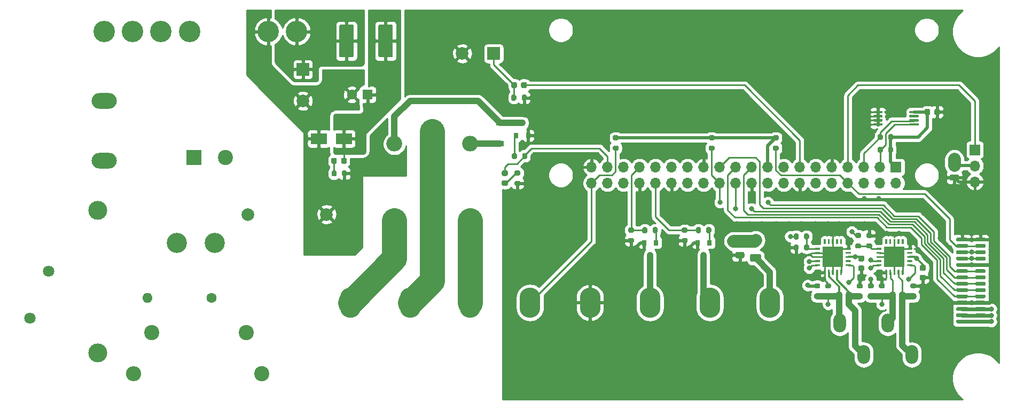
<source format=gbr>
%TF.GenerationSoftware,KiCad,Pcbnew,5.1.10*%
%TF.CreationDate,2021-12-07T00:10:18-05:00*%
%TF.ProjectId,oven-controller,6f76656e-2d63-46f6-9e74-726f6c6c6572,rev?*%
%TF.SameCoordinates,Original*%
%TF.FileFunction,Copper,L1,Top*%
%TF.FilePolarity,Positive*%
%FSLAX46Y46*%
G04 Gerber Fmt 4.6, Leading zero omitted, Abs format (unit mm)*
G04 Created by KiCad (PCBNEW 5.1.10) date 2021-12-07 00:10:18*
%MOMM*%
%LPD*%
G01*
G04 APERTURE LIST*
%TA.AperFunction,ComponentPad*%
%ADD10C,2.000000*%
%TD*%
%TA.AperFunction,ComponentPad*%
%ADD11R,2.000000X2.000000*%
%TD*%
%TA.AperFunction,ComponentPad*%
%ADD12C,2.400000*%
%TD*%
%TA.AperFunction,ComponentPad*%
%ADD13C,1.600000*%
%TD*%
%TA.AperFunction,ComponentPad*%
%ADD14R,1.600000X1.600000*%
%TD*%
%TA.AperFunction,SMDPad,CuDef*%
%ADD15R,2.500000X1.800000*%
%TD*%
%TA.AperFunction,SMDPad,CuDef*%
%ADD16R,1.200000X0.900000*%
%TD*%
%TA.AperFunction,ComponentPad*%
%ADD17C,3.000000*%
%TD*%
%TA.AperFunction,ComponentPad*%
%ADD18O,2.500000X2.500000*%
%TD*%
%TA.AperFunction,ComponentPad*%
%ADD19R,2.500000X2.500000*%
%TD*%
%TA.AperFunction,ComponentPad*%
%ADD20C,3.200000*%
%TD*%
%TA.AperFunction,ComponentPad*%
%ADD21O,2.400000X2.400000*%
%TD*%
%TA.AperFunction,ComponentPad*%
%ADD22C,1.800000*%
%TD*%
%TA.AperFunction,SMDPad,CuDef*%
%ADD23R,3.250000X3.250000*%
%TD*%
%TA.AperFunction,ComponentPad*%
%ADD24O,4.000000X2.500000*%
%TD*%
%TA.AperFunction,ComponentPad*%
%ADD25O,2.000000X3.000000*%
%TD*%
%TA.AperFunction,ComponentPad*%
%ADD26O,1.700000X1.700000*%
%TD*%
%TA.AperFunction,ComponentPad*%
%ADD27R,1.700000X1.700000*%
%TD*%
%TA.AperFunction,ComponentPad*%
%ADD28O,1.600000X1.600000*%
%TD*%
%TA.AperFunction,ComponentPad*%
%ADD29O,3.300000X4.800000*%
%TD*%
%TA.AperFunction,ComponentPad*%
%ADD30O,3.400000X3.400000*%
%TD*%
%TA.AperFunction,ComponentPad*%
%ADD31R,2.400000X2.400000*%
%TD*%
%TA.AperFunction,SMDPad,CuDef*%
%ADD32R,0.800000X0.900000*%
%TD*%
%TA.AperFunction,ViaPad*%
%ADD33C,0.800000*%
%TD*%
%TA.AperFunction,Conductor*%
%ADD34C,0.250000*%
%TD*%
%TA.AperFunction,Conductor*%
%ADD35C,0.600000*%
%TD*%
%TA.AperFunction,Conductor*%
%ADD36C,0.500000*%
%TD*%
%TA.AperFunction,Conductor*%
%ADD37C,1.000000*%
%TD*%
%TA.AperFunction,Conductor*%
%ADD38C,2.000000*%
%TD*%
%TA.AperFunction,Conductor*%
%ADD39C,0.400000*%
%TD*%
%TA.AperFunction,Conductor*%
%ADD40C,0.300000*%
%TD*%
%TA.AperFunction,Conductor*%
%ADD41C,4.000000*%
%TD*%
%TA.AperFunction,Conductor*%
%ADD42C,0.100000*%
%TD*%
G04 APERTURE END LIST*
%TO.P,L2,2*%
%TO.N,+5V*%
%TA.AperFunction,SMDPad,CuDef*%
G36*
G01*
X158950000Y-107870000D02*
X158950000Y-103130000D01*
G75*
G02*
X159180000Y-102900000I230000J0D01*
G01*
X161020000Y-102900000D01*
G75*
G02*
X161250000Y-103130000I0J-230000D01*
G01*
X161250000Y-107870000D01*
G75*
G02*
X161020000Y-108100000I-230000J0D01*
G01*
X159180000Y-108100000D01*
G75*
G02*
X158950000Y-107870000I0J230000D01*
G01*
G37*
%TD.AperFunction*%
%TO.P,L2,1*%
%TO.N,Net-(C5-Pad1)*%
%TA.AperFunction,SMDPad,CuDef*%
G36*
G01*
X152750000Y-107870000D02*
X152750000Y-103130000D01*
G75*
G02*
X152980000Y-102900000I230000J0D01*
G01*
X154820000Y-102900000D01*
G75*
G02*
X155050000Y-103130000I0J-230000D01*
G01*
X155050000Y-107870000D01*
G75*
G02*
X154820000Y-108100000I-230000J0D01*
G01*
X152980000Y-108100000D01*
G75*
G02*
X152750000Y-107870000I0J230000D01*
G01*
G37*
%TD.AperFunction*%
%TD*%
D10*
%TO.P,BZ1,2*%
%TO.N,GND*%
X172250000Y-107500000D03*
D11*
%TO.P,BZ1,1*%
%TO.N,Net-(BZ1-Pad1)*%
X177250000Y-107500000D03*
%TD*%
D12*
%TO.P,C3,2*%
%TO.N,Net-(C3-Pad2)*%
X123000000Y-151750000D03*
%TO.P,C3,1*%
%TO.N,Net-(C3-Pad1)*%
X138000000Y-151750000D03*
%TD*%
D10*
%TO.P,C5,2*%
%TO.N,GND*%
X147000000Y-115000000D03*
D11*
%TO.P,C5,1*%
%TO.N,Net-(C5-Pad1)*%
X147000000Y-110000000D03*
%TD*%
D13*
%TO.P,C6,2*%
%TO.N,GND*%
X154750000Y-114000000D03*
D14*
%TO.P,C6,1*%
%TO.N,+5V*%
X157250000Y-114000000D03*
%TD*%
D10*
%TO.P,C7,2*%
%TO.N,Net-(C4-Pad2)*%
X138250000Y-133000000D03*
%TO.P,C7,1*%
%TO.N,GND*%
X150750000Y-133000000D03*
%TD*%
%TO.P,C8,2*%
%TO.N,GND*%
%TA.AperFunction,SMDPad,CuDef*%
G36*
G01*
X235250000Y-141100000D02*
X235750000Y-141100000D01*
G75*
G02*
X235975000Y-141325000I0J-225000D01*
G01*
X235975000Y-141775000D01*
G75*
G02*
X235750000Y-142000000I-225000J0D01*
G01*
X235250000Y-142000000D01*
G75*
G02*
X235025000Y-141775000I0J225000D01*
G01*
X235025000Y-141325000D01*
G75*
G02*
X235250000Y-141100000I225000J0D01*
G01*
G37*
%TD.AperFunction*%
%TO.P,C8,1*%
%TO.N,+3V3*%
%TA.AperFunction,SMDPad,CuDef*%
G36*
G01*
X235250000Y-139550000D02*
X235750000Y-139550000D01*
G75*
G02*
X235975000Y-139775000I0J-225000D01*
G01*
X235975000Y-140225000D01*
G75*
G02*
X235750000Y-140450000I-225000J0D01*
G01*
X235250000Y-140450000D01*
G75*
G02*
X235025000Y-140225000I0J225000D01*
G01*
X235025000Y-139775000D01*
G75*
G02*
X235250000Y-139550000I225000J0D01*
G01*
G37*
%TD.AperFunction*%
%TD*%
%TO.P,C9,2*%
%TO.N,GND*%
%TA.AperFunction,SMDPad,CuDef*%
G36*
G01*
X245000000Y-142575000D02*
X245500000Y-142575000D01*
G75*
G02*
X245725000Y-142800000I0J-225000D01*
G01*
X245725000Y-143250000D01*
G75*
G02*
X245500000Y-143475000I-225000J0D01*
G01*
X245000000Y-143475000D01*
G75*
G02*
X244775000Y-143250000I0J225000D01*
G01*
X244775000Y-142800000D01*
G75*
G02*
X245000000Y-142575000I225000J0D01*
G01*
G37*
%TD.AperFunction*%
%TO.P,C9,1*%
%TO.N,+3V3*%
%TA.AperFunction,SMDPad,CuDef*%
G36*
G01*
X245000000Y-141025000D02*
X245500000Y-141025000D01*
G75*
G02*
X245725000Y-141250000I0J-225000D01*
G01*
X245725000Y-141700000D01*
G75*
G02*
X245500000Y-141925000I-225000J0D01*
G01*
X245000000Y-141925000D01*
G75*
G02*
X244775000Y-141700000I0J225000D01*
G01*
X244775000Y-141250000D01*
G75*
G02*
X245000000Y-141025000I225000J0D01*
G01*
G37*
%TD.AperFunction*%
%TD*%
%TO.P,C10,2*%
%TO.N,Net-(C10-Pad2)*%
%TA.AperFunction,SMDPad,CuDef*%
G36*
G01*
X233075000Y-146000000D02*
X233075000Y-145500000D01*
G75*
G02*
X233300000Y-145275000I225000J0D01*
G01*
X233750000Y-145275000D01*
G75*
G02*
X233975000Y-145500000I0J-225000D01*
G01*
X233975000Y-146000000D01*
G75*
G02*
X233750000Y-146225000I-225000J0D01*
G01*
X233300000Y-146225000D01*
G75*
G02*
X233075000Y-146000000I0J225000D01*
G01*
G37*
%TD.AperFunction*%
%TO.P,C10,1*%
%TO.N,Net-(C10-Pad1)*%
%TA.AperFunction,SMDPad,CuDef*%
G36*
G01*
X231525000Y-146000000D02*
X231525000Y-145500000D01*
G75*
G02*
X231750000Y-145275000I225000J0D01*
G01*
X232200000Y-145275000D01*
G75*
G02*
X232425000Y-145500000I0J-225000D01*
G01*
X232425000Y-146000000D01*
G75*
G02*
X232200000Y-146225000I-225000J0D01*
G01*
X231750000Y-146225000D01*
G75*
G02*
X231525000Y-146000000I0J225000D01*
G01*
G37*
%TD.AperFunction*%
%TD*%
%TO.P,C12,2*%
%TO.N,/BUZZER*%
%TA.AperFunction,SMDPad,CuDef*%
G36*
G01*
X181575000Y-112750000D02*
X181575000Y-112250000D01*
G75*
G02*
X181800000Y-112025000I225000J0D01*
G01*
X182250000Y-112025000D01*
G75*
G02*
X182475000Y-112250000I0J-225000D01*
G01*
X182475000Y-112750000D01*
G75*
G02*
X182250000Y-112975000I-225000J0D01*
G01*
X181800000Y-112975000D01*
G75*
G02*
X181575000Y-112750000I0J225000D01*
G01*
G37*
%TD.AperFunction*%
%TO.P,C12,1*%
%TO.N,Net-(BZ1-Pad1)*%
%TA.AperFunction,SMDPad,CuDef*%
G36*
G01*
X180025000Y-112750000D02*
X180025000Y-112250000D01*
G75*
G02*
X180250000Y-112025000I225000J0D01*
G01*
X180700000Y-112025000D01*
G75*
G02*
X180925000Y-112250000I0J-225000D01*
G01*
X180925000Y-112750000D01*
G75*
G02*
X180700000Y-112975000I-225000J0D01*
G01*
X180250000Y-112975000D01*
G75*
G02*
X180025000Y-112750000I0J225000D01*
G01*
G37*
%TD.AperFunction*%
%TD*%
%TO.P,C11,2*%
%TO.N,Net-(C11-Pad2)*%
%TA.AperFunction,SMDPad,CuDef*%
G36*
G01*
X241575000Y-146000000D02*
X241575000Y-145500000D01*
G75*
G02*
X241800000Y-145275000I225000J0D01*
G01*
X242250000Y-145275000D01*
G75*
G02*
X242475000Y-145500000I0J-225000D01*
G01*
X242475000Y-146000000D01*
G75*
G02*
X242250000Y-146225000I-225000J0D01*
G01*
X241800000Y-146225000D01*
G75*
G02*
X241575000Y-146000000I0J225000D01*
G01*
G37*
%TD.AperFunction*%
%TO.P,C11,1*%
%TO.N,Net-(C11-Pad1)*%
%TA.AperFunction,SMDPad,CuDef*%
G36*
G01*
X240025000Y-146000000D02*
X240025000Y-145500000D01*
G75*
G02*
X240250000Y-145275000I225000J0D01*
G01*
X240700000Y-145275000D01*
G75*
G02*
X240925000Y-145500000I0J-225000D01*
G01*
X240925000Y-146000000D01*
G75*
G02*
X240700000Y-146225000I-225000J0D01*
G01*
X240250000Y-146225000D01*
G75*
G02*
X240025000Y-146000000I0J225000D01*
G01*
G37*
%TD.AperFunction*%
%TD*%
%TO.P,C13,2*%
%TO.N,GND*%
%TA.AperFunction,SMDPad,CuDef*%
G36*
G01*
X247075000Y-117000000D02*
X247075000Y-116500000D01*
G75*
G02*
X247300000Y-116275000I225000J0D01*
G01*
X247750000Y-116275000D01*
G75*
G02*
X247975000Y-116500000I0J-225000D01*
G01*
X247975000Y-117000000D01*
G75*
G02*
X247750000Y-117225000I-225000J0D01*
G01*
X247300000Y-117225000D01*
G75*
G02*
X247075000Y-117000000I0J225000D01*
G01*
G37*
%TD.AperFunction*%
%TO.P,C13,1*%
%TO.N,+3V3*%
%TA.AperFunction,SMDPad,CuDef*%
G36*
G01*
X245525000Y-117000000D02*
X245525000Y-116500000D01*
G75*
G02*
X245750000Y-116275000I225000J0D01*
G01*
X246200000Y-116275000D01*
G75*
G02*
X246425000Y-116500000I0J-225000D01*
G01*
X246425000Y-117000000D01*
G75*
G02*
X246200000Y-117225000I-225000J0D01*
G01*
X245750000Y-117225000D01*
G75*
G02*
X245525000Y-117000000I0J225000D01*
G01*
G37*
%TD.AperFunction*%
%TD*%
%TO.P,D2,2*%
%TO.N,+5V*%
%TA.AperFunction,SMDPad,CuDef*%
G36*
G01*
X153062500Y-124756250D02*
X153062500Y-124243750D01*
G75*
G02*
X153281250Y-124025000I218750J0D01*
G01*
X153718750Y-124025000D01*
G75*
G02*
X153937500Y-124243750I0J-218750D01*
G01*
X153937500Y-124756250D01*
G75*
G02*
X153718750Y-124975000I-218750J0D01*
G01*
X153281250Y-124975000D01*
G75*
G02*
X153062500Y-124756250I0J218750D01*
G01*
G37*
%TD.AperFunction*%
%TO.P,D2,1*%
%TO.N,Net-(D2-Pad1)*%
%TA.AperFunction,SMDPad,CuDef*%
G36*
G01*
X151487500Y-124756250D02*
X151487500Y-124243750D01*
G75*
G02*
X151706250Y-124025000I218750J0D01*
G01*
X152143750Y-124025000D01*
G75*
G02*
X152362500Y-124243750I0J-218750D01*
G01*
X152362500Y-124756250D01*
G75*
G02*
X152143750Y-124975000I-218750J0D01*
G01*
X151706250Y-124975000D01*
G75*
G02*
X151487500Y-124756250I0J218750D01*
G01*
G37*
%TD.AperFunction*%
%TD*%
D15*
%TO.P,D3,2*%
%TO.N,GND*%
X149500000Y-121000000D03*
%TO.P,D3,1*%
%TO.N,+5V*%
X153500000Y-121000000D03*
%TD*%
D16*
%TO.P,D1,2*%
%TO.N,Net-(D1-Pad2)*%
X178250000Y-118450000D03*
%TO.P,D1,1*%
%TO.N,+5V*%
X178250000Y-121750000D03*
%TD*%
%TO.P,D4,2*%
%TO.N,/GPO*%
%TA.AperFunction,SMDPad,CuDef*%
G36*
G01*
X179256250Y-126900000D02*
X178743750Y-126900000D01*
G75*
G02*
X178525000Y-126681250I0J218750D01*
G01*
X178525000Y-126243750D01*
G75*
G02*
X178743750Y-126025000I218750J0D01*
G01*
X179256250Y-126025000D01*
G75*
G02*
X179475000Y-126243750I0J-218750D01*
G01*
X179475000Y-126681250D01*
G75*
G02*
X179256250Y-126900000I-218750J0D01*
G01*
G37*
%TD.AperFunction*%
%TO.P,D4,1*%
%TO.N,Net-(D4-Pad1)*%
%TA.AperFunction,SMDPad,CuDef*%
G36*
G01*
X179256250Y-128475000D02*
X178743750Y-128475000D01*
G75*
G02*
X178525000Y-128256250I0J218750D01*
G01*
X178525000Y-127818750D01*
G75*
G02*
X178743750Y-127600000I218750J0D01*
G01*
X179256250Y-127600000D01*
G75*
G02*
X179475000Y-127818750I0J-218750D01*
G01*
X179475000Y-128256250D01*
G75*
G02*
X179256250Y-128475000I-218750J0D01*
G01*
G37*
%TD.AperFunction*%
%TD*%
%TO.P,F2,2*%
%TO.N,+5V*%
%TA.AperFunction,SMDPad,CuDef*%
G36*
G01*
X219375000Y-137725000D02*
X218125000Y-137725000D01*
G75*
G02*
X217875000Y-137475000I0J250000D01*
G01*
X217875000Y-136725000D01*
G75*
G02*
X218125000Y-136475000I250000J0D01*
G01*
X219375000Y-136475000D01*
G75*
G02*
X219625000Y-136725000I0J-250000D01*
G01*
X219625000Y-137475000D01*
G75*
G02*
X219375000Y-137725000I-250000J0D01*
G01*
G37*
%TD.AperFunction*%
%TO.P,F2,1*%
%TO.N,Net-(F2-Pad1)*%
%TA.AperFunction,SMDPad,CuDef*%
G36*
G01*
X219375000Y-140525000D02*
X218125000Y-140525000D01*
G75*
G02*
X217875000Y-140275000I0J250000D01*
G01*
X217875000Y-139525000D01*
G75*
G02*
X218125000Y-139275000I250000J0D01*
G01*
X219375000Y-139275000D01*
G75*
G02*
X219625000Y-139525000I0J-250000D01*
G01*
X219625000Y-140275000D01*
G75*
G02*
X219375000Y-140525000I-250000J0D01*
G01*
G37*
%TD.AperFunction*%
%TD*%
D17*
%TO.P,F1,2*%
%TO.N,Net-(F1-Pad2)*%
X114500000Y-132400000D03*
%TO.P,F1,1*%
%TO.N,Net-(F1-Pad1)*%
X114500000Y-155000000D03*
%TD*%
D18*
%TO.P,K1,5*%
%TO.N,+5V*%
X173500000Y-121800000D03*
%TO.P,K1,4*%
%TO.N,/GPO_NC*%
X173500000Y-134000000D03*
%TO.P,K1,3*%
%TO.N,/GPO_NO*%
X161500000Y-134000000D03*
%TO.P,K1,2*%
%TO.N,Net-(D1-Pad2)*%
X161500000Y-121800000D03*
D19*
%TO.P,K1,1*%
%TO.N,/GPO_COM*%
X167500000Y-119800000D03*
%TD*%
D20*
%TO.P,L1,2*%
%TO.N,Net-(L1-Pad2)*%
X127000000Y-137500000D03*
%TO.P,L1,1*%
%TO.N,Net-(C3-Pad1)*%
X133000000Y-137500000D03*
%TD*%
%TO.P,R6,2*%
%TO.N,/GPI*%
%TA.AperFunction,SMDPad,CuDef*%
G36*
G01*
X196300000Y-122100000D02*
X196850000Y-122100000D01*
G75*
G02*
X197050000Y-122300000I0J-200000D01*
G01*
X197050000Y-122700000D01*
G75*
G02*
X196850000Y-122900000I-200000J0D01*
G01*
X196300000Y-122900000D01*
G75*
G02*
X196100000Y-122700000I0J200000D01*
G01*
X196100000Y-122300000D01*
G75*
G02*
X196300000Y-122100000I200000J0D01*
G01*
G37*
%TD.AperFunction*%
%TO.P,R6,1*%
%TO.N,+3V3*%
%TA.AperFunction,SMDPad,CuDef*%
G36*
G01*
X196300000Y-120450000D02*
X196850000Y-120450000D01*
G75*
G02*
X197050000Y-120650000I0J-200000D01*
G01*
X197050000Y-121050000D01*
G75*
G02*
X196850000Y-121250000I-200000J0D01*
G01*
X196300000Y-121250000D01*
G75*
G02*
X196100000Y-121050000I0J200000D01*
G01*
X196100000Y-120650000D01*
G75*
G02*
X196300000Y-120450000I200000J0D01*
G01*
G37*
%TD.AperFunction*%
%TD*%
%TO.P,R20,2*%
%TO.N,/SSR2*%
%TA.AperFunction,SMDPad,CuDef*%
G36*
G01*
X210075000Y-135225000D02*
X210075000Y-135775000D01*
G75*
G02*
X209875000Y-135975000I-200000J0D01*
G01*
X209475000Y-135975000D01*
G75*
G02*
X209275000Y-135775000I0J200000D01*
G01*
X209275000Y-135225000D01*
G75*
G02*
X209475000Y-135025000I200000J0D01*
G01*
X209875000Y-135025000D01*
G75*
G02*
X210075000Y-135225000I0J-200000D01*
G01*
G37*
%TD.AperFunction*%
%TO.P,R20,1*%
%TO.N,Net-(Q3-Pad1)*%
%TA.AperFunction,SMDPad,CuDef*%
G36*
G01*
X211725000Y-135225000D02*
X211725000Y-135775000D01*
G75*
G02*
X211525000Y-135975000I-200000J0D01*
G01*
X211125000Y-135975000D01*
G75*
G02*
X210925000Y-135775000I0J200000D01*
G01*
X210925000Y-135225000D01*
G75*
G02*
X211125000Y-135025000I200000J0D01*
G01*
X211525000Y-135025000D01*
G75*
G02*
X211725000Y-135225000I0J-200000D01*
G01*
G37*
%TD.AperFunction*%
%TD*%
D21*
%TO.P,R1,2*%
%TO.N,Net-(F1-Pad1)*%
X120180000Y-158250000D03*
D12*
%TO.P,R1,1*%
%TO.N,Net-(C3-Pad1)*%
X140500000Y-158250000D03*
%TD*%
%TO.P,R21,2*%
%TO.N,GND*%
%TA.AperFunction,SMDPad,CuDef*%
G36*
G01*
X207225000Y-136750000D02*
X207775000Y-136750000D01*
G75*
G02*
X207975000Y-136950000I0J-200000D01*
G01*
X207975000Y-137350000D01*
G75*
G02*
X207775000Y-137550000I-200000J0D01*
G01*
X207225000Y-137550000D01*
G75*
G02*
X207025000Y-137350000I0J200000D01*
G01*
X207025000Y-136950000D01*
G75*
G02*
X207225000Y-136750000I200000J0D01*
G01*
G37*
%TD.AperFunction*%
%TO.P,R21,1*%
%TO.N,/SSR2*%
%TA.AperFunction,SMDPad,CuDef*%
G36*
G01*
X207225000Y-135100000D02*
X207775000Y-135100000D01*
G75*
G02*
X207975000Y-135300000I0J-200000D01*
G01*
X207975000Y-135700000D01*
G75*
G02*
X207775000Y-135900000I-200000J0D01*
G01*
X207225000Y-135900000D01*
G75*
G02*
X207025000Y-135700000I0J200000D01*
G01*
X207025000Y-135300000D01*
G75*
G02*
X207225000Y-135100000I200000J0D01*
G01*
G37*
%TD.AperFunction*%
%TD*%
%TO.P,R4,2*%
%TO.N,GND*%
%TA.AperFunction,SMDPad,CuDef*%
G36*
G01*
X153175000Y-126775000D02*
X153175000Y-126225000D01*
G75*
G02*
X153375000Y-126025000I200000J0D01*
G01*
X153775000Y-126025000D01*
G75*
G02*
X153975000Y-126225000I0J-200000D01*
G01*
X153975000Y-126775000D01*
G75*
G02*
X153775000Y-126975000I-200000J0D01*
G01*
X153375000Y-126975000D01*
G75*
G02*
X153175000Y-126775000I0J200000D01*
G01*
G37*
%TD.AperFunction*%
%TO.P,R4,1*%
%TO.N,Net-(D2-Pad1)*%
%TA.AperFunction,SMDPad,CuDef*%
G36*
G01*
X151525000Y-126775000D02*
X151525000Y-126225000D01*
G75*
G02*
X151725000Y-126025000I200000J0D01*
G01*
X152125000Y-126025000D01*
G75*
G02*
X152325000Y-126225000I0J-200000D01*
G01*
X152325000Y-126775000D01*
G75*
G02*
X152125000Y-126975000I-200000J0D01*
G01*
X151725000Y-126975000D01*
G75*
G02*
X151525000Y-126775000I0J200000D01*
G01*
G37*
%TD.AperFunction*%
%TD*%
%TO.P,R15,2*%
%TO.N,/SSR1*%
%TA.AperFunction,SMDPad,CuDef*%
G36*
G01*
X201575000Y-135225000D02*
X201575000Y-135775000D01*
G75*
G02*
X201375000Y-135975000I-200000J0D01*
G01*
X200975000Y-135975000D01*
G75*
G02*
X200775000Y-135775000I0J200000D01*
G01*
X200775000Y-135225000D01*
G75*
G02*
X200975000Y-135025000I200000J0D01*
G01*
X201375000Y-135025000D01*
G75*
G02*
X201575000Y-135225000I0J-200000D01*
G01*
G37*
%TD.AperFunction*%
%TO.P,R15,1*%
%TO.N,Net-(Q2-Pad1)*%
%TA.AperFunction,SMDPad,CuDef*%
G36*
G01*
X203225000Y-135225000D02*
X203225000Y-135775000D01*
G75*
G02*
X203025000Y-135975000I-200000J0D01*
G01*
X202625000Y-135975000D01*
G75*
G02*
X202425000Y-135775000I0J200000D01*
G01*
X202425000Y-135225000D01*
G75*
G02*
X202625000Y-135025000I200000J0D01*
G01*
X203025000Y-135025000D01*
G75*
G02*
X203225000Y-135225000I0J-200000D01*
G01*
G37*
%TD.AperFunction*%
%TD*%
%TO.P,R17,2*%
%TO.N,GND*%
%TA.AperFunction,SMDPad,CuDef*%
G36*
G01*
X198725000Y-136750000D02*
X199275000Y-136750000D01*
G75*
G02*
X199475000Y-136950000I0J-200000D01*
G01*
X199475000Y-137350000D01*
G75*
G02*
X199275000Y-137550000I-200000J0D01*
G01*
X198725000Y-137550000D01*
G75*
G02*
X198525000Y-137350000I0J200000D01*
G01*
X198525000Y-136950000D01*
G75*
G02*
X198725000Y-136750000I200000J0D01*
G01*
G37*
%TD.AperFunction*%
%TO.P,R17,1*%
%TO.N,/SSR1*%
%TA.AperFunction,SMDPad,CuDef*%
G36*
G01*
X198725000Y-135100000D02*
X199275000Y-135100000D01*
G75*
G02*
X199475000Y-135300000I0J-200000D01*
G01*
X199475000Y-135700000D01*
G75*
G02*
X199275000Y-135900000I-200000J0D01*
G01*
X198725000Y-135900000D01*
G75*
G02*
X198525000Y-135700000I0J200000D01*
G01*
X198525000Y-135300000D01*
G75*
G02*
X198725000Y-135100000I200000J0D01*
G01*
G37*
%TD.AperFunction*%
%TD*%
%TO.P,R7,2*%
%TO.N,/~CTP_INT*%
%TA.AperFunction,SMDPad,CuDef*%
G36*
G01*
X221675000Y-122100000D02*
X222225000Y-122100000D01*
G75*
G02*
X222425000Y-122300000I0J-200000D01*
G01*
X222425000Y-122700000D01*
G75*
G02*
X222225000Y-122900000I-200000J0D01*
G01*
X221675000Y-122900000D01*
G75*
G02*
X221475000Y-122700000I0J200000D01*
G01*
X221475000Y-122300000D01*
G75*
G02*
X221675000Y-122100000I200000J0D01*
G01*
G37*
%TD.AperFunction*%
%TO.P,R7,1*%
%TO.N,+3V3*%
%TA.AperFunction,SMDPad,CuDef*%
G36*
G01*
X221675000Y-120450000D02*
X222225000Y-120450000D01*
G75*
G02*
X222425000Y-120650000I0J-200000D01*
G01*
X222425000Y-121050000D01*
G75*
G02*
X222225000Y-121250000I-200000J0D01*
G01*
X221675000Y-121250000D01*
G75*
G02*
X221475000Y-121050000I0J200000D01*
G01*
X221475000Y-120650000D01*
G75*
G02*
X221675000Y-120450000I200000J0D01*
G01*
G37*
%TD.AperFunction*%
%TD*%
%TO.P,R11,2*%
%TO.N,+3V3*%
%TA.AperFunction,SMDPad,CuDef*%
G36*
G01*
X228775000Y-144750000D02*
X228225000Y-144750000D01*
G75*
G02*
X228025000Y-144550000I0J200000D01*
G01*
X228025000Y-144150000D01*
G75*
G02*
X228225000Y-143950000I200000J0D01*
G01*
X228775000Y-143950000D01*
G75*
G02*
X228975000Y-144150000I0J-200000D01*
G01*
X228975000Y-144550000D01*
G75*
G02*
X228775000Y-144750000I-200000J0D01*
G01*
G37*
%TD.AperFunction*%
%TO.P,R11,1*%
%TO.N,Net-(C10-Pad1)*%
%TA.AperFunction,SMDPad,CuDef*%
G36*
G01*
X228775000Y-146400000D02*
X228225000Y-146400000D01*
G75*
G02*
X228025000Y-146200000I0J200000D01*
G01*
X228025000Y-145800000D01*
G75*
G02*
X228225000Y-145600000I200000J0D01*
G01*
X228775000Y-145600000D01*
G75*
G02*
X228975000Y-145800000I0J-200000D01*
G01*
X228975000Y-146200000D01*
G75*
G02*
X228775000Y-146400000I-200000J0D01*
G01*
G37*
%TD.AperFunction*%
%TD*%
%TO.P,R12,2*%
%TO.N,Net-(C10-Pad1)*%
%TA.AperFunction,SMDPad,CuDef*%
G36*
G01*
X229975000Y-145600000D02*
X230525000Y-145600000D01*
G75*
G02*
X230725000Y-145800000I0J-200000D01*
G01*
X230725000Y-146200000D01*
G75*
G02*
X230525000Y-146400000I-200000J0D01*
G01*
X229975000Y-146400000D01*
G75*
G02*
X229775000Y-146200000I0J200000D01*
G01*
X229775000Y-145800000D01*
G75*
G02*
X229975000Y-145600000I200000J0D01*
G01*
G37*
%TD.AperFunction*%
%TO.P,R12,1*%
%TO.N,GND*%
%TA.AperFunction,SMDPad,CuDef*%
G36*
G01*
X229975000Y-143950000D02*
X230525000Y-143950000D01*
G75*
G02*
X230725000Y-144150000I0J-200000D01*
G01*
X230725000Y-144550000D01*
G75*
G02*
X230525000Y-144750000I-200000J0D01*
G01*
X229975000Y-144750000D01*
G75*
G02*
X229775000Y-144550000I0J200000D01*
G01*
X229775000Y-144150000D01*
G75*
G02*
X229975000Y-143950000I200000J0D01*
G01*
G37*
%TD.AperFunction*%
%TD*%
%TO.P,R3,2*%
%TO.N,/GPO*%
%TA.AperFunction,SMDPad,CuDef*%
G36*
G01*
X181750000Y-124025000D02*
X181750000Y-123475000D01*
G75*
G02*
X181950000Y-123275000I200000J0D01*
G01*
X182350000Y-123275000D01*
G75*
G02*
X182550000Y-123475000I0J-200000D01*
G01*
X182550000Y-124025000D01*
G75*
G02*
X182350000Y-124225000I-200000J0D01*
G01*
X181950000Y-124225000D01*
G75*
G02*
X181750000Y-124025000I0J200000D01*
G01*
G37*
%TD.AperFunction*%
%TO.P,R3,1*%
%TO.N,Net-(Q1-Pad1)*%
%TA.AperFunction,SMDPad,CuDef*%
G36*
G01*
X180100000Y-124025000D02*
X180100000Y-123475000D01*
G75*
G02*
X180300000Y-123275000I200000J0D01*
G01*
X180700000Y-123275000D01*
G75*
G02*
X180900000Y-123475000I0J-200000D01*
G01*
X180900000Y-124025000D01*
G75*
G02*
X180700000Y-124225000I-200000J0D01*
G01*
X180300000Y-124225000D01*
G75*
G02*
X180100000Y-124025000I0J200000D01*
G01*
G37*
%TD.AperFunction*%
%TD*%
%TO.P,R5,2*%
%TO.N,GND*%
%TA.AperFunction,SMDPad,CuDef*%
G36*
G01*
X180725000Y-127675000D02*
X181275000Y-127675000D01*
G75*
G02*
X181475000Y-127875000I0J-200000D01*
G01*
X181475000Y-128275000D01*
G75*
G02*
X181275000Y-128475000I-200000J0D01*
G01*
X180725000Y-128475000D01*
G75*
G02*
X180525000Y-128275000I0J200000D01*
G01*
X180525000Y-127875000D01*
G75*
G02*
X180725000Y-127675000I200000J0D01*
G01*
G37*
%TD.AperFunction*%
%TO.P,R5,1*%
%TO.N,Net-(D4-Pad1)*%
%TA.AperFunction,SMDPad,CuDef*%
G36*
G01*
X180725000Y-126025000D02*
X181275000Y-126025000D01*
G75*
G02*
X181475000Y-126225000I0J-200000D01*
G01*
X181475000Y-126625000D01*
G75*
G02*
X181275000Y-126825000I-200000J0D01*
G01*
X180725000Y-126825000D01*
G75*
G02*
X180525000Y-126625000I0J200000D01*
G01*
X180525000Y-126225000D01*
G75*
G02*
X180725000Y-126025000I200000J0D01*
G01*
G37*
%TD.AperFunction*%
%TD*%
%TO.P,R13,2*%
%TO.N,Net-(R13-Pad2)*%
%TA.AperFunction,SMDPad,CuDef*%
G36*
G01*
X226425000Y-136775000D02*
X226425000Y-136225000D01*
G75*
G02*
X226625000Y-136025000I200000J0D01*
G01*
X227025000Y-136025000D01*
G75*
G02*
X227225000Y-136225000I0J-200000D01*
G01*
X227225000Y-136775000D01*
G75*
G02*
X227025000Y-136975000I-200000J0D01*
G01*
X226625000Y-136975000D01*
G75*
G02*
X226425000Y-136775000I0J200000D01*
G01*
G37*
%TD.AperFunction*%
%TO.P,R13,1*%
%TO.N,+3V3*%
%TA.AperFunction,SMDPad,CuDef*%
G36*
G01*
X224775000Y-136775000D02*
X224775000Y-136225000D01*
G75*
G02*
X224975000Y-136025000I200000J0D01*
G01*
X225375000Y-136025000D01*
G75*
G02*
X225575000Y-136225000I0J-200000D01*
G01*
X225575000Y-136775000D01*
G75*
G02*
X225375000Y-136975000I-200000J0D01*
G01*
X224975000Y-136975000D01*
G75*
G02*
X224775000Y-136775000I0J200000D01*
G01*
G37*
%TD.AperFunction*%
%TD*%
%TO.P,R14,2*%
%TO.N,GND*%
%TA.AperFunction,SMDPad,CuDef*%
G36*
G01*
X235525000Y-144750000D02*
X234975000Y-144750000D01*
G75*
G02*
X234775000Y-144550000I0J200000D01*
G01*
X234775000Y-144150000D01*
G75*
G02*
X234975000Y-143950000I200000J0D01*
G01*
X235525000Y-143950000D01*
G75*
G02*
X235725000Y-144150000I0J-200000D01*
G01*
X235725000Y-144550000D01*
G75*
G02*
X235525000Y-144750000I-200000J0D01*
G01*
G37*
%TD.AperFunction*%
%TO.P,R14,1*%
%TO.N,Net-(C10-Pad2)*%
%TA.AperFunction,SMDPad,CuDef*%
G36*
G01*
X235525000Y-146400000D02*
X234975000Y-146400000D01*
G75*
G02*
X234775000Y-146200000I0J200000D01*
G01*
X234775000Y-145800000D01*
G75*
G02*
X234975000Y-145600000I200000J0D01*
G01*
X235525000Y-145600000D01*
G75*
G02*
X235725000Y-145800000I0J-200000D01*
G01*
X235725000Y-146200000D01*
G75*
G02*
X235525000Y-146400000I-200000J0D01*
G01*
G37*
%TD.AperFunction*%
%TD*%
%TO.P,R16,2*%
%TO.N,GND*%
%TA.AperFunction,SMDPad,CuDef*%
G36*
G01*
X225575000Y-137975000D02*
X225575000Y-138525000D01*
G75*
G02*
X225375000Y-138725000I-200000J0D01*
G01*
X224975000Y-138725000D01*
G75*
G02*
X224775000Y-138525000I0J200000D01*
G01*
X224775000Y-137975000D01*
G75*
G02*
X224975000Y-137775000I200000J0D01*
G01*
X225375000Y-137775000D01*
G75*
G02*
X225575000Y-137975000I0J-200000D01*
G01*
G37*
%TD.AperFunction*%
%TO.P,R16,1*%
%TO.N,Net-(R13-Pad2)*%
%TA.AperFunction,SMDPad,CuDef*%
G36*
G01*
X227225000Y-137975000D02*
X227225000Y-138525000D01*
G75*
G02*
X227025000Y-138725000I-200000J0D01*
G01*
X226625000Y-138725000D01*
G75*
G02*
X226425000Y-138525000I0J200000D01*
G01*
X226425000Y-137975000D01*
G75*
G02*
X226625000Y-137775000I200000J0D01*
G01*
X227025000Y-137775000D01*
G75*
G02*
X227225000Y-137975000I0J-200000D01*
G01*
G37*
%TD.AperFunction*%
%TD*%
%TO.P,R22,2*%
%TO.N,GND*%
%TA.AperFunction,SMDPad,CuDef*%
G36*
G01*
X181675000Y-114775000D02*
X181675000Y-114225000D01*
G75*
G02*
X181875000Y-114025000I200000J0D01*
G01*
X182275000Y-114025000D01*
G75*
G02*
X182475000Y-114225000I0J-200000D01*
G01*
X182475000Y-114775000D01*
G75*
G02*
X182275000Y-114975000I-200000J0D01*
G01*
X181875000Y-114975000D01*
G75*
G02*
X181675000Y-114775000I0J200000D01*
G01*
G37*
%TD.AperFunction*%
%TO.P,R22,1*%
%TO.N,Net-(BZ1-Pad1)*%
%TA.AperFunction,SMDPad,CuDef*%
G36*
G01*
X180025000Y-114775000D02*
X180025000Y-114225000D01*
G75*
G02*
X180225000Y-114025000I200000J0D01*
G01*
X180625000Y-114025000D01*
G75*
G02*
X180825000Y-114225000I0J-200000D01*
G01*
X180825000Y-114775000D01*
G75*
G02*
X180625000Y-114975000I-200000J0D01*
G01*
X180225000Y-114975000D01*
G75*
G02*
X180025000Y-114775000I0J200000D01*
G01*
G37*
%TD.AperFunction*%
%TD*%
%TO.P,R18,2*%
%TO.N,+3V3*%
%TA.AperFunction,SMDPad,CuDef*%
G36*
G01*
X237275000Y-144750000D02*
X236725000Y-144750000D01*
G75*
G02*
X236525000Y-144550000I0J200000D01*
G01*
X236525000Y-144150000D01*
G75*
G02*
X236725000Y-143950000I200000J0D01*
G01*
X237275000Y-143950000D01*
G75*
G02*
X237475000Y-144150000I0J-200000D01*
G01*
X237475000Y-144550000D01*
G75*
G02*
X237275000Y-144750000I-200000J0D01*
G01*
G37*
%TD.AperFunction*%
%TO.P,R18,1*%
%TO.N,Net-(C11-Pad1)*%
%TA.AperFunction,SMDPad,CuDef*%
G36*
G01*
X237275000Y-146400000D02*
X236725000Y-146400000D01*
G75*
G02*
X236525000Y-146200000I0J200000D01*
G01*
X236525000Y-145800000D01*
G75*
G02*
X236725000Y-145600000I200000J0D01*
G01*
X237275000Y-145600000D01*
G75*
G02*
X237475000Y-145800000I0J-200000D01*
G01*
X237475000Y-146200000D01*
G75*
G02*
X237275000Y-146400000I-200000J0D01*
G01*
G37*
%TD.AperFunction*%
%TD*%
%TO.P,R19,2*%
%TO.N,Net-(C11-Pad1)*%
%TA.AperFunction,SMDPad,CuDef*%
G36*
G01*
X238475000Y-145600000D02*
X239025000Y-145600000D01*
G75*
G02*
X239225000Y-145800000I0J-200000D01*
G01*
X239225000Y-146200000D01*
G75*
G02*
X239025000Y-146400000I-200000J0D01*
G01*
X238475000Y-146400000D01*
G75*
G02*
X238275000Y-146200000I0J200000D01*
G01*
X238275000Y-145800000D01*
G75*
G02*
X238475000Y-145600000I200000J0D01*
G01*
G37*
%TD.AperFunction*%
%TO.P,R19,1*%
%TO.N,GND*%
%TA.AperFunction,SMDPad,CuDef*%
G36*
G01*
X238475000Y-143950000D02*
X239025000Y-143950000D01*
G75*
G02*
X239225000Y-144150000I0J-200000D01*
G01*
X239225000Y-144550000D01*
G75*
G02*
X239025000Y-144750000I-200000J0D01*
G01*
X238475000Y-144750000D01*
G75*
G02*
X238275000Y-144550000I0J200000D01*
G01*
X238275000Y-144150000D01*
G75*
G02*
X238475000Y-143950000I200000J0D01*
G01*
G37*
%TD.AperFunction*%
%TD*%
%TO.P,R23,2*%
%TO.N,Net-(R23-Pad2)*%
%TA.AperFunction,SMDPad,CuDef*%
G36*
G01*
X234725000Y-137600000D02*
X235275000Y-137600000D01*
G75*
G02*
X235475000Y-137800000I0J-200000D01*
G01*
X235475000Y-138200000D01*
G75*
G02*
X235275000Y-138400000I-200000J0D01*
G01*
X234725000Y-138400000D01*
G75*
G02*
X234525000Y-138200000I0J200000D01*
G01*
X234525000Y-137800000D01*
G75*
G02*
X234725000Y-137600000I200000J0D01*
G01*
G37*
%TD.AperFunction*%
%TO.P,R23,1*%
%TO.N,+3V3*%
%TA.AperFunction,SMDPad,CuDef*%
G36*
G01*
X234725000Y-135950000D02*
X235275000Y-135950000D01*
G75*
G02*
X235475000Y-136150000I0J-200000D01*
G01*
X235475000Y-136550000D01*
G75*
G02*
X235275000Y-136750000I-200000J0D01*
G01*
X234725000Y-136750000D01*
G75*
G02*
X234525000Y-136550000I0J200000D01*
G01*
X234525000Y-136150000D01*
G75*
G02*
X234725000Y-135950000I200000J0D01*
G01*
G37*
%TD.AperFunction*%
%TD*%
%TO.P,R24,2*%
%TO.N,GND*%
%TA.AperFunction,SMDPad,CuDef*%
G36*
G01*
X244025000Y-144750000D02*
X243475000Y-144750000D01*
G75*
G02*
X243275000Y-144550000I0J200000D01*
G01*
X243275000Y-144150000D01*
G75*
G02*
X243475000Y-143950000I200000J0D01*
G01*
X244025000Y-143950000D01*
G75*
G02*
X244225000Y-144150000I0J-200000D01*
G01*
X244225000Y-144550000D01*
G75*
G02*
X244025000Y-144750000I-200000J0D01*
G01*
G37*
%TD.AperFunction*%
%TO.P,R24,1*%
%TO.N,Net-(C11-Pad2)*%
%TA.AperFunction,SMDPad,CuDef*%
G36*
G01*
X244025000Y-146400000D02*
X243475000Y-146400000D01*
G75*
G02*
X243275000Y-146200000I0J200000D01*
G01*
X243275000Y-145800000D01*
G75*
G02*
X243475000Y-145600000I200000J0D01*
G01*
X244025000Y-145600000D01*
G75*
G02*
X244225000Y-145800000I0J-200000D01*
G01*
X244225000Y-146200000D01*
G75*
G02*
X244025000Y-146400000I-200000J0D01*
G01*
G37*
%TD.AperFunction*%
%TD*%
%TO.P,R25,2*%
%TO.N,GND*%
%TA.AperFunction,SMDPad,CuDef*%
G36*
G01*
X237025000Y-136750000D02*
X236475000Y-136750000D01*
G75*
G02*
X236275000Y-136550000I0J200000D01*
G01*
X236275000Y-136150000D01*
G75*
G02*
X236475000Y-135950000I200000J0D01*
G01*
X237025000Y-135950000D01*
G75*
G02*
X237225000Y-136150000I0J-200000D01*
G01*
X237225000Y-136550000D01*
G75*
G02*
X237025000Y-136750000I-200000J0D01*
G01*
G37*
%TD.AperFunction*%
%TO.P,R25,1*%
%TO.N,Net-(R23-Pad2)*%
%TA.AperFunction,SMDPad,CuDef*%
G36*
G01*
X237025000Y-138400000D02*
X236475000Y-138400000D01*
G75*
G02*
X236275000Y-138200000I0J200000D01*
G01*
X236275000Y-137800000D01*
G75*
G02*
X236475000Y-137600000I200000J0D01*
G01*
X237025000Y-137600000D01*
G75*
G02*
X237225000Y-137800000I0J-200000D01*
G01*
X237225000Y-138200000D01*
G75*
G02*
X237025000Y-138400000I-200000J0D01*
G01*
G37*
%TD.AperFunction*%
%TD*%
D22*
%TO.P,RV1,2*%
%TO.N,Net-(C3-Pad2)*%
X106650000Y-142000000D03*
%TO.P,RV1,1*%
%TO.N,Net-(F1-Pad1)*%
X103750000Y-149500000D03*
%TD*%
D23*
%TO.P,U2,21*%
%TO.N,GND*%
X231000000Y-139750000D03*
%TO.P,U2,20*%
%TO.N,/I2C_SDA*%
%TA.AperFunction,SMDPad,CuDef*%
G36*
G01*
X228900000Y-141200000D02*
X228225000Y-141200000D01*
G75*
G02*
X228150000Y-141125000I0J75000D01*
G01*
X228150000Y-140975000D01*
G75*
G02*
X228225000Y-140900000I75000J0D01*
G01*
X228900000Y-140900000D01*
G75*
G02*
X228975000Y-140975000I0J-75000D01*
G01*
X228975000Y-141125000D01*
G75*
G02*
X228900000Y-141200000I-75000J0D01*
G01*
G37*
%TD.AperFunction*%
%TO.P,U2,19*%
%TO.N,/I2C_SCL*%
%TA.AperFunction,SMDPad,CuDef*%
G36*
G01*
X228900000Y-140550000D02*
X228225000Y-140550000D01*
G75*
G02*
X228150000Y-140475000I0J75000D01*
G01*
X228150000Y-140325000D01*
G75*
G02*
X228225000Y-140250000I75000J0D01*
G01*
X228900000Y-140250000D01*
G75*
G02*
X228975000Y-140325000I0J-75000D01*
G01*
X228975000Y-140475000D01*
G75*
G02*
X228900000Y-140550000I-75000J0D01*
G01*
G37*
%TD.AperFunction*%
%TO.P,U2,18*%
%TO.N,GND*%
%TA.AperFunction,SMDPad,CuDef*%
G36*
G01*
X228900000Y-139900000D02*
X228225000Y-139900000D01*
G75*
G02*
X228150000Y-139825000I0J75000D01*
G01*
X228150000Y-139675000D01*
G75*
G02*
X228225000Y-139600000I75000J0D01*
G01*
X228900000Y-139600000D01*
G75*
G02*
X228975000Y-139675000I0J-75000D01*
G01*
X228975000Y-139825000D01*
G75*
G02*
X228900000Y-139900000I-75000J0D01*
G01*
G37*
%TD.AperFunction*%
%TO.P,U2,17*%
%TA.AperFunction,SMDPad,CuDef*%
G36*
G01*
X228900000Y-139250000D02*
X228225000Y-139250000D01*
G75*
G02*
X228150000Y-139175000I0J75000D01*
G01*
X228150000Y-139025000D01*
G75*
G02*
X228225000Y-138950000I75000J0D01*
G01*
X228900000Y-138950000D01*
G75*
G02*
X228975000Y-139025000I0J-75000D01*
G01*
X228975000Y-139175000D01*
G75*
G02*
X228900000Y-139250000I-75000J0D01*
G01*
G37*
%TD.AperFunction*%
%TO.P,U2,16*%
%TO.N,Net-(R13-Pad2)*%
%TA.AperFunction,SMDPad,CuDef*%
G36*
G01*
X228900000Y-138600000D02*
X228225000Y-138600000D01*
G75*
G02*
X228150000Y-138525000I0J75000D01*
G01*
X228150000Y-138375000D01*
G75*
G02*
X228225000Y-138300000I75000J0D01*
G01*
X228900000Y-138300000D01*
G75*
G02*
X228975000Y-138375000I0J-75000D01*
G01*
X228975000Y-138525000D01*
G75*
G02*
X228900000Y-138600000I-75000J0D01*
G01*
G37*
%TD.AperFunction*%
%TO.P,U2,15*%
%TO.N,N/C*%
%TA.AperFunction,SMDPad,CuDef*%
G36*
G01*
X229775000Y-137725000D02*
X229625000Y-137725000D01*
G75*
G02*
X229550000Y-137650000I0J75000D01*
G01*
X229550000Y-136975000D01*
G75*
G02*
X229625000Y-136900000I75000J0D01*
G01*
X229775000Y-136900000D01*
G75*
G02*
X229850000Y-136975000I0J-75000D01*
G01*
X229850000Y-137650000D01*
G75*
G02*
X229775000Y-137725000I-75000J0D01*
G01*
G37*
%TD.AperFunction*%
%TO.P,U2,14*%
%TA.AperFunction,SMDPad,CuDef*%
G36*
G01*
X230425000Y-137725000D02*
X230275000Y-137725000D01*
G75*
G02*
X230200000Y-137650000I0J75000D01*
G01*
X230200000Y-136975000D01*
G75*
G02*
X230275000Y-136900000I75000J0D01*
G01*
X230425000Y-136900000D01*
G75*
G02*
X230500000Y-136975000I0J-75000D01*
G01*
X230500000Y-137650000D01*
G75*
G02*
X230425000Y-137725000I-75000J0D01*
G01*
G37*
%TD.AperFunction*%
%TO.P,U2,13*%
%TO.N,GND*%
%TA.AperFunction,SMDPad,CuDef*%
G36*
G01*
X231075000Y-137725000D02*
X230925000Y-137725000D01*
G75*
G02*
X230850000Y-137650000I0J75000D01*
G01*
X230850000Y-136975000D01*
G75*
G02*
X230925000Y-136900000I75000J0D01*
G01*
X231075000Y-136900000D01*
G75*
G02*
X231150000Y-136975000I0J-75000D01*
G01*
X231150000Y-137650000D01*
G75*
G02*
X231075000Y-137725000I-75000J0D01*
G01*
G37*
%TD.AperFunction*%
%TO.P,U2,12*%
%TO.N,N/C*%
%TA.AperFunction,SMDPad,CuDef*%
G36*
G01*
X231725000Y-137725000D02*
X231575000Y-137725000D01*
G75*
G02*
X231500000Y-137650000I0J75000D01*
G01*
X231500000Y-136975000D01*
G75*
G02*
X231575000Y-136900000I75000J0D01*
G01*
X231725000Y-136900000D01*
G75*
G02*
X231800000Y-136975000I0J-75000D01*
G01*
X231800000Y-137650000D01*
G75*
G02*
X231725000Y-137725000I-75000J0D01*
G01*
G37*
%TD.AperFunction*%
%TO.P,U2,11*%
%TA.AperFunction,SMDPad,CuDef*%
G36*
G01*
X232375000Y-137725000D02*
X232225000Y-137725000D01*
G75*
G02*
X232150000Y-137650000I0J75000D01*
G01*
X232150000Y-136975000D01*
G75*
G02*
X232225000Y-136900000I75000J0D01*
G01*
X232375000Y-136900000D01*
G75*
G02*
X232450000Y-136975000I0J-75000D01*
G01*
X232450000Y-137650000D01*
G75*
G02*
X232375000Y-137725000I-75000J0D01*
G01*
G37*
%TD.AperFunction*%
%TO.P,U2,10*%
%TO.N,GND*%
%TA.AperFunction,SMDPad,CuDef*%
G36*
G01*
X233775000Y-138600000D02*
X233100000Y-138600000D01*
G75*
G02*
X233025000Y-138525000I0J75000D01*
G01*
X233025000Y-138375000D01*
G75*
G02*
X233100000Y-138300000I75000J0D01*
G01*
X233775000Y-138300000D01*
G75*
G02*
X233850000Y-138375000I0J-75000D01*
G01*
X233850000Y-138525000D01*
G75*
G02*
X233775000Y-138600000I-75000J0D01*
G01*
G37*
%TD.AperFunction*%
%TO.P,U2,9*%
%TO.N,N/C*%
%TA.AperFunction,SMDPad,CuDef*%
G36*
G01*
X233775000Y-139250000D02*
X233100000Y-139250000D01*
G75*
G02*
X233025000Y-139175000I0J75000D01*
G01*
X233025000Y-139025000D01*
G75*
G02*
X233100000Y-138950000I75000J0D01*
G01*
X233775000Y-138950000D01*
G75*
G02*
X233850000Y-139025000I0J-75000D01*
G01*
X233850000Y-139175000D01*
G75*
G02*
X233775000Y-139250000I-75000J0D01*
G01*
G37*
%TD.AperFunction*%
%TO.P,U2,8*%
%TO.N,+3V3*%
%TA.AperFunction,SMDPad,CuDef*%
G36*
G01*
X233775000Y-139900000D02*
X233100000Y-139900000D01*
G75*
G02*
X233025000Y-139825000I0J75000D01*
G01*
X233025000Y-139675000D01*
G75*
G02*
X233100000Y-139600000I75000J0D01*
G01*
X233775000Y-139600000D01*
G75*
G02*
X233850000Y-139675000I0J-75000D01*
G01*
X233850000Y-139825000D01*
G75*
G02*
X233775000Y-139900000I-75000J0D01*
G01*
G37*
%TD.AperFunction*%
%TO.P,U2,7*%
%TO.N,N/C*%
%TA.AperFunction,SMDPad,CuDef*%
G36*
G01*
X233775000Y-140550000D02*
X233100000Y-140550000D01*
G75*
G02*
X233025000Y-140475000I0J75000D01*
G01*
X233025000Y-140325000D01*
G75*
G02*
X233100000Y-140250000I75000J0D01*
G01*
X233775000Y-140250000D01*
G75*
G02*
X233850000Y-140325000I0J-75000D01*
G01*
X233850000Y-140475000D01*
G75*
G02*
X233775000Y-140550000I-75000J0D01*
G01*
G37*
%TD.AperFunction*%
%TO.P,U2,6*%
%TO.N,Net-(C10-Pad1)*%
%TA.AperFunction,SMDPad,CuDef*%
G36*
G01*
X233775000Y-141200000D02*
X233100000Y-141200000D01*
G75*
G02*
X233025000Y-141125000I0J75000D01*
G01*
X233025000Y-140975000D01*
G75*
G02*
X233100000Y-140900000I75000J0D01*
G01*
X233775000Y-140900000D01*
G75*
G02*
X233850000Y-140975000I0J-75000D01*
G01*
X233850000Y-141125000D01*
G75*
G02*
X233775000Y-141200000I-75000J0D01*
G01*
G37*
%TD.AperFunction*%
%TO.P,U2,5*%
%TO.N,GND*%
%TA.AperFunction,SMDPad,CuDef*%
G36*
G01*
X232375000Y-142600000D02*
X232225000Y-142600000D01*
G75*
G02*
X232150000Y-142525000I0J75000D01*
G01*
X232150000Y-141850000D01*
G75*
G02*
X232225000Y-141775000I75000J0D01*
G01*
X232375000Y-141775000D01*
G75*
G02*
X232450000Y-141850000I0J-75000D01*
G01*
X232450000Y-142525000D01*
G75*
G02*
X232375000Y-142600000I-75000J0D01*
G01*
G37*
%TD.AperFunction*%
%TO.P,U2,4*%
%TO.N,Net-(C10-Pad2)*%
%TA.AperFunction,SMDPad,CuDef*%
G36*
G01*
X231725000Y-142600000D02*
X231575000Y-142600000D01*
G75*
G02*
X231500000Y-142525000I0J75000D01*
G01*
X231500000Y-141850000D01*
G75*
G02*
X231575000Y-141775000I75000J0D01*
G01*
X231725000Y-141775000D01*
G75*
G02*
X231800000Y-141850000I0J-75000D01*
G01*
X231800000Y-142525000D01*
G75*
G02*
X231725000Y-142600000I-75000J0D01*
G01*
G37*
%TD.AperFunction*%
%TO.P,U2,3*%
%TO.N,GND*%
%TA.AperFunction,SMDPad,CuDef*%
G36*
G01*
X231075000Y-142600000D02*
X230925000Y-142600000D01*
G75*
G02*
X230850000Y-142525000I0J75000D01*
G01*
X230850000Y-141850000D01*
G75*
G02*
X230925000Y-141775000I75000J0D01*
G01*
X231075000Y-141775000D01*
G75*
G02*
X231150000Y-141850000I0J-75000D01*
G01*
X231150000Y-142525000D01*
G75*
G02*
X231075000Y-142600000I-75000J0D01*
G01*
G37*
%TD.AperFunction*%
%TO.P,U2,2*%
%TO.N,Net-(C10-Pad1)*%
%TA.AperFunction,SMDPad,CuDef*%
G36*
G01*
X230425000Y-142600000D02*
X230275000Y-142600000D01*
G75*
G02*
X230200000Y-142525000I0J75000D01*
G01*
X230200000Y-141850000D01*
G75*
G02*
X230275000Y-141775000I75000J0D01*
G01*
X230425000Y-141775000D01*
G75*
G02*
X230500000Y-141850000I0J-75000D01*
G01*
X230500000Y-142525000D01*
G75*
G02*
X230425000Y-142600000I-75000J0D01*
G01*
G37*
%TD.AperFunction*%
%TO.P,U2,1*%
%TO.N,GND*%
%TA.AperFunction,SMDPad,CuDef*%
G36*
G01*
X229775000Y-142600000D02*
X229625000Y-142600000D01*
G75*
G02*
X229550000Y-142525000I0J75000D01*
G01*
X229550000Y-141850000D01*
G75*
G02*
X229625000Y-141775000I75000J0D01*
G01*
X229775000Y-141775000D01*
G75*
G02*
X229850000Y-141850000I0J-75000D01*
G01*
X229850000Y-142525000D01*
G75*
G02*
X229775000Y-142600000I-75000J0D01*
G01*
G37*
%TD.AperFunction*%
%TD*%
%TO.P,U4,8*%
%TO.N,+3V3*%
%TA.AperFunction,SMDPad,CuDef*%
G36*
G01*
X243125000Y-116875000D02*
X243125000Y-116675000D01*
G75*
G02*
X243225000Y-116575000I100000J0D01*
G01*
X244500000Y-116575000D01*
G75*
G02*
X244600000Y-116675000I0J-100000D01*
G01*
X244600000Y-116875000D01*
G75*
G02*
X244500000Y-116975000I-100000J0D01*
G01*
X243225000Y-116975000D01*
G75*
G02*
X243125000Y-116875000I0J100000D01*
G01*
G37*
%TD.AperFunction*%
%TO.P,U4,7*%
%TO.N,N/C*%
%TA.AperFunction,SMDPad,CuDef*%
G36*
G01*
X243125000Y-117525000D02*
X243125000Y-117325000D01*
G75*
G02*
X243225000Y-117225000I100000J0D01*
G01*
X244500000Y-117225000D01*
G75*
G02*
X244600000Y-117325000I0J-100000D01*
G01*
X244600000Y-117525000D01*
G75*
G02*
X244500000Y-117625000I-100000J0D01*
G01*
X243225000Y-117625000D01*
G75*
G02*
X243125000Y-117525000I0J100000D01*
G01*
G37*
%TD.AperFunction*%
%TO.P,U4,6*%
%TO.N,/I2C_SCL*%
%TA.AperFunction,SMDPad,CuDef*%
G36*
G01*
X243125000Y-118175000D02*
X243125000Y-117975000D01*
G75*
G02*
X243225000Y-117875000I100000J0D01*
G01*
X244500000Y-117875000D01*
G75*
G02*
X244600000Y-117975000I0J-100000D01*
G01*
X244600000Y-118175000D01*
G75*
G02*
X244500000Y-118275000I-100000J0D01*
G01*
X243225000Y-118275000D01*
G75*
G02*
X243125000Y-118175000I0J100000D01*
G01*
G37*
%TD.AperFunction*%
%TO.P,U4,5*%
%TO.N,/I2C_SDA*%
%TA.AperFunction,SMDPad,CuDef*%
G36*
G01*
X243125000Y-118825000D02*
X243125000Y-118625000D01*
G75*
G02*
X243225000Y-118525000I100000J0D01*
G01*
X244500000Y-118525000D01*
G75*
G02*
X244600000Y-118625000I0J-100000D01*
G01*
X244600000Y-118825000D01*
G75*
G02*
X244500000Y-118925000I-100000J0D01*
G01*
X243225000Y-118925000D01*
G75*
G02*
X243125000Y-118825000I0J100000D01*
G01*
G37*
%TD.AperFunction*%
%TO.P,U4,4*%
%TO.N,GND*%
%TA.AperFunction,SMDPad,CuDef*%
G36*
G01*
X237400000Y-118825000D02*
X237400000Y-118625000D01*
G75*
G02*
X237500000Y-118525000I100000J0D01*
G01*
X238775000Y-118525000D01*
G75*
G02*
X238875000Y-118625000I0J-100000D01*
G01*
X238875000Y-118825000D01*
G75*
G02*
X238775000Y-118925000I-100000J0D01*
G01*
X237500000Y-118925000D01*
G75*
G02*
X237400000Y-118825000I0J100000D01*
G01*
G37*
%TD.AperFunction*%
%TO.P,U4,3*%
%TA.AperFunction,SMDPad,CuDef*%
G36*
G01*
X237400000Y-118175000D02*
X237400000Y-117975000D01*
G75*
G02*
X237500000Y-117875000I100000J0D01*
G01*
X238775000Y-117875000D01*
G75*
G02*
X238875000Y-117975000I0J-100000D01*
G01*
X238875000Y-118175000D01*
G75*
G02*
X238775000Y-118275000I-100000J0D01*
G01*
X237500000Y-118275000D01*
G75*
G02*
X237400000Y-118175000I0J100000D01*
G01*
G37*
%TD.AperFunction*%
%TO.P,U4,2*%
%TA.AperFunction,SMDPad,CuDef*%
G36*
G01*
X237400000Y-117525000D02*
X237400000Y-117325000D01*
G75*
G02*
X237500000Y-117225000I100000J0D01*
G01*
X238775000Y-117225000D01*
G75*
G02*
X238875000Y-117325000I0J-100000D01*
G01*
X238875000Y-117525000D01*
G75*
G02*
X238775000Y-117625000I-100000J0D01*
G01*
X237500000Y-117625000D01*
G75*
G02*
X237400000Y-117525000I0J100000D01*
G01*
G37*
%TD.AperFunction*%
%TO.P,U4,1*%
%TA.AperFunction,SMDPad,CuDef*%
G36*
G01*
X237400000Y-116875000D02*
X237400000Y-116675000D01*
G75*
G02*
X237500000Y-116575000I100000J0D01*
G01*
X238775000Y-116575000D01*
G75*
G02*
X238875000Y-116675000I0J-100000D01*
G01*
X238875000Y-116875000D01*
G75*
G02*
X238775000Y-116975000I-100000J0D01*
G01*
X237500000Y-116975000D01*
G75*
G02*
X237400000Y-116875000I0J100000D01*
G01*
G37*
%TD.AperFunction*%
%TD*%
%TO.P,U5,21*%
%TO.N,GND*%
X240750000Y-139750000D03*
%TO.P,U5,20*%
%TO.N,/I2C_SDA*%
%TA.AperFunction,SMDPad,CuDef*%
G36*
G01*
X238650000Y-141200000D02*
X237975000Y-141200000D01*
G75*
G02*
X237900000Y-141125000I0J75000D01*
G01*
X237900000Y-140975000D01*
G75*
G02*
X237975000Y-140900000I75000J0D01*
G01*
X238650000Y-140900000D01*
G75*
G02*
X238725000Y-140975000I0J-75000D01*
G01*
X238725000Y-141125000D01*
G75*
G02*
X238650000Y-141200000I-75000J0D01*
G01*
G37*
%TD.AperFunction*%
%TO.P,U5,19*%
%TO.N,/I2C_SCL*%
%TA.AperFunction,SMDPad,CuDef*%
G36*
G01*
X238650000Y-140550000D02*
X237975000Y-140550000D01*
G75*
G02*
X237900000Y-140475000I0J75000D01*
G01*
X237900000Y-140325000D01*
G75*
G02*
X237975000Y-140250000I75000J0D01*
G01*
X238650000Y-140250000D01*
G75*
G02*
X238725000Y-140325000I0J-75000D01*
G01*
X238725000Y-140475000D01*
G75*
G02*
X238650000Y-140550000I-75000J0D01*
G01*
G37*
%TD.AperFunction*%
%TO.P,U5,18*%
%TO.N,GND*%
%TA.AperFunction,SMDPad,CuDef*%
G36*
G01*
X238650000Y-139900000D02*
X237975000Y-139900000D01*
G75*
G02*
X237900000Y-139825000I0J75000D01*
G01*
X237900000Y-139675000D01*
G75*
G02*
X237975000Y-139600000I75000J0D01*
G01*
X238650000Y-139600000D01*
G75*
G02*
X238725000Y-139675000I0J-75000D01*
G01*
X238725000Y-139825000D01*
G75*
G02*
X238650000Y-139900000I-75000J0D01*
G01*
G37*
%TD.AperFunction*%
%TO.P,U5,17*%
%TA.AperFunction,SMDPad,CuDef*%
G36*
G01*
X238650000Y-139250000D02*
X237975000Y-139250000D01*
G75*
G02*
X237900000Y-139175000I0J75000D01*
G01*
X237900000Y-139025000D01*
G75*
G02*
X237975000Y-138950000I75000J0D01*
G01*
X238650000Y-138950000D01*
G75*
G02*
X238725000Y-139025000I0J-75000D01*
G01*
X238725000Y-139175000D01*
G75*
G02*
X238650000Y-139250000I-75000J0D01*
G01*
G37*
%TD.AperFunction*%
%TO.P,U5,16*%
%TO.N,Net-(R23-Pad2)*%
%TA.AperFunction,SMDPad,CuDef*%
G36*
G01*
X238650000Y-138600000D02*
X237975000Y-138600000D01*
G75*
G02*
X237900000Y-138525000I0J75000D01*
G01*
X237900000Y-138375000D01*
G75*
G02*
X237975000Y-138300000I75000J0D01*
G01*
X238650000Y-138300000D01*
G75*
G02*
X238725000Y-138375000I0J-75000D01*
G01*
X238725000Y-138525000D01*
G75*
G02*
X238650000Y-138600000I-75000J0D01*
G01*
G37*
%TD.AperFunction*%
%TO.P,U5,15*%
%TO.N,N/C*%
%TA.AperFunction,SMDPad,CuDef*%
G36*
G01*
X239525000Y-137725000D02*
X239375000Y-137725000D01*
G75*
G02*
X239300000Y-137650000I0J75000D01*
G01*
X239300000Y-136975000D01*
G75*
G02*
X239375000Y-136900000I75000J0D01*
G01*
X239525000Y-136900000D01*
G75*
G02*
X239600000Y-136975000I0J-75000D01*
G01*
X239600000Y-137650000D01*
G75*
G02*
X239525000Y-137725000I-75000J0D01*
G01*
G37*
%TD.AperFunction*%
%TO.P,U5,14*%
%TA.AperFunction,SMDPad,CuDef*%
G36*
G01*
X240175000Y-137725000D02*
X240025000Y-137725000D01*
G75*
G02*
X239950000Y-137650000I0J75000D01*
G01*
X239950000Y-136975000D01*
G75*
G02*
X240025000Y-136900000I75000J0D01*
G01*
X240175000Y-136900000D01*
G75*
G02*
X240250000Y-136975000I0J-75000D01*
G01*
X240250000Y-137650000D01*
G75*
G02*
X240175000Y-137725000I-75000J0D01*
G01*
G37*
%TD.AperFunction*%
%TO.P,U5,13*%
%TO.N,GND*%
%TA.AperFunction,SMDPad,CuDef*%
G36*
G01*
X240825000Y-137725000D02*
X240675000Y-137725000D01*
G75*
G02*
X240600000Y-137650000I0J75000D01*
G01*
X240600000Y-136975000D01*
G75*
G02*
X240675000Y-136900000I75000J0D01*
G01*
X240825000Y-136900000D01*
G75*
G02*
X240900000Y-136975000I0J-75000D01*
G01*
X240900000Y-137650000D01*
G75*
G02*
X240825000Y-137725000I-75000J0D01*
G01*
G37*
%TD.AperFunction*%
%TO.P,U5,12*%
%TO.N,N/C*%
%TA.AperFunction,SMDPad,CuDef*%
G36*
G01*
X241475000Y-137725000D02*
X241325000Y-137725000D01*
G75*
G02*
X241250000Y-137650000I0J75000D01*
G01*
X241250000Y-136975000D01*
G75*
G02*
X241325000Y-136900000I75000J0D01*
G01*
X241475000Y-136900000D01*
G75*
G02*
X241550000Y-136975000I0J-75000D01*
G01*
X241550000Y-137650000D01*
G75*
G02*
X241475000Y-137725000I-75000J0D01*
G01*
G37*
%TD.AperFunction*%
%TO.P,U5,11*%
%TA.AperFunction,SMDPad,CuDef*%
G36*
G01*
X242125000Y-137725000D02*
X241975000Y-137725000D01*
G75*
G02*
X241900000Y-137650000I0J75000D01*
G01*
X241900000Y-136975000D01*
G75*
G02*
X241975000Y-136900000I75000J0D01*
G01*
X242125000Y-136900000D01*
G75*
G02*
X242200000Y-136975000I0J-75000D01*
G01*
X242200000Y-137650000D01*
G75*
G02*
X242125000Y-137725000I-75000J0D01*
G01*
G37*
%TD.AperFunction*%
%TO.P,U5,10*%
%TO.N,GND*%
%TA.AperFunction,SMDPad,CuDef*%
G36*
G01*
X243525000Y-138600000D02*
X242850000Y-138600000D01*
G75*
G02*
X242775000Y-138525000I0J75000D01*
G01*
X242775000Y-138375000D01*
G75*
G02*
X242850000Y-138300000I75000J0D01*
G01*
X243525000Y-138300000D01*
G75*
G02*
X243600000Y-138375000I0J-75000D01*
G01*
X243600000Y-138525000D01*
G75*
G02*
X243525000Y-138600000I-75000J0D01*
G01*
G37*
%TD.AperFunction*%
%TO.P,U5,9*%
%TO.N,N/C*%
%TA.AperFunction,SMDPad,CuDef*%
G36*
G01*
X243525000Y-139250000D02*
X242850000Y-139250000D01*
G75*
G02*
X242775000Y-139175000I0J75000D01*
G01*
X242775000Y-139025000D01*
G75*
G02*
X242850000Y-138950000I75000J0D01*
G01*
X243525000Y-138950000D01*
G75*
G02*
X243600000Y-139025000I0J-75000D01*
G01*
X243600000Y-139175000D01*
G75*
G02*
X243525000Y-139250000I-75000J0D01*
G01*
G37*
%TD.AperFunction*%
%TO.P,U5,8*%
%TO.N,+3V3*%
%TA.AperFunction,SMDPad,CuDef*%
G36*
G01*
X243525000Y-139900000D02*
X242850000Y-139900000D01*
G75*
G02*
X242775000Y-139825000I0J75000D01*
G01*
X242775000Y-139675000D01*
G75*
G02*
X242850000Y-139600000I75000J0D01*
G01*
X243525000Y-139600000D01*
G75*
G02*
X243600000Y-139675000I0J-75000D01*
G01*
X243600000Y-139825000D01*
G75*
G02*
X243525000Y-139900000I-75000J0D01*
G01*
G37*
%TD.AperFunction*%
%TO.P,U5,7*%
%TO.N,N/C*%
%TA.AperFunction,SMDPad,CuDef*%
G36*
G01*
X243525000Y-140550000D02*
X242850000Y-140550000D01*
G75*
G02*
X242775000Y-140475000I0J75000D01*
G01*
X242775000Y-140325000D01*
G75*
G02*
X242850000Y-140250000I75000J0D01*
G01*
X243525000Y-140250000D01*
G75*
G02*
X243600000Y-140325000I0J-75000D01*
G01*
X243600000Y-140475000D01*
G75*
G02*
X243525000Y-140550000I-75000J0D01*
G01*
G37*
%TD.AperFunction*%
%TO.P,U5,6*%
%TO.N,Net-(C11-Pad1)*%
%TA.AperFunction,SMDPad,CuDef*%
G36*
G01*
X243525000Y-141200000D02*
X242850000Y-141200000D01*
G75*
G02*
X242775000Y-141125000I0J75000D01*
G01*
X242775000Y-140975000D01*
G75*
G02*
X242850000Y-140900000I75000J0D01*
G01*
X243525000Y-140900000D01*
G75*
G02*
X243600000Y-140975000I0J-75000D01*
G01*
X243600000Y-141125000D01*
G75*
G02*
X243525000Y-141200000I-75000J0D01*
G01*
G37*
%TD.AperFunction*%
%TO.P,U5,5*%
%TO.N,GND*%
%TA.AperFunction,SMDPad,CuDef*%
G36*
G01*
X242125000Y-142600000D02*
X241975000Y-142600000D01*
G75*
G02*
X241900000Y-142525000I0J75000D01*
G01*
X241900000Y-141850000D01*
G75*
G02*
X241975000Y-141775000I75000J0D01*
G01*
X242125000Y-141775000D01*
G75*
G02*
X242200000Y-141850000I0J-75000D01*
G01*
X242200000Y-142525000D01*
G75*
G02*
X242125000Y-142600000I-75000J0D01*
G01*
G37*
%TD.AperFunction*%
%TO.P,U5,4*%
%TO.N,Net-(C11-Pad2)*%
%TA.AperFunction,SMDPad,CuDef*%
G36*
G01*
X241475000Y-142600000D02*
X241325000Y-142600000D01*
G75*
G02*
X241250000Y-142525000I0J75000D01*
G01*
X241250000Y-141850000D01*
G75*
G02*
X241325000Y-141775000I75000J0D01*
G01*
X241475000Y-141775000D01*
G75*
G02*
X241550000Y-141850000I0J-75000D01*
G01*
X241550000Y-142525000D01*
G75*
G02*
X241475000Y-142600000I-75000J0D01*
G01*
G37*
%TD.AperFunction*%
%TO.P,U5,3*%
%TO.N,GND*%
%TA.AperFunction,SMDPad,CuDef*%
G36*
G01*
X240825000Y-142600000D02*
X240675000Y-142600000D01*
G75*
G02*
X240600000Y-142525000I0J75000D01*
G01*
X240600000Y-141850000D01*
G75*
G02*
X240675000Y-141775000I75000J0D01*
G01*
X240825000Y-141775000D01*
G75*
G02*
X240900000Y-141850000I0J-75000D01*
G01*
X240900000Y-142525000D01*
G75*
G02*
X240825000Y-142600000I-75000J0D01*
G01*
G37*
%TD.AperFunction*%
%TO.P,U5,2*%
%TO.N,Net-(C11-Pad1)*%
%TA.AperFunction,SMDPad,CuDef*%
G36*
G01*
X240175000Y-142600000D02*
X240025000Y-142600000D01*
G75*
G02*
X239950000Y-142525000I0J75000D01*
G01*
X239950000Y-141850000D01*
G75*
G02*
X240025000Y-141775000I75000J0D01*
G01*
X240175000Y-141775000D01*
G75*
G02*
X240250000Y-141850000I0J-75000D01*
G01*
X240250000Y-142525000D01*
G75*
G02*
X240175000Y-142600000I-75000J0D01*
G01*
G37*
%TD.AperFunction*%
%TO.P,U5,1*%
%TO.N,GND*%
%TA.AperFunction,SMDPad,CuDef*%
G36*
G01*
X239525000Y-142600000D02*
X239375000Y-142600000D01*
G75*
G02*
X239300000Y-142525000I0J75000D01*
G01*
X239300000Y-141850000D01*
G75*
G02*
X239375000Y-141775000I75000J0D01*
G01*
X239525000Y-141775000D01*
G75*
G02*
X239600000Y-141850000I0J-75000D01*
G01*
X239600000Y-142525000D01*
G75*
G02*
X239525000Y-142600000I-75000J0D01*
G01*
G37*
%TD.AperFunction*%
%TD*%
D24*
%TO.P,J1,2*%
%TO.N,Net-(F1-Pad2)*%
X115500000Y-124500000D03*
%TO.P,J1,1*%
%TO.N,Net-(C3-Pad2)*%
X115500000Y-115000000D03*
%TD*%
D25*
%TO.P,J5,4*%
%TO.N,Net-(C10-Pad1)*%
X232070000Y-150250000D03*
%TO.P,J5,2*%
%TO.N,Net-(C11-Pad1)*%
X239690000Y-150250000D03*
%TO.P,J5,3*%
%TO.N,Net-(C10-Pad2)*%
X235880000Y-155250000D03*
%TO.P,J5,1*%
%TO.N,Net-(C11-Pad2)*%
X243500000Y-155250000D03*
%TD*%
D26*
%TO.P,U3,40*%
%TO.N,/GPI*%
X192740000Y-128040000D03*
%TO.P,U3,39*%
%TO.N,GND*%
X192740000Y-125500000D03*
%TO.P,U3,26*%
%TO.N,N/C*%
X210520000Y-128040000D03*
%TO.P,U3,25*%
%TO.N,GND*%
X210520000Y-125500000D03*
%TO.P,U3,22*%
%TO.N,/LCD_DC*%
X215600000Y-128040000D03*
%TO.P,U3,21*%
%TO.N,/LCD_MISO*%
X215600000Y-125500000D03*
%TO.P,U3,30*%
%TO.N,GND*%
X205440000Y-128040000D03*
%TO.P,U3,29*%
%TO.N,N/C*%
X205440000Y-125500000D03*
%TO.P,U3,8*%
%TO.N,/~CTP_INT*%
X233380000Y-128040000D03*
%TO.P,U3,7*%
%TO.N,/SERVO*%
X233380000Y-125500000D03*
%TO.P,U3,32*%
%TO.N,/SSR2*%
X202900000Y-128040000D03*
%TO.P,U3,31*%
%TO.N,N/C*%
X202900000Y-125500000D03*
%TO.P,U3,18*%
X220680000Y-128040000D03*
%TO.P,U3,17*%
%TO.N,+3V3*%
X220680000Y-125500000D03*
%TO.P,U3,36*%
%TO.N,N/C*%
X197820000Y-128040000D03*
%TO.P,U3,35*%
X197820000Y-125500000D03*
%TO.P,U3,34*%
%TO.N,GND*%
X200360000Y-128040000D03*
%TO.P,U3,33*%
%TO.N,/SSR1*%
X200360000Y-125500000D03*
%TO.P,U3,38*%
%TO.N,N/C*%
X195280000Y-128040000D03*
%TO.P,U3,37*%
%TO.N,/GPO*%
X195280000Y-125500000D03*
%TO.P,U3,20*%
%TO.N,GND*%
X218140000Y-128040000D03*
%TO.P,U3,19*%
%TO.N,/LCD_MOSI*%
X218140000Y-125500000D03*
%TO.P,U3,10*%
%TO.N,N/C*%
X230840000Y-128040000D03*
%TO.P,U3,9*%
%TO.N,GND*%
X230840000Y-125500000D03*
%TO.P,U3,14*%
X225760000Y-128040000D03*
%TO.P,U3,13*%
%TO.N,/BUZZER*%
X225760000Y-125500000D03*
%TO.P,U3,28*%
%TO.N,N/C*%
X207980000Y-128040000D03*
%TO.P,U3,27*%
X207980000Y-125500000D03*
%TO.P,U3,12*%
X228300000Y-128040000D03*
%TO.P,U3,11*%
X228300000Y-125500000D03*
%TO.P,U3,24*%
%TO.N,/~LCD_CS*%
X213060000Y-128040000D03*
%TO.P,U3,23*%
%TO.N,/LCD_SCK*%
X213060000Y-125500000D03*
D27*
%TO.P,U3,1*%
%TO.N,+3V3*%
X241000000Y-125500000D03*
D26*
%TO.P,U3,2*%
%TO.N,+5V*%
X241000000Y-128040000D03*
%TO.P,U3,5*%
%TO.N,/I2C_SCL*%
X235920000Y-125500000D03*
%TO.P,U3,4*%
%TO.N,+5V*%
X238460000Y-128040000D03*
%TO.P,U3,16*%
%TO.N,N/C*%
X223220000Y-128040000D03*
%TO.P,U3,15*%
X223220000Y-125500000D03*
%TO.P,U3,3*%
%TO.N,/I2C_SDA*%
X238460000Y-125500000D03*
%TO.P,U3,6*%
%TO.N,GND*%
X235920000Y-128040000D03*
%TD*%
D28*
%TO.P,R2,2*%
%TO.N,Net-(C3-Pad2)*%
X122340000Y-146250000D03*
D13*
%TO.P,R2,1*%
%TO.N,Net-(C3-Pad1)*%
X132500000Y-146250000D03*
%TD*%
D29*
%TO.P,J3,7*%
%TO.N,Net-(J3-Pad7)*%
X211500000Y-147000000D03*
%TO.P,J3,8*%
%TO.N,Net-(F2-Pad1)*%
X221000000Y-147000000D03*
%TO.P,J3,6*%
%TO.N,Net-(J3-Pad6)*%
X202000000Y-147000000D03*
%TO.P,J3,5*%
%TO.N,GND*%
X192500000Y-147000000D03*
%TO.P,J3,4*%
%TO.N,/GPI*%
X183000000Y-147000000D03*
%TO.P,J3,3*%
%TO.N,/GPO_NC*%
X173500000Y-147000000D03*
%TO.P,J3,2*%
%TO.N,/GPO_COM*%
X164000000Y-147000000D03*
%TO.P,J3,1*%
%TO.N,/GPO_NO*%
X154500000Y-147000000D03*
%TD*%
D26*
%TO.P,J2,3*%
%TO.N,GND*%
X253500000Y-127830000D03*
%TO.P,J2,2*%
%TO.N,+5V*%
X253500000Y-125290000D03*
D27*
%TO.P,J2,1*%
%TO.N,/SERVO*%
X253500000Y-122750000D03*
%TD*%
%TO.P,J4,1*%
%TO.N,GND*%
%TA.AperFunction,SMDPad,CuDef*%
G36*
G01*
X255050000Y-137300000D02*
X253700000Y-137300000D01*
G75*
G02*
X253550000Y-137150000I0J150000D01*
G01*
X253550000Y-136850000D01*
G75*
G02*
X253700000Y-136700000I150000J0D01*
G01*
X255050000Y-136700000D01*
G75*
G02*
X255200000Y-136850000I0J-150000D01*
G01*
X255200000Y-137150000D01*
G75*
G02*
X255050000Y-137300000I-150000J0D01*
G01*
G37*
%TD.AperFunction*%
%TO.P,J4,2*%
%TO.N,/~CTP_INT*%
%TA.AperFunction,SMDPad,CuDef*%
G36*
G01*
X255050000Y-138300000D02*
X253700000Y-138300000D01*
G75*
G02*
X253550000Y-138150000I0J150000D01*
G01*
X253550000Y-137850000D01*
G75*
G02*
X253700000Y-137700000I150000J0D01*
G01*
X255050000Y-137700000D01*
G75*
G02*
X255200000Y-137850000I0J-150000D01*
G01*
X255200000Y-138150000D01*
G75*
G02*
X255050000Y-138300000I-150000J0D01*
G01*
G37*
%TD.AperFunction*%
%TO.P,J4,3*%
%TO.N,/I2C_SCL*%
%TA.AperFunction,SMDPad,CuDef*%
G36*
G01*
X255050000Y-139300000D02*
X253700000Y-139300000D01*
G75*
G02*
X253550000Y-139150000I0J150000D01*
G01*
X253550000Y-138850000D01*
G75*
G02*
X253700000Y-138700000I150000J0D01*
G01*
X255050000Y-138700000D01*
G75*
G02*
X255200000Y-138850000I0J-150000D01*
G01*
X255200000Y-139150000D01*
G75*
G02*
X255050000Y-139300000I-150000J0D01*
G01*
G37*
%TD.AperFunction*%
%TO.P,J4,4*%
%TO.N,/I2C_SDA*%
%TA.AperFunction,SMDPad,CuDef*%
G36*
G01*
X255050000Y-140300000D02*
X253700000Y-140300000D01*
G75*
G02*
X253550000Y-140150000I0J150000D01*
G01*
X253550000Y-139850000D01*
G75*
G02*
X253700000Y-139700000I150000J0D01*
G01*
X255050000Y-139700000D01*
G75*
G02*
X255200000Y-139850000I0J-150000D01*
G01*
X255200000Y-140150000D01*
G75*
G02*
X255050000Y-140300000I-150000J0D01*
G01*
G37*
%TD.AperFunction*%
%TO.P,J4,5*%
%TO.N,GND*%
%TA.AperFunction,SMDPad,CuDef*%
G36*
G01*
X255050000Y-141300000D02*
X253700000Y-141300000D01*
G75*
G02*
X253550000Y-141150000I0J150000D01*
G01*
X253550000Y-140850000D01*
G75*
G02*
X253700000Y-140700000I150000J0D01*
G01*
X255050000Y-140700000D01*
G75*
G02*
X255200000Y-140850000I0J-150000D01*
G01*
X255200000Y-141150000D01*
G75*
G02*
X255050000Y-141300000I-150000J0D01*
G01*
G37*
%TD.AperFunction*%
%TO.P,J4,6*%
%TO.N,/~LCD_CS*%
%TA.AperFunction,SMDPad,CuDef*%
G36*
G01*
X255050000Y-142300000D02*
X253700000Y-142300000D01*
G75*
G02*
X253550000Y-142150000I0J150000D01*
G01*
X253550000Y-141850000D01*
G75*
G02*
X253700000Y-141700000I150000J0D01*
G01*
X255050000Y-141700000D01*
G75*
G02*
X255200000Y-141850000I0J-150000D01*
G01*
X255200000Y-142150000D01*
G75*
G02*
X255050000Y-142300000I-150000J0D01*
G01*
G37*
%TD.AperFunction*%
%TO.P,J4,7*%
%TO.N,/LCD_SCK*%
%TA.AperFunction,SMDPad,CuDef*%
G36*
G01*
X255050000Y-143300000D02*
X253700000Y-143300000D01*
G75*
G02*
X253550000Y-143150000I0J150000D01*
G01*
X253550000Y-142850000D01*
G75*
G02*
X253700000Y-142700000I150000J0D01*
G01*
X255050000Y-142700000D01*
G75*
G02*
X255200000Y-142850000I0J-150000D01*
G01*
X255200000Y-143150000D01*
G75*
G02*
X255050000Y-143300000I-150000J0D01*
G01*
G37*
%TD.AperFunction*%
%TO.P,J4,14*%
%TO.N,+5V*%
%TA.AperFunction,SMDPad,CuDef*%
G36*
G01*
X255050000Y-150300000D02*
X253700000Y-150300000D01*
G75*
G02*
X253550000Y-150150000I0J150000D01*
G01*
X253550000Y-149850000D01*
G75*
G02*
X253700000Y-149700000I150000J0D01*
G01*
X255050000Y-149700000D01*
G75*
G02*
X255200000Y-149850000I0J-150000D01*
G01*
X255200000Y-150150000D01*
G75*
G02*
X255050000Y-150300000I-150000J0D01*
G01*
G37*
%TD.AperFunction*%
%TO.P,J4,13*%
%TA.AperFunction,SMDPad,CuDef*%
G36*
G01*
X255050000Y-149300000D02*
X253700000Y-149300000D01*
G75*
G02*
X253550000Y-149150000I0J150000D01*
G01*
X253550000Y-148850000D01*
G75*
G02*
X253700000Y-148700000I150000J0D01*
G01*
X255050000Y-148700000D01*
G75*
G02*
X255200000Y-148850000I0J-150000D01*
G01*
X255200000Y-149150000D01*
G75*
G02*
X255050000Y-149300000I-150000J0D01*
G01*
G37*
%TD.AperFunction*%
%TO.P,J4,12*%
%TA.AperFunction,SMDPad,CuDef*%
G36*
G01*
X255050000Y-148300000D02*
X253700000Y-148300000D01*
G75*
G02*
X253550000Y-148150000I0J150000D01*
G01*
X253550000Y-147850000D01*
G75*
G02*
X253700000Y-147700000I150000J0D01*
G01*
X255050000Y-147700000D01*
G75*
G02*
X255200000Y-147850000I0J-150000D01*
G01*
X255200000Y-148150000D01*
G75*
G02*
X255050000Y-148300000I-150000J0D01*
G01*
G37*
%TD.AperFunction*%
%TO.P,J4,11*%
%TO.N,GND*%
%TA.AperFunction,SMDPad,CuDef*%
G36*
G01*
X255050000Y-147300000D02*
X253700000Y-147300000D01*
G75*
G02*
X253550000Y-147150000I0J150000D01*
G01*
X253550000Y-146850000D01*
G75*
G02*
X253700000Y-146700000I150000J0D01*
G01*
X255050000Y-146700000D01*
G75*
G02*
X255200000Y-146850000I0J-150000D01*
G01*
X255200000Y-147150000D01*
G75*
G02*
X255050000Y-147300000I-150000J0D01*
G01*
G37*
%TD.AperFunction*%
%TO.P,J4,10*%
%TO.N,/LCD_MISO*%
%TA.AperFunction,SMDPad,CuDef*%
G36*
G01*
X255050000Y-146300000D02*
X253700000Y-146300000D01*
G75*
G02*
X253550000Y-146150000I0J150000D01*
G01*
X253550000Y-145850000D01*
G75*
G02*
X253700000Y-145700000I150000J0D01*
G01*
X255050000Y-145700000D01*
G75*
G02*
X255200000Y-145850000I0J-150000D01*
G01*
X255200000Y-146150000D01*
G75*
G02*
X255050000Y-146300000I-150000J0D01*
G01*
G37*
%TD.AperFunction*%
%TO.P,J4,9*%
%TO.N,/LCD_MOSI*%
%TA.AperFunction,SMDPad,CuDef*%
G36*
G01*
X255050000Y-145300000D02*
X253700000Y-145300000D01*
G75*
G02*
X253550000Y-145150000I0J150000D01*
G01*
X253550000Y-144850000D01*
G75*
G02*
X253700000Y-144700000I150000J0D01*
G01*
X255050000Y-144700000D01*
G75*
G02*
X255200000Y-144850000I0J-150000D01*
G01*
X255200000Y-145150000D01*
G75*
G02*
X255050000Y-145300000I-150000J0D01*
G01*
G37*
%TD.AperFunction*%
%TO.P,J4,8*%
%TO.N,/LCD_DC*%
%TA.AperFunction,SMDPad,CuDef*%
G36*
G01*
X255050000Y-144300000D02*
X253700000Y-144300000D01*
G75*
G02*
X253550000Y-144150000I0J150000D01*
G01*
X253550000Y-143850000D01*
G75*
G02*
X253700000Y-143700000I150000J0D01*
G01*
X255050000Y-143700000D01*
G75*
G02*
X255200000Y-143850000I0J-150000D01*
G01*
X255200000Y-144150000D01*
G75*
G02*
X255050000Y-144300000I-150000J0D01*
G01*
G37*
%TD.AperFunction*%
%TO.P,J4,14*%
%TO.N,+5V*%
%TA.AperFunction,SMDPad,CuDef*%
G36*
G01*
X252250000Y-150300000D02*
X250700000Y-150300000D01*
G75*
G02*
X250550000Y-150150000I0J150000D01*
G01*
X250550000Y-149850000D01*
G75*
G02*
X250700000Y-149700000I150000J0D01*
G01*
X252250000Y-149700000D01*
G75*
G02*
X252400000Y-149850000I0J-150000D01*
G01*
X252400000Y-150150000D01*
G75*
G02*
X252250000Y-150300000I-150000J0D01*
G01*
G37*
%TD.AperFunction*%
%TO.P,J4,13*%
%TA.AperFunction,SMDPad,CuDef*%
G36*
G01*
X252250000Y-149300000D02*
X250700000Y-149300000D01*
G75*
G02*
X250550000Y-149150000I0J150000D01*
G01*
X250550000Y-148850000D01*
G75*
G02*
X250700000Y-148700000I150000J0D01*
G01*
X252250000Y-148700000D01*
G75*
G02*
X252400000Y-148850000I0J-150000D01*
G01*
X252400000Y-149150000D01*
G75*
G02*
X252250000Y-149300000I-150000J0D01*
G01*
G37*
%TD.AperFunction*%
%TO.P,J4,12*%
%TA.AperFunction,SMDPad,CuDef*%
G36*
G01*
X252250000Y-148300000D02*
X250700000Y-148300000D01*
G75*
G02*
X250550000Y-148150000I0J150000D01*
G01*
X250550000Y-147850000D01*
G75*
G02*
X250700000Y-147700000I150000J0D01*
G01*
X252250000Y-147700000D01*
G75*
G02*
X252400000Y-147850000I0J-150000D01*
G01*
X252400000Y-148150000D01*
G75*
G02*
X252250000Y-148300000I-150000J0D01*
G01*
G37*
%TD.AperFunction*%
%TO.P,J4,11*%
%TO.N,GND*%
%TA.AperFunction,SMDPad,CuDef*%
G36*
G01*
X252250000Y-147300000D02*
X250700000Y-147300000D01*
G75*
G02*
X250550000Y-147150000I0J150000D01*
G01*
X250550000Y-146850000D01*
G75*
G02*
X250700000Y-146700000I150000J0D01*
G01*
X252250000Y-146700000D01*
G75*
G02*
X252400000Y-146850000I0J-150000D01*
G01*
X252400000Y-147150000D01*
G75*
G02*
X252250000Y-147300000I-150000J0D01*
G01*
G37*
%TD.AperFunction*%
%TO.P,J4,10*%
%TO.N,/LCD_MISO*%
%TA.AperFunction,SMDPad,CuDef*%
G36*
G01*
X252250000Y-146300000D02*
X250700000Y-146300000D01*
G75*
G02*
X250550000Y-146150000I0J150000D01*
G01*
X250550000Y-145850000D01*
G75*
G02*
X250700000Y-145700000I150000J0D01*
G01*
X252250000Y-145700000D01*
G75*
G02*
X252400000Y-145850000I0J-150000D01*
G01*
X252400000Y-146150000D01*
G75*
G02*
X252250000Y-146300000I-150000J0D01*
G01*
G37*
%TD.AperFunction*%
%TO.P,J4,9*%
%TO.N,/LCD_MOSI*%
%TA.AperFunction,SMDPad,CuDef*%
G36*
G01*
X252250000Y-145300000D02*
X250700000Y-145300000D01*
G75*
G02*
X250550000Y-145150000I0J150000D01*
G01*
X250550000Y-144850000D01*
G75*
G02*
X250700000Y-144700000I150000J0D01*
G01*
X252250000Y-144700000D01*
G75*
G02*
X252400000Y-144850000I0J-150000D01*
G01*
X252400000Y-145150000D01*
G75*
G02*
X252250000Y-145300000I-150000J0D01*
G01*
G37*
%TD.AperFunction*%
%TO.P,J4,8*%
%TO.N,/LCD_DC*%
%TA.AperFunction,SMDPad,CuDef*%
G36*
G01*
X252250000Y-144300000D02*
X250700000Y-144300000D01*
G75*
G02*
X250550000Y-144150000I0J150000D01*
G01*
X250550000Y-143850000D01*
G75*
G02*
X250700000Y-143700000I150000J0D01*
G01*
X252250000Y-143700000D01*
G75*
G02*
X252400000Y-143850000I0J-150000D01*
G01*
X252400000Y-144150000D01*
G75*
G02*
X252250000Y-144300000I-150000J0D01*
G01*
G37*
%TD.AperFunction*%
%TO.P,J4,1*%
%TO.N,GND*%
%TA.AperFunction,SMDPad,CuDef*%
G36*
G01*
X252250000Y-137300000D02*
X250700000Y-137300000D01*
G75*
G02*
X250550000Y-137150000I0J150000D01*
G01*
X250550000Y-136850000D01*
G75*
G02*
X250700000Y-136700000I150000J0D01*
G01*
X252250000Y-136700000D01*
G75*
G02*
X252400000Y-136850000I0J-150000D01*
G01*
X252400000Y-137150000D01*
G75*
G02*
X252250000Y-137300000I-150000J0D01*
G01*
G37*
%TD.AperFunction*%
%TO.P,J4,2*%
%TO.N,/~CTP_INT*%
%TA.AperFunction,SMDPad,CuDef*%
G36*
G01*
X252250000Y-138300000D02*
X250700000Y-138300000D01*
G75*
G02*
X250550000Y-138150000I0J150000D01*
G01*
X250550000Y-137850000D01*
G75*
G02*
X250700000Y-137700000I150000J0D01*
G01*
X252250000Y-137700000D01*
G75*
G02*
X252400000Y-137850000I0J-150000D01*
G01*
X252400000Y-138150000D01*
G75*
G02*
X252250000Y-138300000I-150000J0D01*
G01*
G37*
%TD.AperFunction*%
%TO.P,J4,3*%
%TO.N,/I2C_SCL*%
%TA.AperFunction,SMDPad,CuDef*%
G36*
G01*
X252250000Y-139300000D02*
X250700000Y-139300000D01*
G75*
G02*
X250550000Y-139150000I0J150000D01*
G01*
X250550000Y-138850000D01*
G75*
G02*
X250700000Y-138700000I150000J0D01*
G01*
X252250000Y-138700000D01*
G75*
G02*
X252400000Y-138850000I0J-150000D01*
G01*
X252400000Y-139150000D01*
G75*
G02*
X252250000Y-139300000I-150000J0D01*
G01*
G37*
%TD.AperFunction*%
%TO.P,J4,4*%
%TO.N,/I2C_SDA*%
%TA.AperFunction,SMDPad,CuDef*%
G36*
G01*
X252250000Y-140300000D02*
X250700000Y-140300000D01*
G75*
G02*
X250550000Y-140150000I0J150000D01*
G01*
X250550000Y-139850000D01*
G75*
G02*
X250700000Y-139700000I150000J0D01*
G01*
X252250000Y-139700000D01*
G75*
G02*
X252400000Y-139850000I0J-150000D01*
G01*
X252400000Y-140150000D01*
G75*
G02*
X252250000Y-140300000I-150000J0D01*
G01*
G37*
%TD.AperFunction*%
%TO.P,J4,5*%
%TO.N,GND*%
%TA.AperFunction,SMDPad,CuDef*%
G36*
G01*
X252250000Y-141300000D02*
X250700000Y-141300000D01*
G75*
G02*
X250550000Y-141150000I0J150000D01*
G01*
X250550000Y-140850000D01*
G75*
G02*
X250700000Y-140700000I150000J0D01*
G01*
X252250000Y-140700000D01*
G75*
G02*
X252400000Y-140850000I0J-150000D01*
G01*
X252400000Y-141150000D01*
G75*
G02*
X252250000Y-141300000I-150000J0D01*
G01*
G37*
%TD.AperFunction*%
%TO.P,J4,6*%
%TO.N,/~LCD_CS*%
%TA.AperFunction,SMDPad,CuDef*%
G36*
G01*
X252250000Y-142300000D02*
X250700000Y-142300000D01*
G75*
G02*
X250550000Y-142150000I0J150000D01*
G01*
X250550000Y-141850000D01*
G75*
G02*
X250700000Y-141700000I150000J0D01*
G01*
X252250000Y-141700000D01*
G75*
G02*
X252400000Y-141850000I0J-150000D01*
G01*
X252400000Y-142150000D01*
G75*
G02*
X252250000Y-142300000I-150000J0D01*
G01*
G37*
%TD.AperFunction*%
%TO.P,J4,7*%
%TO.N,/LCD_SCK*%
%TA.AperFunction,SMDPad,CuDef*%
G36*
G01*
X252250000Y-143300000D02*
X250700000Y-143300000D01*
G75*
G02*
X250550000Y-143150000I0J150000D01*
G01*
X250550000Y-142850000D01*
G75*
G02*
X250700000Y-142700000I150000J0D01*
G01*
X252250000Y-142700000D01*
G75*
G02*
X252400000Y-142850000I0J-150000D01*
G01*
X252400000Y-143150000D01*
G75*
G02*
X252250000Y-143300000I-150000J0D01*
G01*
G37*
%TD.AperFunction*%
%TD*%
%TO.P,C1,2*%
%TO.N,GND*%
%TA.AperFunction,SMDPad,CuDef*%
G36*
G01*
X215775000Y-138950000D02*
X216725000Y-138950000D01*
G75*
G02*
X216975000Y-139200000I0J-250000D01*
G01*
X216975000Y-139700000D01*
G75*
G02*
X216725000Y-139950000I-250000J0D01*
G01*
X215775000Y-139950000D01*
G75*
G02*
X215525000Y-139700000I0J250000D01*
G01*
X215525000Y-139200000D01*
G75*
G02*
X215775000Y-138950000I250000J0D01*
G01*
G37*
%TD.AperFunction*%
%TO.P,C1,1*%
%TO.N,+5V*%
%TA.AperFunction,SMDPad,CuDef*%
G36*
G01*
X215775000Y-137050000D02*
X216725000Y-137050000D01*
G75*
G02*
X216975000Y-137300000I0J-250000D01*
G01*
X216975000Y-137800000D01*
G75*
G02*
X216725000Y-138050000I-250000J0D01*
G01*
X215775000Y-138050000D01*
G75*
G02*
X215525000Y-137800000I0J250000D01*
G01*
X215525000Y-137300000D01*
G75*
G02*
X215775000Y-137050000I250000J0D01*
G01*
G37*
%TD.AperFunction*%
%TD*%
%TO.P,C2,2*%
%TO.N,GND*%
%TA.AperFunction,SMDPad,CuDef*%
G36*
G01*
X249775000Y-126650000D02*
X250725000Y-126650000D01*
G75*
G02*
X250975000Y-126900000I0J-250000D01*
G01*
X250975000Y-127400000D01*
G75*
G02*
X250725000Y-127650000I-250000J0D01*
G01*
X249775000Y-127650000D01*
G75*
G02*
X249525000Y-127400000I0J250000D01*
G01*
X249525000Y-126900000D01*
G75*
G02*
X249775000Y-126650000I250000J0D01*
G01*
G37*
%TD.AperFunction*%
%TO.P,C2,1*%
%TO.N,+5V*%
%TA.AperFunction,SMDPad,CuDef*%
G36*
G01*
X249775000Y-124750000D02*
X250725000Y-124750000D01*
G75*
G02*
X250975000Y-125000000I0J-250000D01*
G01*
X250975000Y-125500000D01*
G75*
G02*
X250725000Y-125750000I-250000J0D01*
G01*
X249775000Y-125750000D01*
G75*
G02*
X249525000Y-125500000I0J250000D01*
G01*
X249525000Y-125000000D01*
G75*
G02*
X249775000Y-124750000I250000J0D01*
G01*
G37*
%TD.AperFunction*%
%TD*%
%TO.P,R8,2*%
%TO.N,/I2C_SDA*%
%TA.AperFunction,SMDPad,CuDef*%
G36*
G01*
X238900000Y-122475000D02*
X238900000Y-123025000D01*
G75*
G02*
X238700000Y-123225000I-200000J0D01*
G01*
X238300000Y-123225000D01*
G75*
G02*
X238100000Y-123025000I0J200000D01*
G01*
X238100000Y-122475000D01*
G75*
G02*
X238300000Y-122275000I200000J0D01*
G01*
X238700000Y-122275000D01*
G75*
G02*
X238900000Y-122475000I0J-200000D01*
G01*
G37*
%TD.AperFunction*%
%TO.P,R8,1*%
%TO.N,+3V3*%
%TA.AperFunction,SMDPad,CuDef*%
G36*
G01*
X240550000Y-122475000D02*
X240550000Y-123025000D01*
G75*
G02*
X240350000Y-123225000I-200000J0D01*
G01*
X239950000Y-123225000D01*
G75*
G02*
X239750000Y-123025000I0J200000D01*
G01*
X239750000Y-122475000D01*
G75*
G02*
X239950000Y-122275000I200000J0D01*
G01*
X240350000Y-122275000D01*
G75*
G02*
X240550000Y-122475000I0J-200000D01*
G01*
G37*
%TD.AperFunction*%
%TD*%
%TO.P,R9,2*%
%TO.N,/I2C_SCL*%
%TA.AperFunction,SMDPad,CuDef*%
G36*
G01*
X238900000Y-120475000D02*
X238900000Y-121025000D01*
G75*
G02*
X238700000Y-121225000I-200000J0D01*
G01*
X238300000Y-121225000D01*
G75*
G02*
X238100000Y-121025000I0J200000D01*
G01*
X238100000Y-120475000D01*
G75*
G02*
X238300000Y-120275000I200000J0D01*
G01*
X238700000Y-120275000D01*
G75*
G02*
X238900000Y-120475000I0J-200000D01*
G01*
G37*
%TD.AperFunction*%
%TO.P,R9,1*%
%TO.N,+3V3*%
%TA.AperFunction,SMDPad,CuDef*%
G36*
G01*
X240550000Y-120475000D02*
X240550000Y-121025000D01*
G75*
G02*
X240350000Y-121225000I-200000J0D01*
G01*
X239950000Y-121225000D01*
G75*
G02*
X239750000Y-121025000I0J200000D01*
G01*
X239750000Y-120475000D01*
G75*
G02*
X239950000Y-120275000I200000J0D01*
G01*
X240350000Y-120275000D01*
G75*
G02*
X240550000Y-120475000I0J-200000D01*
G01*
G37*
%TD.AperFunction*%
%TD*%
%TO.P,R10,2*%
%TO.N,/~LCD_CS*%
%TA.AperFunction,SMDPad,CuDef*%
G36*
G01*
X211500000Y-122100000D02*
X212050000Y-122100000D01*
G75*
G02*
X212250000Y-122300000I0J-200000D01*
G01*
X212250000Y-122700000D01*
G75*
G02*
X212050000Y-122900000I-200000J0D01*
G01*
X211500000Y-122900000D01*
G75*
G02*
X211300000Y-122700000I0J200000D01*
G01*
X211300000Y-122300000D01*
G75*
G02*
X211500000Y-122100000I200000J0D01*
G01*
G37*
%TD.AperFunction*%
%TO.P,R10,1*%
%TO.N,+3V3*%
%TA.AperFunction,SMDPad,CuDef*%
G36*
G01*
X211500000Y-120450000D02*
X212050000Y-120450000D01*
G75*
G02*
X212250000Y-120650000I0J-200000D01*
G01*
X212250000Y-121050000D01*
G75*
G02*
X212050000Y-121250000I-200000J0D01*
G01*
X211500000Y-121250000D01*
G75*
G02*
X211300000Y-121050000I0J200000D01*
G01*
X211300000Y-120650000D01*
G75*
G02*
X211500000Y-120450000I200000J0D01*
G01*
G37*
%TD.AperFunction*%
%TD*%
D30*
%TO.P,U1,1*%
%TO.N,Net-(C3-Pad2)*%
X115500000Y-104000000D03*
%TO.P,U1,3*%
%TO.N,Net-(L1-Pad2)*%
X120000000Y-104000000D03*
%TO.P,U1,5*%
%TO.N,Net-(C4-Pad1)*%
X124500000Y-104000000D03*
%TO.P,U1,7*%
%TO.N,Net-(C4-Pad2)*%
X129000000Y-104000000D03*
%TO.P,U1,10*%
%TO.N,GND*%
X141500000Y-104000000D03*
%TO.P,U1,12*%
%TO.N,Net-(C5-Pad1)*%
X146000000Y-104000000D03*
%TD*%
D31*
%TO.P,C4,1*%
%TO.N,Net-(C4-Pad1)*%
X129750000Y-124000000D03*
D12*
%TO.P,C4,2*%
%TO.N,Net-(C4-Pad2)*%
X134750000Y-124000000D03*
%TD*%
D32*
%TO.P,Q1,1*%
%TO.N,Net-(Q1-Pad1)*%
X180800000Y-120500000D03*
%TO.P,Q1,2*%
%TO.N,GND*%
X182700000Y-120500000D03*
%TO.P,Q1,3*%
%TO.N,Net-(D1-Pad2)*%
X181750000Y-118500000D03*
%TD*%
%TO.P,Q2,1*%
%TO.N,Net-(Q2-Pad1)*%
X202950000Y-137500000D03*
%TO.P,Q2,2*%
%TO.N,GND*%
X201050000Y-137500000D03*
%TO.P,Q2,3*%
%TO.N,Net-(J3-Pad6)*%
X202000000Y-139500000D03*
%TD*%
%TO.P,Q3,3*%
%TO.N,Net-(J3-Pad7)*%
X210500000Y-139500000D03*
%TO.P,Q3,2*%
%TO.N,GND*%
X209550000Y-137500000D03*
%TO.P,Q3,1*%
%TO.N,Net-(Q3-Pad1)*%
X211450000Y-137500000D03*
%TD*%
D33*
%TO.N,GND*%
X153750000Y-127750000D03*
X183250000Y-114500000D03*
X236750000Y-116750000D03*
X253000000Y-147000000D03*
X253000000Y-137000000D03*
X253000000Y-141000000D03*
X229500000Y-143250000D03*
X225250000Y-139750000D03*
X238750000Y-143250000D03*
X231000000Y-138750000D03*
X232000000Y-139750000D03*
X230000000Y-139750000D03*
X231000000Y-140750000D03*
X240750000Y-138750000D03*
X239750000Y-139750000D03*
X241750000Y-139750000D03*
X240750000Y-140750000D03*
X245250000Y-144250000D03*
X235500000Y-143250000D03*
X231000000Y-136000000D03*
X249500000Y-147000000D03*
X248000000Y-145500000D03*
X246750000Y-144250000D03*
X245750000Y-140000000D03*
X244500000Y-138750000D03*
X248000000Y-136750000D03*
X243500000Y-136750000D03*
X236000000Y-134500000D03*
X241500000Y-136000000D03*
X239500000Y-136000000D03*
X238250000Y-135250000D03*
X247500000Y-134750000D03*
X246000000Y-133250000D03*
X244250000Y-132250000D03*
X242250000Y-132250000D03*
X240250000Y-131250000D03*
X238250000Y-130500000D03*
X236000000Y-130500000D03*
X234000000Y-130500000D03*
X232000000Y-130500000D03*
X230250000Y-130500000D03*
X233750000Y-134500000D03*
X232000000Y-134500000D03*
X230250000Y-134500000D03*
X228250000Y-134500000D03*
X226000000Y-134500000D03*
X224000000Y-134500000D03*
X222000000Y-134500000D03*
X219750000Y-134500000D03*
X217750000Y-134500000D03*
X215750000Y-134500000D03*
X214000000Y-133500000D03*
X212250000Y-132250000D03*
X212000000Y-130250000D03*
X228250000Y-130500000D03*
X226000000Y-130500000D03*
X224000000Y-130500000D03*
X222000000Y-130500000D03*
X220500000Y-129750000D03*
X214500000Y-139500000D03*
X216250000Y-140750000D03*
X247500000Y-118000000D03*
X246500000Y-142500000D03*
X249500000Y-138250000D03*
X181000000Y-129250000D03*
X200500000Y-139000000D03*
X199750000Y-138250000D03*
X208250000Y-138250000D03*
X209000000Y-139000000D03*
X185250000Y-121250000D03*
X185750000Y-120000000D03*
%TO.N,+5V*%
X162000000Y-111000000D03*
X162000000Y-112000000D03*
X161000000Y-111000000D03*
X161000000Y-112000000D03*
X160000000Y-111000000D03*
X160000000Y-112000000D03*
X256100000Y-150000000D03*
X256100000Y-149000000D03*
X256100000Y-148000000D03*
X217500000Y-137750000D03*
X217500000Y-136750000D03*
X215000000Y-137750000D03*
X215000000Y-136750000D03*
X249750000Y-124000000D03*
X250750000Y-124000000D03*
%TO.N,+3V3*%
X237000000Y-143250000D03*
X244250000Y-140000000D03*
X234000000Y-135750000D03*
X234500000Y-139750000D03*
X224250000Y-136500000D03*
X227000000Y-144249992D03*
%TO.N,Net-(C10-Pad1)*%
X230250000Y-147250000D03*
X233500000Y-143750000D03*
%TO.N,/~LCD_CS*%
X220700000Y-131100000D03*
X213100000Y-131100000D03*
%TO.N,/I2C_SCL*%
X227240902Y-140488880D03*
X236987347Y-140250000D03*
X253000000Y-139000000D03*
%TO.N,/I2C_SDA*%
X227250000Y-141500000D03*
X237000000Y-141500000D03*
X253000000Y-140000000D03*
%TO.N,/LCD_DC*%
X218100000Y-132099999D03*
X215600000Y-132100000D03*
%TO.N,Net-(C11-Pad1)*%
X238750000Y-147250000D03*
X243000002Y-143250000D03*
%TD*%
D34*
%TO.N,Net-(BZ1-Pad1)*%
X180425000Y-112550000D02*
X180475000Y-112500000D01*
X180425000Y-114500000D02*
X180425000Y-112550000D01*
X177250000Y-109275000D02*
X180475000Y-112500000D01*
X177250000Y-107500000D02*
X177250000Y-109275000D01*
%TO.N,GND*%
X153575000Y-127575000D02*
X153750000Y-127750000D01*
X153575000Y-126500000D02*
X153575000Y-127575000D01*
X182075000Y-114500000D02*
X183250000Y-114500000D01*
X238137500Y-118725000D02*
X236975000Y-118725000D01*
X236975000Y-118725000D02*
X236750000Y-118500000D01*
X236775000Y-116775000D02*
X236750000Y-116750000D01*
X238137500Y-116775000D02*
X236775000Y-116775000D01*
X236925000Y-117425000D02*
X236750000Y-117250000D01*
X238137500Y-117425000D02*
X236925000Y-117425000D01*
X236750000Y-117250000D02*
X236750000Y-116750000D01*
X236750000Y-117750000D02*
X236750000Y-117250000D01*
X236750000Y-118500000D02*
X236750000Y-117750000D01*
X236750000Y-117825000D02*
X236750000Y-117750000D01*
X237000000Y-118075000D02*
X236750000Y-117825000D01*
X238137500Y-118075000D02*
X237000000Y-118075000D01*
X231000000Y-142187500D02*
X231000000Y-139750000D01*
X229700000Y-141050000D02*
X231000000Y-139750000D01*
X229700000Y-142187500D02*
X229700000Y-141050000D01*
X232300000Y-141050000D02*
X231000000Y-139750000D01*
X232300000Y-142187500D02*
X232300000Y-141050000D01*
X228562500Y-139750000D02*
X231000000Y-139750000D01*
X230350000Y-139100000D02*
X231000000Y-139750000D01*
X228562500Y-139100000D02*
X230350000Y-139100000D01*
X232300000Y-138450000D02*
X231000000Y-139750000D01*
X233437500Y-138450000D02*
X232300000Y-138450000D01*
X231000000Y-137312500D02*
X231000000Y-139750000D01*
X230250000Y-144000000D02*
X229500000Y-143250000D01*
X230250000Y-144350000D02*
X230250000Y-144000000D01*
X229700000Y-143050000D02*
X229500000Y-143250000D01*
X229700000Y-142187500D02*
X229700000Y-143050000D01*
X228562500Y-139100000D02*
X227650000Y-139100000D01*
X227650000Y-139100000D02*
X227500000Y-139250000D01*
X228562500Y-139750000D02*
X227750000Y-139750000D01*
X227750000Y-139750000D02*
X227500000Y-139500000D01*
X225175000Y-139675000D02*
X225250000Y-139750000D01*
X225175000Y-138250000D02*
X225175000Y-139675000D01*
X240750000Y-142187500D02*
X240750000Y-139750000D01*
X239450000Y-142187500D02*
X239450000Y-143050000D01*
X238750000Y-144350000D02*
X238750000Y-143250000D01*
X238312500Y-139750000D02*
X240750000Y-139750000D01*
X240100000Y-139100000D02*
X240750000Y-139750000D01*
X238312500Y-139100000D02*
X240100000Y-139100000D01*
X242050000Y-138450000D02*
X240750000Y-139750000D01*
X243187500Y-138450000D02*
X242050000Y-138450000D01*
X240750000Y-137312500D02*
X240750000Y-139750000D01*
D35*
X254375000Y-147000000D02*
X255750000Y-147000000D01*
X255750000Y-147000000D02*
X256250000Y-146500000D01*
X254375000Y-147000000D02*
X251475000Y-147000000D01*
X251475000Y-141000000D02*
X254375000Y-141000000D01*
X254375000Y-141000000D02*
X256250000Y-141000000D01*
D34*
X239250000Y-143250000D02*
X239450000Y-143050000D01*
X238750000Y-143250000D02*
X239250000Y-143250000D01*
D36*
X245250000Y-143025000D02*
X245250000Y-144250000D01*
D34*
X231000000Y-137312500D02*
X231000000Y-136000000D01*
D35*
X249500000Y-147000000D02*
X251475000Y-147000000D01*
D34*
X214550000Y-139450000D02*
X214500000Y-139500000D01*
X216250000Y-139450000D02*
X214550000Y-139450000D01*
X216250000Y-139450000D02*
X216250000Y-140750000D01*
X247525000Y-117975000D02*
X247500000Y-118000000D01*
X247525000Y-116750000D02*
X247525000Y-117975000D01*
D36*
X250930000Y-127830000D02*
X250250000Y-127150000D01*
X253500000Y-127830000D02*
X250930000Y-127830000D01*
D34*
X242050000Y-141050000D02*
X240750000Y-139750000D01*
X242050000Y-142187500D02*
X242050000Y-141050000D01*
X181000000Y-128075000D02*
X181000000Y-129250000D01*
D36*
X201050000Y-137500000D02*
X200500000Y-137500000D01*
X200500000Y-137500000D02*
X199750000Y-138250000D01*
X209550000Y-137500000D02*
X209000000Y-137500000D01*
X209000000Y-137500000D02*
X208250000Y-138250000D01*
D34*
%TO.N,+5V*%
X153500000Y-124500000D02*
X153500000Y-123000000D01*
D37*
X173550000Y-121750000D02*
X173500000Y-121800000D01*
X178250000Y-121750000D02*
X173550000Y-121750000D01*
D35*
X251475000Y-148000000D02*
X254375000Y-148000000D01*
X251475000Y-149000000D02*
X254375000Y-149000000D01*
X251475000Y-150000000D02*
X254375000Y-150000000D01*
X254375000Y-148000000D02*
X256100000Y-148000000D01*
X254375000Y-149000000D02*
X256100000Y-149000000D01*
X254375000Y-150000000D02*
X256100000Y-150000000D01*
D38*
X218600000Y-137250000D02*
X218750000Y-137100000D01*
X215250000Y-137250000D02*
X218600000Y-137250000D01*
D36*
X253460000Y-125250000D02*
X253500000Y-125290000D01*
X250250000Y-125250000D02*
X253460000Y-125250000D01*
D38*
X250250000Y-124250000D02*
X250250000Y-125250000D01*
D39*
%TO.N,+3V3*%
X237000000Y-144350000D02*
X237000000Y-143250000D01*
D40*
X245250000Y-141000000D02*
X245250000Y-141475000D01*
X244500000Y-140250000D02*
X245250000Y-141000000D01*
X243187500Y-139750000D02*
X244000000Y-139750000D01*
X244000000Y-139750000D02*
X244250000Y-140000000D01*
X244250000Y-140000000D02*
X244500000Y-140250000D01*
D34*
X234600000Y-136350000D02*
X234000000Y-135750000D01*
X235000000Y-136350000D02*
X234600000Y-136350000D01*
D36*
X196575000Y-120850000D02*
X211775000Y-120850000D01*
D34*
X211775000Y-120850000D02*
X211850000Y-120850000D01*
D36*
X220680000Y-122120000D02*
X221950000Y-120850000D01*
X220680000Y-125500000D02*
X220680000Y-122120000D01*
X221950000Y-120850000D02*
X211775000Y-120850000D01*
X240150000Y-120750000D02*
X240150000Y-122750000D01*
X240150000Y-124650000D02*
X241000000Y-125500000D01*
X240150000Y-122750000D02*
X240150000Y-124650000D01*
X245950000Y-116775000D02*
X245975000Y-116750000D01*
X243862500Y-116775000D02*
X245950000Y-116775000D01*
X244500000Y-120750000D02*
X245975000Y-119275000D01*
X245975000Y-116750000D02*
X245975000Y-119275000D01*
X240150000Y-120750000D02*
X244500000Y-120750000D01*
D40*
X233437500Y-139750000D02*
X234500000Y-139750000D01*
X235250000Y-139750000D02*
X235500000Y-140000000D01*
X234500000Y-139750000D02*
X235250000Y-139750000D01*
D34*
X225175000Y-136500000D02*
X224250000Y-136500000D01*
D36*
X228500000Y-144350000D02*
X227100008Y-144350000D01*
X227100008Y-144350000D02*
X227000000Y-144249992D01*
D34*
%TO.N,/BUZZER*%
X225760000Y-125500000D02*
X225760000Y-121260000D01*
X225760000Y-121260000D02*
X217000000Y-112500000D01*
X182025000Y-112500000D02*
X217000000Y-112500000D01*
D37*
%TO.N,Net-(C10-Pad1)*%
X231725000Y-146000000D02*
X231975000Y-145750000D01*
X228500000Y-146000000D02*
X231725000Y-146000000D01*
X231975000Y-150155000D02*
X232070000Y-150250000D01*
X231975000Y-145750000D02*
X231975000Y-147025000D01*
D40*
X231975000Y-144475000D02*
X231975000Y-145750000D01*
X230350000Y-142187500D02*
X230350000Y-142850000D01*
X230350000Y-142850000D02*
X231975000Y-144475000D01*
D37*
X231975000Y-147025000D02*
X231975000Y-150155000D01*
D34*
X230250000Y-146000000D02*
X230250000Y-147250000D01*
X234250000Y-143000000D02*
X233500000Y-143750000D01*
X234250000Y-141250000D02*
X234250000Y-143000000D01*
X234050000Y-141050000D02*
X234250000Y-141250000D01*
X233437500Y-141050000D02*
X234050000Y-141050000D01*
D37*
%TO.N,Net-(C10-Pad2)*%
X233775000Y-146000000D02*
X233525000Y-145750000D01*
X235250000Y-146000000D02*
X233775000Y-146000000D01*
X233525000Y-145750000D02*
X233525000Y-147275000D01*
X233525000Y-147275000D02*
X234500000Y-148250000D01*
X234500000Y-153870000D02*
X235880000Y-155250000D01*
X234500000Y-148250000D02*
X234500000Y-153870000D01*
D40*
X231650000Y-143400000D02*
X233525000Y-145275000D01*
X233525000Y-145275000D02*
X233525000Y-145750000D01*
X231650000Y-142187500D02*
X231650000Y-143400000D01*
D34*
%TO.N,Net-(D4-Pad1)*%
X180787500Y-126425000D02*
X181000000Y-126425000D01*
X179175000Y-128037500D02*
X180787500Y-126425000D01*
X179000000Y-128037500D02*
X179175000Y-128037500D01*
D37*
%TO.N,Net-(F2-Pad1)*%
X221000000Y-142150000D02*
X218750000Y-139900000D01*
X221000000Y-147000000D02*
X221000000Y-142150000D01*
D34*
%TO.N,/SSR1*%
X199000000Y-135500000D02*
X201175000Y-135500000D01*
X199075000Y-135425000D02*
X199000000Y-135500000D01*
X199075000Y-126785000D02*
X199075000Y-135425000D01*
X200360000Y-125500000D02*
X199075000Y-126785000D01*
%TO.N,/SSR2*%
X202900000Y-133400000D02*
X205000000Y-135500000D01*
X202900000Y-128040000D02*
X202900000Y-133400000D01*
X205000000Y-135500000D02*
X207500000Y-135500000D01*
X207500000Y-135500000D02*
X209675000Y-135500000D01*
%TO.N,/~LCD_CS*%
X251475000Y-142000000D02*
X254375000Y-142000000D01*
X251475000Y-142000000D02*
X250250000Y-142000000D01*
X250250000Y-142000000D02*
X249500000Y-141250000D01*
X249500000Y-141250000D02*
X249500000Y-139704357D01*
X249500000Y-139704357D02*
X247000000Y-137204357D01*
X247000000Y-137204357D02*
X247000000Y-135750000D01*
X247000000Y-135750000D02*
X244500000Y-133250000D01*
X244500000Y-133250000D02*
X240750000Y-133250000D01*
X240750000Y-133250000D02*
X238999999Y-131499999D01*
X238999999Y-131499999D02*
X221099999Y-131499999D01*
X221099999Y-131499999D02*
X220700000Y-131100000D01*
X213060000Y-128040000D02*
X213060000Y-131060000D01*
X213060000Y-131060000D02*
X213100000Y-131100000D01*
X211775000Y-126755000D02*
X213060000Y-128040000D01*
X211775000Y-122500000D02*
X211775000Y-126755000D01*
%TO.N,/~CTP_INT*%
X251475000Y-138000000D02*
X254375000Y-138000000D01*
X232115000Y-126775000D02*
X233380000Y-128040000D01*
X222755998Y-126775000D02*
X232115000Y-126775000D01*
X221950000Y-125969002D02*
X222755998Y-126775000D01*
X221950000Y-122500000D02*
X221950000Y-125969002D01*
X249500000Y-137000000D02*
X250500000Y-138000000D01*
X245500000Y-129750000D02*
X249500000Y-133750000D01*
X250500000Y-138000000D02*
X251475000Y-138000000D01*
X235090000Y-129750000D02*
X245500000Y-129750000D01*
X249500000Y-133750000D02*
X249500000Y-137000000D01*
X233380000Y-128040000D02*
X235090000Y-129750000D01*
%TO.N,/I2C_SCL*%
X251475000Y-139000000D02*
X253000000Y-139000000D01*
X227329782Y-140400000D02*
X227240902Y-140488880D01*
X228562500Y-140400000D02*
X227329782Y-140400000D01*
X238312500Y-140400000D02*
X237137347Y-140400000D01*
X237137347Y-140400000D02*
X236987347Y-140250000D01*
X235920000Y-123330000D02*
X238500000Y-120750000D01*
X235920000Y-125500000D02*
X235920000Y-123330000D01*
X240300010Y-118199990D02*
X238500000Y-120000000D01*
X238500000Y-120000000D02*
X238500000Y-120750000D01*
X243800010Y-118199990D02*
X240300010Y-118199990D01*
X243862500Y-118137500D02*
X243800010Y-118199990D01*
X243862500Y-118075000D02*
X243862500Y-118137500D01*
X253000000Y-139000000D02*
X254375000Y-139000000D01*
%TO.N,/I2C_SDA*%
X254375000Y-140000000D02*
X253000000Y-140000000D01*
X227700000Y-141050000D02*
X227250000Y-141500000D01*
X228562500Y-141050000D02*
X227700000Y-141050000D01*
X237450000Y-141050000D02*
X237000000Y-141500000D01*
X238312500Y-141050000D02*
X237450000Y-141050000D01*
X238500000Y-125460000D02*
X238460000Y-125500000D01*
X238500000Y-122750000D02*
X238500000Y-125460000D01*
X239325000Y-121925000D02*
X238500000Y-122750000D01*
X240775000Y-118725000D02*
X239325000Y-120175000D01*
X239325000Y-120175000D02*
X239325000Y-121925000D01*
X243862500Y-118725000D02*
X240775000Y-118725000D01*
X253000000Y-140000000D02*
X251475000Y-140000000D01*
%TO.N,/GPO*%
X180900000Y-125000000D02*
X182150000Y-123750000D01*
X182150000Y-123600000D02*
X182150000Y-123750000D01*
X183250000Y-122500000D02*
X182150000Y-123600000D01*
X194000000Y-122500000D02*
X183250000Y-122500000D01*
X195280000Y-123780000D02*
X194000000Y-122500000D01*
X195280000Y-125500000D02*
X195280000Y-123780000D01*
X179000000Y-125500000D02*
X179500000Y-125000000D01*
X179000000Y-126462500D02*
X179000000Y-125500000D01*
X179500000Y-125000000D02*
X180900000Y-125000000D01*
%TO.N,/SERVO*%
X233380000Y-125500000D02*
X233380000Y-114120000D01*
X233380000Y-114120000D02*
X235000000Y-112500000D01*
X235000000Y-112500000D02*
X251000000Y-112500000D01*
X253500000Y-115000000D02*
X253500000Y-122750000D01*
X251000000Y-112500000D02*
X253500000Y-115000000D01*
%TO.N,/GPI*%
X196550000Y-122525000D02*
X196575000Y-122500000D01*
X196550000Y-126200000D02*
X196550000Y-122525000D01*
X195975000Y-126775000D02*
X196550000Y-126200000D01*
X194005000Y-126775000D02*
X195975000Y-126775000D01*
X192740000Y-128040000D02*
X194005000Y-126775000D01*
X192740000Y-137260000D02*
X183000000Y-147000000D01*
X192740000Y-128040000D02*
X192740000Y-137260000D01*
%TO.N,/LCD_MOSI*%
X251475000Y-145000000D02*
X254375000Y-145000000D01*
X216875000Y-132375000D02*
X216875000Y-126765000D01*
X217500000Y-133000000D02*
X216875000Y-132375000D01*
X238250000Y-133000000D02*
X217500000Y-133000000D01*
X239850033Y-134600033D02*
X238250000Y-133000000D01*
X243600033Y-134600033D02*
X239850033Y-134600033D01*
X216875000Y-126765000D02*
X218140000Y-125500000D01*
X245500000Y-137613589D02*
X245500000Y-136500000D01*
X248000000Y-140113589D02*
X245500000Y-137613589D01*
X248000000Y-142750000D02*
X248000000Y-140113589D01*
X250250000Y-145000000D02*
X248000000Y-142750000D01*
X245500000Y-136500000D02*
X243600033Y-134600033D01*
X251475000Y-145000000D02*
X250250000Y-145000000D01*
%TO.N,/LCD_MISO*%
X251475000Y-146000000D02*
X254375000Y-146000000D01*
X214325000Y-132325000D02*
X214325000Y-126775000D01*
X215500000Y-133500000D02*
X214325000Y-132325000D01*
X238000000Y-133500000D02*
X215500000Y-133500000D01*
X214325000Y-126775000D02*
X215600000Y-125500000D01*
X239550044Y-135050044D02*
X238000000Y-133500000D01*
X243300044Y-135050044D02*
X239550044Y-135050044D01*
X245000000Y-136750000D02*
X243300044Y-135050044D01*
X247500000Y-140250000D02*
X245000000Y-137750000D01*
X247500000Y-143250000D02*
X247500000Y-140250000D01*
X245000000Y-137750000D02*
X245000000Y-136750000D01*
X250250000Y-146000000D02*
X247500000Y-143250000D01*
X251475000Y-146000000D02*
X250250000Y-146000000D01*
%TO.N,/LCD_DC*%
X254375000Y-144000000D02*
X251475000Y-144000000D01*
X251475000Y-144000000D02*
X250250000Y-144000000D01*
X248500000Y-139977178D02*
X246000000Y-137477178D01*
X238499998Y-132499998D02*
X218499999Y-132499998D01*
X250250000Y-144000000D02*
X248500000Y-142250000D01*
X248500000Y-142250000D02*
X248500000Y-139977178D01*
X246000000Y-137477178D02*
X246000000Y-136250000D01*
X246000000Y-136250000D02*
X243900022Y-134150022D01*
X243900022Y-134150022D02*
X240150022Y-134150022D01*
X240150022Y-134150022D02*
X238499998Y-132499998D01*
X218499999Y-132499998D02*
X218100000Y-132099999D01*
X215600000Y-128040000D02*
X215600000Y-132100000D01*
%TO.N,/LCD_SCK*%
X251475000Y-143000000D02*
X254375000Y-143000000D01*
X214560000Y-124000000D02*
X213060000Y-125500000D01*
X249000000Y-141750000D02*
X249000000Y-139840768D01*
X251475000Y-143000000D02*
X250250000Y-143000000D01*
X249000000Y-139840768D02*
X246500000Y-137340768D01*
X250250000Y-143000000D02*
X249000000Y-141750000D01*
X246500000Y-137340768D02*
X246500000Y-136000000D01*
X240450011Y-133700011D02*
X238750000Y-132000000D01*
X246500000Y-136000000D02*
X244200011Y-133700011D01*
X244200011Y-133700011D02*
X240450011Y-133700011D01*
X218750000Y-124000000D02*
X214560000Y-124000000D01*
X219400000Y-124650000D02*
X218750000Y-124000000D01*
X238750000Y-132000000D02*
X220000000Y-132000000D01*
X220000000Y-132000000D02*
X219400000Y-131400000D01*
X219400000Y-131400000D02*
X219400000Y-124650000D01*
D37*
%TO.N,Net-(C11-Pad2)*%
X242025000Y-153775000D02*
X243500000Y-155250000D01*
X242025000Y-145750000D02*
X242025000Y-153775000D01*
X242275000Y-146000000D02*
X242025000Y-145750000D01*
X243750000Y-146000000D02*
X242275000Y-146000000D01*
D34*
X241400000Y-142900000D02*
X241400000Y-142187500D01*
X242025000Y-143525000D02*
X241400000Y-142900000D01*
X242025000Y-145750000D02*
X242025000Y-143525000D01*
D37*
%TO.N,Net-(C11-Pad1)*%
X240475000Y-149465000D02*
X239690000Y-150250000D01*
X240475000Y-145750000D02*
X240475000Y-147025000D01*
X240225000Y-146000000D02*
X240475000Y-145750000D01*
X237000000Y-146000000D02*
X240225000Y-146000000D01*
X240475000Y-147025000D02*
X240475000Y-149465000D01*
D34*
X240100000Y-142187500D02*
X240100000Y-143100000D01*
X240475000Y-143475000D02*
X240475000Y-145750000D01*
X240100000Y-143100000D02*
X240475000Y-143475000D01*
X238750000Y-146000000D02*
X238750000Y-147250000D01*
X244000000Y-141250000D02*
X244000000Y-142250002D01*
X243800000Y-141050000D02*
X244000000Y-141250000D01*
X244000000Y-142250002D02*
X243000002Y-143250000D01*
X243187500Y-141050000D02*
X243800000Y-141050000D01*
D37*
%TO.N,Net-(D1-Pad2)*%
X178250000Y-118450000D02*
X178200000Y-118450000D01*
X164000000Y-115000000D02*
X161500000Y-117500000D01*
X178200000Y-118450000D02*
X174750000Y-115000000D01*
X174750000Y-115000000D02*
X164000000Y-115000000D01*
X161500000Y-117500000D02*
X161500000Y-121800000D01*
D34*
X178300000Y-118500000D02*
X178250000Y-118450000D01*
D37*
X181750000Y-118500000D02*
X178300000Y-118500000D01*
D34*
%TO.N,Net-(D2-Pad1)*%
X151925000Y-124500000D02*
X151925000Y-126500000D01*
D41*
%TO.N,/GPO_NO*%
X161500000Y-134000000D02*
X161500000Y-140000000D01*
X161500000Y-140000000D02*
X154500000Y-147000000D01*
%TO.N,/GPO_COM*%
X167500000Y-143500000D02*
X164000000Y-147000000D01*
X167500000Y-119800000D02*
X167500000Y-143500000D01*
%TO.N,/GPO_NC*%
X173500000Y-134000000D02*
X173500000Y-147000000D01*
D37*
%TO.N,Net-(J3-Pad6)*%
X202000000Y-147000000D02*
X202000000Y-139500000D01*
%TO.N,Net-(J3-Pad7)*%
X210500000Y-146000000D02*
X211500000Y-147000000D01*
X210500000Y-139500000D02*
X210500000Y-146000000D01*
D34*
%TO.N,Net-(R13-Pad2)*%
X227025000Y-138450000D02*
X226825000Y-138250000D01*
X228562500Y-138450000D02*
X227025000Y-138450000D01*
X226825000Y-138250000D02*
X226825000Y-136500000D01*
%TO.N,Net-(R23-Pad2)*%
X235000000Y-138000000D02*
X236750000Y-138000000D01*
X237200000Y-138450000D02*
X236750000Y-138000000D01*
X238312500Y-138450000D02*
X237200000Y-138450000D01*
%TO.N,Net-(Q1-Pad1)*%
X180500000Y-120800000D02*
X180800000Y-120500000D01*
X180500000Y-123750000D02*
X180500000Y-120800000D01*
%TO.N,Net-(Q2-Pad1)*%
X202950000Y-135625000D02*
X202825000Y-135500000D01*
X202950000Y-137500000D02*
X202950000Y-135625000D01*
%TO.N,Net-(Q3-Pad1)*%
X211450000Y-135625000D02*
X211325000Y-135500000D01*
X211450000Y-137500000D02*
X211450000Y-135625000D01*
%TD*%
%TO.N,Net-(C5-Pad1)*%
X156625000Y-108991804D02*
X156611180Y-109096780D01*
X156573827Y-109186959D01*
X156514402Y-109264402D01*
X156436959Y-109323827D01*
X156346780Y-109361180D01*
X156241804Y-109375000D01*
X150000000Y-109375000D01*
X149983684Y-109376069D01*
X149854274Y-109393106D01*
X149822755Y-109401552D01*
X149702165Y-109451502D01*
X149673904Y-109467818D01*
X149570351Y-109547278D01*
X149547278Y-109570351D01*
X149467818Y-109673904D01*
X149451502Y-109702165D01*
X149401552Y-109822755D01*
X149393106Y-109854274D01*
X149376069Y-109983684D01*
X149375000Y-110000000D01*
X149375000Y-111491804D01*
X149361180Y-111596780D01*
X149323827Y-111686959D01*
X149264402Y-111764402D01*
X149186959Y-111823827D01*
X149096780Y-111861180D01*
X148991804Y-111875000D01*
X145715303Y-111875000D01*
X145610327Y-111861180D01*
X145520146Y-111823826D01*
X145436146Y-111759370D01*
X144676776Y-111000000D01*
X145371976Y-111000000D01*
X145384043Y-111122521D01*
X145419781Y-111240334D01*
X145477817Y-111348911D01*
X145555920Y-111444080D01*
X145651089Y-111522183D01*
X145759666Y-111580219D01*
X145877479Y-111615957D01*
X146000000Y-111628024D01*
X146718750Y-111625000D01*
X146875000Y-111468750D01*
X146875000Y-110125000D01*
X147125000Y-110125000D01*
X147125000Y-111468750D01*
X147281250Y-111625000D01*
X148000000Y-111628024D01*
X148122521Y-111615957D01*
X148240334Y-111580219D01*
X148348911Y-111522183D01*
X148444080Y-111444080D01*
X148522183Y-111348911D01*
X148580219Y-111240334D01*
X148615957Y-111122521D01*
X148628024Y-111000000D01*
X148625000Y-110281250D01*
X148468750Y-110125000D01*
X147125000Y-110125000D01*
X146875000Y-110125000D01*
X145531250Y-110125000D01*
X145375000Y-110281250D01*
X145371976Y-111000000D01*
X144676776Y-111000000D01*
X142740630Y-109063854D01*
X142691633Y-109000000D01*
X145371976Y-109000000D01*
X145375000Y-109718750D01*
X145531250Y-109875000D01*
X146875000Y-109875000D01*
X146875000Y-108531250D01*
X147125000Y-108531250D01*
X147125000Y-109875000D01*
X148468750Y-109875000D01*
X148625000Y-109718750D01*
X148628024Y-109000000D01*
X148615957Y-108877479D01*
X148580219Y-108759666D01*
X148522183Y-108651089D01*
X148444080Y-108555920D01*
X148348911Y-108477817D01*
X148240334Y-108419781D01*
X148122521Y-108384043D01*
X148000000Y-108371976D01*
X147281250Y-108375000D01*
X147125000Y-108531250D01*
X146875000Y-108531250D01*
X146718750Y-108375000D01*
X146000000Y-108371976D01*
X145877479Y-108384043D01*
X145759666Y-108419781D01*
X145651089Y-108477817D01*
X145555920Y-108555920D01*
X145477817Y-108651089D01*
X145419781Y-108759666D01*
X145384043Y-108877479D01*
X145371976Y-109000000D01*
X142691633Y-109000000D01*
X142676174Y-108979854D01*
X142638820Y-108889673D01*
X142625000Y-108784697D01*
X142625000Y-108100000D01*
X152121976Y-108100000D01*
X152134043Y-108222521D01*
X152169781Y-108340334D01*
X152227817Y-108448911D01*
X152305920Y-108544080D01*
X152401089Y-108622183D01*
X152509666Y-108680219D01*
X152627479Y-108715957D01*
X152750000Y-108728024D01*
X153618750Y-108725000D01*
X153775000Y-108568750D01*
X153775000Y-105625000D01*
X154025000Y-105625000D01*
X154025000Y-108568750D01*
X154181250Y-108725000D01*
X155050000Y-108728024D01*
X155172521Y-108715957D01*
X155290334Y-108680219D01*
X155398911Y-108622183D01*
X155494080Y-108544080D01*
X155572183Y-108448911D01*
X155630219Y-108340334D01*
X155665957Y-108222521D01*
X155678024Y-108100000D01*
X155675000Y-105781250D01*
X155518750Y-105625000D01*
X154025000Y-105625000D01*
X153775000Y-105625000D01*
X152281250Y-105625000D01*
X152125000Y-105781250D01*
X152121976Y-108100000D01*
X142625000Y-108100000D01*
X142625000Y-106044554D01*
X142982101Y-105805946D01*
X143305946Y-105482101D01*
X143560389Y-105101301D01*
X143735652Y-104678178D01*
X143755038Y-104580719D01*
X143839288Y-104858458D01*
X144048282Y-105263497D01*
X144332280Y-105619981D01*
X144680367Y-105914210D01*
X145079167Y-106134877D01*
X145513354Y-106273502D01*
X145875000Y-106165390D01*
X145875000Y-104125000D01*
X146125000Y-104125000D01*
X146125000Y-106165390D01*
X146486646Y-106273502D01*
X146920833Y-106134877D01*
X147319633Y-105914210D01*
X147667720Y-105619981D01*
X147951718Y-105263497D01*
X148160712Y-104858458D01*
X148273499Y-104486645D01*
X148165145Y-104125000D01*
X146125000Y-104125000D01*
X145875000Y-104125000D01*
X145855000Y-104125000D01*
X145855000Y-103875000D01*
X145875000Y-103875000D01*
X145875000Y-101834610D01*
X146125000Y-101834610D01*
X146125000Y-103875000D01*
X148165145Y-103875000D01*
X148273499Y-103513355D01*
X148160712Y-103141542D01*
X148036080Y-102900000D01*
X152121976Y-102900000D01*
X152125000Y-105218750D01*
X152281250Y-105375000D01*
X153775000Y-105375000D01*
X153775000Y-102431250D01*
X154025000Y-102431250D01*
X154025000Y-105375000D01*
X155518750Y-105375000D01*
X155675000Y-105218750D01*
X155678024Y-102900000D01*
X155665957Y-102777479D01*
X155630219Y-102659666D01*
X155572183Y-102551089D01*
X155494080Y-102455920D01*
X155398911Y-102377817D01*
X155290334Y-102319781D01*
X155172521Y-102284043D01*
X155050000Y-102271976D01*
X154181250Y-102275000D01*
X154025000Y-102431250D01*
X153775000Y-102431250D01*
X153618750Y-102275000D01*
X152750000Y-102271976D01*
X152627479Y-102284043D01*
X152509666Y-102319781D01*
X152401089Y-102377817D01*
X152305920Y-102455920D01*
X152227817Y-102551089D01*
X152169781Y-102659666D01*
X152134043Y-102777479D01*
X152121976Y-102900000D01*
X148036080Y-102900000D01*
X147951718Y-102736503D01*
X147667720Y-102380019D01*
X147319633Y-102085790D01*
X146920833Y-101865123D01*
X146486646Y-101726498D01*
X146125000Y-101834610D01*
X145875000Y-101834610D01*
X145513354Y-101726498D01*
X145079167Y-101865123D01*
X144680367Y-102085790D01*
X144332280Y-102380019D01*
X144048282Y-102736503D01*
X143839288Y-103141542D01*
X143755038Y-103419281D01*
X143735652Y-103321822D01*
X143560389Y-102898699D01*
X143305946Y-102517899D01*
X142982101Y-102194054D01*
X142625000Y-101955446D01*
X142625000Y-100650000D01*
X156625000Y-100650000D01*
X156625000Y-108991804D01*
%TA.AperFunction,Conductor*%
D42*
G36*
X156625000Y-108991804D02*
G01*
X156611180Y-109096780D01*
X156573827Y-109186959D01*
X156514402Y-109264402D01*
X156436959Y-109323827D01*
X156346780Y-109361180D01*
X156241804Y-109375000D01*
X150000000Y-109375000D01*
X149983684Y-109376069D01*
X149854274Y-109393106D01*
X149822755Y-109401552D01*
X149702165Y-109451502D01*
X149673904Y-109467818D01*
X149570351Y-109547278D01*
X149547278Y-109570351D01*
X149467818Y-109673904D01*
X149451502Y-109702165D01*
X149401552Y-109822755D01*
X149393106Y-109854274D01*
X149376069Y-109983684D01*
X149375000Y-110000000D01*
X149375000Y-111491804D01*
X149361180Y-111596780D01*
X149323827Y-111686959D01*
X149264402Y-111764402D01*
X149186959Y-111823827D01*
X149096780Y-111861180D01*
X148991804Y-111875000D01*
X145715303Y-111875000D01*
X145610327Y-111861180D01*
X145520146Y-111823826D01*
X145436146Y-111759370D01*
X144676776Y-111000000D01*
X145371976Y-111000000D01*
X145384043Y-111122521D01*
X145419781Y-111240334D01*
X145477817Y-111348911D01*
X145555920Y-111444080D01*
X145651089Y-111522183D01*
X145759666Y-111580219D01*
X145877479Y-111615957D01*
X146000000Y-111628024D01*
X146718750Y-111625000D01*
X146875000Y-111468750D01*
X146875000Y-110125000D01*
X147125000Y-110125000D01*
X147125000Y-111468750D01*
X147281250Y-111625000D01*
X148000000Y-111628024D01*
X148122521Y-111615957D01*
X148240334Y-111580219D01*
X148348911Y-111522183D01*
X148444080Y-111444080D01*
X148522183Y-111348911D01*
X148580219Y-111240334D01*
X148615957Y-111122521D01*
X148628024Y-111000000D01*
X148625000Y-110281250D01*
X148468750Y-110125000D01*
X147125000Y-110125000D01*
X146875000Y-110125000D01*
X145531250Y-110125000D01*
X145375000Y-110281250D01*
X145371976Y-111000000D01*
X144676776Y-111000000D01*
X142740630Y-109063854D01*
X142691633Y-109000000D01*
X145371976Y-109000000D01*
X145375000Y-109718750D01*
X145531250Y-109875000D01*
X146875000Y-109875000D01*
X146875000Y-108531250D01*
X147125000Y-108531250D01*
X147125000Y-109875000D01*
X148468750Y-109875000D01*
X148625000Y-109718750D01*
X148628024Y-109000000D01*
X148615957Y-108877479D01*
X148580219Y-108759666D01*
X148522183Y-108651089D01*
X148444080Y-108555920D01*
X148348911Y-108477817D01*
X148240334Y-108419781D01*
X148122521Y-108384043D01*
X148000000Y-108371976D01*
X147281250Y-108375000D01*
X147125000Y-108531250D01*
X146875000Y-108531250D01*
X146718750Y-108375000D01*
X146000000Y-108371976D01*
X145877479Y-108384043D01*
X145759666Y-108419781D01*
X145651089Y-108477817D01*
X145555920Y-108555920D01*
X145477817Y-108651089D01*
X145419781Y-108759666D01*
X145384043Y-108877479D01*
X145371976Y-109000000D01*
X142691633Y-109000000D01*
X142676174Y-108979854D01*
X142638820Y-108889673D01*
X142625000Y-108784697D01*
X142625000Y-108100000D01*
X152121976Y-108100000D01*
X152134043Y-108222521D01*
X152169781Y-108340334D01*
X152227817Y-108448911D01*
X152305920Y-108544080D01*
X152401089Y-108622183D01*
X152509666Y-108680219D01*
X152627479Y-108715957D01*
X152750000Y-108728024D01*
X153618750Y-108725000D01*
X153775000Y-108568750D01*
X153775000Y-105625000D01*
X154025000Y-105625000D01*
X154025000Y-108568750D01*
X154181250Y-108725000D01*
X155050000Y-108728024D01*
X155172521Y-108715957D01*
X155290334Y-108680219D01*
X155398911Y-108622183D01*
X155494080Y-108544080D01*
X155572183Y-108448911D01*
X155630219Y-108340334D01*
X155665957Y-108222521D01*
X155678024Y-108100000D01*
X155675000Y-105781250D01*
X155518750Y-105625000D01*
X154025000Y-105625000D01*
X153775000Y-105625000D01*
X152281250Y-105625000D01*
X152125000Y-105781250D01*
X152121976Y-108100000D01*
X142625000Y-108100000D01*
X142625000Y-106044554D01*
X142982101Y-105805946D01*
X143305946Y-105482101D01*
X143560389Y-105101301D01*
X143735652Y-104678178D01*
X143755038Y-104580719D01*
X143839288Y-104858458D01*
X144048282Y-105263497D01*
X144332280Y-105619981D01*
X144680367Y-105914210D01*
X145079167Y-106134877D01*
X145513354Y-106273502D01*
X145875000Y-106165390D01*
X145875000Y-104125000D01*
X146125000Y-104125000D01*
X146125000Y-106165390D01*
X146486646Y-106273502D01*
X146920833Y-106134877D01*
X147319633Y-105914210D01*
X147667720Y-105619981D01*
X147951718Y-105263497D01*
X148160712Y-104858458D01*
X148273499Y-104486645D01*
X148165145Y-104125000D01*
X146125000Y-104125000D01*
X145875000Y-104125000D01*
X145855000Y-104125000D01*
X145855000Y-103875000D01*
X145875000Y-103875000D01*
X145875000Y-101834610D01*
X146125000Y-101834610D01*
X146125000Y-103875000D01*
X148165145Y-103875000D01*
X148273499Y-103513355D01*
X148160712Y-103141542D01*
X148036080Y-102900000D01*
X152121976Y-102900000D01*
X152125000Y-105218750D01*
X152281250Y-105375000D01*
X153775000Y-105375000D01*
X153775000Y-102431250D01*
X154025000Y-102431250D01*
X154025000Y-105375000D01*
X155518750Y-105375000D01*
X155675000Y-105218750D01*
X155678024Y-102900000D01*
X155665957Y-102777479D01*
X155630219Y-102659666D01*
X155572183Y-102551089D01*
X155494080Y-102455920D01*
X155398911Y-102377817D01*
X155290334Y-102319781D01*
X155172521Y-102284043D01*
X155050000Y-102271976D01*
X154181250Y-102275000D01*
X154025000Y-102431250D01*
X153775000Y-102431250D01*
X153618750Y-102275000D01*
X152750000Y-102271976D01*
X152627479Y-102284043D01*
X152509666Y-102319781D01*
X152401089Y-102377817D01*
X152305920Y-102455920D01*
X152227817Y-102551089D01*
X152169781Y-102659666D01*
X152134043Y-102777479D01*
X152121976Y-102900000D01*
X148036080Y-102900000D01*
X147951718Y-102736503D01*
X147667720Y-102380019D01*
X147319633Y-102085790D01*
X146920833Y-101865123D01*
X146486646Y-101726498D01*
X146125000Y-101834610D01*
X145875000Y-101834610D01*
X145513354Y-101726498D01*
X145079167Y-101865123D01*
X144680367Y-102085790D01*
X144332280Y-102380019D01*
X144048282Y-102736503D01*
X143839288Y-103141542D01*
X143755038Y-103419281D01*
X143735652Y-103321822D01*
X143560389Y-102898699D01*
X143305946Y-102517899D01*
X142982101Y-102194054D01*
X142625000Y-101955446D01*
X142625000Y-100650000D01*
X156625000Y-100650000D01*
X156625000Y-108991804D01*
G37*
%TD.AperFunction*%
%TD*%
D34*
%TO.N,+5V*%
X162375000Y-114534697D02*
X162361180Y-114639673D01*
X162323826Y-114729854D01*
X162259370Y-114813854D01*
X157058059Y-120015165D01*
X157047278Y-120027458D01*
X156967818Y-120131012D01*
X156951502Y-120159272D01*
X156901552Y-120279862D01*
X156893106Y-120311381D01*
X156876069Y-120440791D01*
X156875000Y-120457107D01*
X156875000Y-122991804D01*
X156861180Y-123096780D01*
X156823827Y-123186959D01*
X156764402Y-123264402D01*
X156686959Y-123323827D01*
X156596780Y-123361180D01*
X156491804Y-123375000D01*
X152258196Y-123375000D01*
X152153220Y-123361180D01*
X152063041Y-123323827D01*
X151985598Y-123264402D01*
X151926173Y-123186959D01*
X151888820Y-123096780D01*
X151875000Y-122991804D01*
X151875000Y-122400772D01*
X151901089Y-122422183D01*
X152009666Y-122480219D01*
X152127479Y-122515957D01*
X152250000Y-122528024D01*
X153218750Y-122525000D01*
X153375000Y-122368750D01*
X153375000Y-121125000D01*
X153625000Y-121125000D01*
X153625000Y-122368750D01*
X153781250Y-122525000D01*
X154750000Y-122528024D01*
X154872521Y-122515957D01*
X154990334Y-122480219D01*
X155098911Y-122422183D01*
X155194080Y-122344080D01*
X155272183Y-122248911D01*
X155330219Y-122140334D01*
X155365957Y-122022521D01*
X155378024Y-121900000D01*
X155375000Y-121281250D01*
X155218750Y-121125000D01*
X153625000Y-121125000D01*
X153375000Y-121125000D01*
X153355000Y-121125000D01*
X153355000Y-120875000D01*
X153375000Y-120875000D01*
X153375000Y-119631250D01*
X153625000Y-119631250D01*
X153625000Y-120875000D01*
X155218750Y-120875000D01*
X155375000Y-120718750D01*
X155378024Y-120100000D01*
X155365957Y-119977479D01*
X155330219Y-119859666D01*
X155272183Y-119751089D01*
X155194080Y-119655920D01*
X155098911Y-119577817D01*
X154990334Y-119519781D01*
X154872521Y-119484043D01*
X154750000Y-119471976D01*
X153781250Y-119475000D01*
X153625000Y-119631250D01*
X153375000Y-119631250D01*
X153218750Y-119475000D01*
X152250000Y-119471976D01*
X152127479Y-119484043D01*
X152009666Y-119519781D01*
X151901089Y-119577817D01*
X151875000Y-119599228D01*
X151875000Y-117508196D01*
X151888820Y-117403220D01*
X151926173Y-117313041D01*
X151985598Y-117235598D01*
X152063041Y-117176173D01*
X152153220Y-117138820D01*
X152258196Y-117125000D01*
X155990226Y-117125000D01*
X156006742Y-117123904D01*
X156137709Y-117106447D01*
X156169587Y-117097795D01*
X156291409Y-117046642D01*
X156319907Y-117029943D01*
X156424077Y-116948668D01*
X156447207Y-116925085D01*
X156526451Y-116819361D01*
X156542596Y-116790544D01*
X156591380Y-116667755D01*
X156599414Y-116635716D01*
X156614333Y-116504435D01*
X156615109Y-116487901D01*
X156594572Y-115427181D01*
X156968750Y-115425000D01*
X157125000Y-115268750D01*
X157125000Y-114125000D01*
X157375000Y-114125000D01*
X157375000Y-115268750D01*
X157531250Y-115425000D01*
X158050000Y-115428024D01*
X158172521Y-115415957D01*
X158290334Y-115380219D01*
X158398911Y-115322183D01*
X158494080Y-115244080D01*
X158572183Y-115148911D01*
X158630219Y-115040334D01*
X158665957Y-114922521D01*
X158678024Y-114800000D01*
X158675000Y-114281250D01*
X158518750Y-114125000D01*
X157375000Y-114125000D01*
X157125000Y-114125000D01*
X157105000Y-114125000D01*
X157105000Y-113875000D01*
X157125000Y-113875000D01*
X157125000Y-113855000D01*
X157375000Y-113855000D01*
X157375000Y-113875000D01*
X158518750Y-113875000D01*
X158675000Y-113718750D01*
X158678024Y-113200000D01*
X158665957Y-113077479D01*
X158630219Y-112959666D01*
X158572183Y-112851089D01*
X158494080Y-112755920D01*
X158398911Y-112677817D01*
X158290334Y-112619781D01*
X158172521Y-112584043D01*
X158050000Y-112571976D01*
X157531250Y-112575000D01*
X157375002Y-112731248D01*
X157375002Y-112575000D01*
X157375000Y-112575000D01*
X157375000Y-108100000D01*
X158321976Y-108100000D01*
X158334043Y-108222521D01*
X158369781Y-108340334D01*
X158427817Y-108448911D01*
X158505920Y-108544080D01*
X158601089Y-108622183D01*
X158709666Y-108680219D01*
X158827479Y-108715957D01*
X158950000Y-108728024D01*
X159818750Y-108725000D01*
X159975000Y-108568750D01*
X159975000Y-105625000D01*
X160225000Y-105625000D01*
X160225000Y-108568750D01*
X160381250Y-108725000D01*
X161250000Y-108728024D01*
X161372521Y-108715957D01*
X161490334Y-108680219D01*
X161598911Y-108622183D01*
X161694080Y-108544080D01*
X161772183Y-108448911D01*
X161830219Y-108340334D01*
X161865957Y-108222521D01*
X161878024Y-108100000D01*
X161875000Y-105781250D01*
X161718750Y-105625000D01*
X160225000Y-105625000D01*
X159975000Y-105625000D01*
X158481250Y-105625000D01*
X158325000Y-105781250D01*
X158321976Y-108100000D01*
X157375000Y-108100000D01*
X157375000Y-102900000D01*
X158321976Y-102900000D01*
X158325000Y-105218750D01*
X158481250Y-105375000D01*
X159975000Y-105375000D01*
X159975000Y-102431250D01*
X160225000Y-102431250D01*
X160225000Y-105375000D01*
X161718750Y-105375000D01*
X161875000Y-105218750D01*
X161878024Y-102900000D01*
X161865957Y-102777479D01*
X161830219Y-102659666D01*
X161772183Y-102551089D01*
X161694080Y-102455920D01*
X161598911Y-102377817D01*
X161490334Y-102319781D01*
X161372521Y-102284043D01*
X161250000Y-102271976D01*
X160381250Y-102275000D01*
X160225000Y-102431250D01*
X159975000Y-102431250D01*
X159818750Y-102275000D01*
X158950000Y-102271976D01*
X158827479Y-102284043D01*
X158709666Y-102319781D01*
X158601089Y-102377817D01*
X158505920Y-102455920D01*
X158427817Y-102551089D01*
X158369781Y-102659666D01*
X158334043Y-102777479D01*
X158321976Y-102900000D01*
X157375000Y-102900000D01*
X157375000Y-100650000D01*
X162375000Y-100650000D01*
X162375000Y-114534697D01*
%TA.AperFunction,Conductor*%
D42*
G36*
X162375000Y-114534697D02*
G01*
X162361180Y-114639673D01*
X162323826Y-114729854D01*
X162259370Y-114813854D01*
X157058059Y-120015165D01*
X157047278Y-120027458D01*
X156967818Y-120131012D01*
X156951502Y-120159272D01*
X156901552Y-120279862D01*
X156893106Y-120311381D01*
X156876069Y-120440791D01*
X156875000Y-120457107D01*
X156875000Y-122991804D01*
X156861180Y-123096780D01*
X156823827Y-123186959D01*
X156764402Y-123264402D01*
X156686959Y-123323827D01*
X156596780Y-123361180D01*
X156491804Y-123375000D01*
X152258196Y-123375000D01*
X152153220Y-123361180D01*
X152063041Y-123323827D01*
X151985598Y-123264402D01*
X151926173Y-123186959D01*
X151888820Y-123096780D01*
X151875000Y-122991804D01*
X151875000Y-122400772D01*
X151901089Y-122422183D01*
X152009666Y-122480219D01*
X152127479Y-122515957D01*
X152250000Y-122528024D01*
X153218750Y-122525000D01*
X153375000Y-122368750D01*
X153375000Y-121125000D01*
X153625000Y-121125000D01*
X153625000Y-122368750D01*
X153781250Y-122525000D01*
X154750000Y-122528024D01*
X154872521Y-122515957D01*
X154990334Y-122480219D01*
X155098911Y-122422183D01*
X155194080Y-122344080D01*
X155272183Y-122248911D01*
X155330219Y-122140334D01*
X155365957Y-122022521D01*
X155378024Y-121900000D01*
X155375000Y-121281250D01*
X155218750Y-121125000D01*
X153625000Y-121125000D01*
X153375000Y-121125000D01*
X153355000Y-121125000D01*
X153355000Y-120875000D01*
X153375000Y-120875000D01*
X153375000Y-119631250D01*
X153625000Y-119631250D01*
X153625000Y-120875000D01*
X155218750Y-120875000D01*
X155375000Y-120718750D01*
X155378024Y-120100000D01*
X155365957Y-119977479D01*
X155330219Y-119859666D01*
X155272183Y-119751089D01*
X155194080Y-119655920D01*
X155098911Y-119577817D01*
X154990334Y-119519781D01*
X154872521Y-119484043D01*
X154750000Y-119471976D01*
X153781250Y-119475000D01*
X153625000Y-119631250D01*
X153375000Y-119631250D01*
X153218750Y-119475000D01*
X152250000Y-119471976D01*
X152127479Y-119484043D01*
X152009666Y-119519781D01*
X151901089Y-119577817D01*
X151875000Y-119599228D01*
X151875000Y-117508196D01*
X151888820Y-117403220D01*
X151926173Y-117313041D01*
X151985598Y-117235598D01*
X152063041Y-117176173D01*
X152153220Y-117138820D01*
X152258196Y-117125000D01*
X155990226Y-117125000D01*
X156006742Y-117123904D01*
X156137709Y-117106447D01*
X156169587Y-117097795D01*
X156291409Y-117046642D01*
X156319907Y-117029943D01*
X156424077Y-116948668D01*
X156447207Y-116925085D01*
X156526451Y-116819361D01*
X156542596Y-116790544D01*
X156591380Y-116667755D01*
X156599414Y-116635716D01*
X156614333Y-116504435D01*
X156615109Y-116487901D01*
X156594572Y-115427181D01*
X156968750Y-115425000D01*
X157125000Y-115268750D01*
X157125000Y-114125000D01*
X157375000Y-114125000D01*
X157375000Y-115268750D01*
X157531250Y-115425000D01*
X158050000Y-115428024D01*
X158172521Y-115415957D01*
X158290334Y-115380219D01*
X158398911Y-115322183D01*
X158494080Y-115244080D01*
X158572183Y-115148911D01*
X158630219Y-115040334D01*
X158665957Y-114922521D01*
X158678024Y-114800000D01*
X158675000Y-114281250D01*
X158518750Y-114125000D01*
X157375000Y-114125000D01*
X157125000Y-114125000D01*
X157105000Y-114125000D01*
X157105000Y-113875000D01*
X157125000Y-113875000D01*
X157125000Y-113855000D01*
X157375000Y-113855000D01*
X157375000Y-113875000D01*
X158518750Y-113875000D01*
X158675000Y-113718750D01*
X158678024Y-113200000D01*
X158665957Y-113077479D01*
X158630219Y-112959666D01*
X158572183Y-112851089D01*
X158494080Y-112755920D01*
X158398911Y-112677817D01*
X158290334Y-112619781D01*
X158172521Y-112584043D01*
X158050000Y-112571976D01*
X157531250Y-112575000D01*
X157375002Y-112731248D01*
X157375002Y-112575000D01*
X157375000Y-112575000D01*
X157375000Y-108100000D01*
X158321976Y-108100000D01*
X158334043Y-108222521D01*
X158369781Y-108340334D01*
X158427817Y-108448911D01*
X158505920Y-108544080D01*
X158601089Y-108622183D01*
X158709666Y-108680219D01*
X158827479Y-108715957D01*
X158950000Y-108728024D01*
X159818750Y-108725000D01*
X159975000Y-108568750D01*
X159975000Y-105625000D01*
X160225000Y-105625000D01*
X160225000Y-108568750D01*
X160381250Y-108725000D01*
X161250000Y-108728024D01*
X161372521Y-108715957D01*
X161490334Y-108680219D01*
X161598911Y-108622183D01*
X161694080Y-108544080D01*
X161772183Y-108448911D01*
X161830219Y-108340334D01*
X161865957Y-108222521D01*
X161878024Y-108100000D01*
X161875000Y-105781250D01*
X161718750Y-105625000D01*
X160225000Y-105625000D01*
X159975000Y-105625000D01*
X158481250Y-105625000D01*
X158325000Y-105781250D01*
X158321976Y-108100000D01*
X157375000Y-108100000D01*
X157375000Y-102900000D01*
X158321976Y-102900000D01*
X158325000Y-105218750D01*
X158481250Y-105375000D01*
X159975000Y-105375000D01*
X159975000Y-102431250D01*
X160225000Y-102431250D01*
X160225000Y-105375000D01*
X161718750Y-105375000D01*
X161875000Y-105218750D01*
X161878024Y-102900000D01*
X161865957Y-102777479D01*
X161830219Y-102659666D01*
X161772183Y-102551089D01*
X161694080Y-102455920D01*
X161598911Y-102377817D01*
X161490334Y-102319781D01*
X161372521Y-102284043D01*
X161250000Y-102271976D01*
X160381250Y-102275000D01*
X160225000Y-102431250D01*
X159975000Y-102431250D01*
X159818750Y-102275000D01*
X158950000Y-102271976D01*
X158827479Y-102284043D01*
X158709666Y-102319781D01*
X158601089Y-102377817D01*
X158505920Y-102455920D01*
X158427817Y-102551089D01*
X158369781Y-102659666D01*
X158334043Y-102777479D01*
X158321976Y-102900000D01*
X157375000Y-102900000D01*
X157375000Y-100650000D01*
X162375000Y-100650000D01*
X162375000Y-114534697D01*
G37*
%TD.AperFunction*%
%TD*%
D34*
%TO.N,GND*%
X251370466Y-100795903D02*
X250795903Y-101370466D01*
X250344473Y-102046080D01*
X250033522Y-102796782D01*
X249875000Y-103593723D01*
X249875000Y-104406277D01*
X250033522Y-105203218D01*
X250344473Y-105953920D01*
X250795903Y-106629534D01*
X251370466Y-107204097D01*
X252046080Y-107655527D01*
X252796782Y-107966478D01*
X253593723Y-108125000D01*
X254406277Y-108125000D01*
X255203218Y-107966478D01*
X255953920Y-107655527D01*
X256629534Y-107204097D01*
X257204097Y-106629534D01*
X257350001Y-106411173D01*
X257350000Y-156588826D01*
X257204097Y-156370466D01*
X256629534Y-155795903D01*
X255953920Y-155344473D01*
X255203218Y-155033522D01*
X254406277Y-154875000D01*
X253593723Y-154875000D01*
X252796782Y-155033522D01*
X252046080Y-155344473D01*
X251370466Y-155795903D01*
X250795903Y-156370466D01*
X250344473Y-157046080D01*
X250033522Y-157796782D01*
X249875000Y-158593723D01*
X249875000Y-159406277D01*
X250033522Y-160203218D01*
X250344473Y-160953920D01*
X250795903Y-161629534D01*
X251370466Y-162204097D01*
X251588826Y-162350000D01*
X178625000Y-162350000D01*
X178625000Y-129091328D01*
X178743750Y-129103024D01*
X179256250Y-129103024D01*
X179421447Y-129086753D01*
X179580296Y-129038567D01*
X179726692Y-128960317D01*
X179855010Y-128855010D01*
X179954585Y-128733676D01*
X180002817Y-128823911D01*
X180080920Y-128919080D01*
X180176089Y-128997183D01*
X180284666Y-129055219D01*
X180402479Y-129090957D01*
X180525000Y-129103024D01*
X180718750Y-129100000D01*
X180875000Y-128943750D01*
X180875000Y-128200000D01*
X181125000Y-128200000D01*
X181125000Y-128943750D01*
X181281250Y-129100000D01*
X181475000Y-129103024D01*
X181597521Y-129090957D01*
X181715334Y-129055219D01*
X181823911Y-128997183D01*
X181919080Y-128919080D01*
X181997183Y-128823911D01*
X182055219Y-128715334D01*
X182090957Y-128597521D01*
X182103024Y-128475000D01*
X182100000Y-128356250D01*
X181943750Y-128200000D01*
X181125000Y-128200000D01*
X180875000Y-128200000D01*
X180855000Y-128200000D01*
X180855000Y-127950000D01*
X180875000Y-127950000D01*
X180875000Y-127930000D01*
X181125000Y-127930000D01*
X181125000Y-127950000D01*
X181943750Y-127950000D01*
X182100000Y-127793750D01*
X182103024Y-127675000D01*
X182090957Y-127552479D01*
X182055219Y-127434666D01*
X181997183Y-127326089D01*
X181919080Y-127230920D01*
X181874063Y-127193976D01*
X181963477Y-127085025D01*
X182039994Y-126941871D01*
X182087114Y-126786539D01*
X182103024Y-126625000D01*
X182103024Y-126573017D01*
X185870000Y-126573017D01*
X185870000Y-126966983D01*
X185946859Y-127353378D01*
X186097623Y-127717355D01*
X186316499Y-128044926D01*
X186595074Y-128323501D01*
X186922645Y-128542377D01*
X187286622Y-128693141D01*
X187673017Y-128770000D01*
X188066983Y-128770000D01*
X188453378Y-128693141D01*
X188817355Y-128542377D01*
X189144926Y-128323501D01*
X189423501Y-128044926D01*
X189642377Y-127717355D01*
X189793141Y-127353378D01*
X189870000Y-126966983D01*
X189870000Y-126573017D01*
X189793141Y-126186622D01*
X189642377Y-125822645D01*
X189423501Y-125495074D01*
X189144926Y-125216499D01*
X189040356Y-125146627D01*
X191307950Y-125146627D01*
X191426551Y-125375000D01*
X192615000Y-125375000D01*
X192615000Y-124187188D01*
X192386628Y-124067955D01*
X192238214Y-124112970D01*
X191977260Y-124237515D01*
X191745617Y-124410577D01*
X191552188Y-124625504D01*
X191404406Y-124874038D01*
X191307950Y-125146627D01*
X189040356Y-125146627D01*
X188817355Y-124997623D01*
X188453378Y-124846859D01*
X188066983Y-124770000D01*
X187673017Y-124770000D01*
X187286622Y-124846859D01*
X186922645Y-124997623D01*
X186595074Y-125216499D01*
X186316499Y-125495074D01*
X186097623Y-125822645D01*
X185946859Y-126186622D01*
X185870000Y-126573017D01*
X182103024Y-126573017D01*
X182103024Y-126225000D01*
X182087114Y-126063461D01*
X182039994Y-125908129D01*
X181963477Y-125764975D01*
X181860501Y-125639499D01*
X181735025Y-125536523D01*
X181591871Y-125460006D01*
X181521884Y-125438775D01*
X182107636Y-124853024D01*
X182350000Y-124853024D01*
X182511539Y-124837114D01*
X182666871Y-124789994D01*
X182810025Y-124713477D01*
X182935501Y-124610501D01*
X183038477Y-124485025D01*
X183114994Y-124341871D01*
X183162114Y-124186539D01*
X183178024Y-124025000D01*
X183178024Y-123632635D01*
X183560660Y-123250000D01*
X193689341Y-123250000D01*
X194530001Y-124090661D01*
X194530001Y-124227166D01*
X194339742Y-124354293D01*
X194134293Y-124559742D01*
X194004348Y-124754219D01*
X193927812Y-124625504D01*
X193734383Y-124410577D01*
X193502740Y-124237515D01*
X193241786Y-124112970D01*
X193093372Y-124067955D01*
X192865000Y-124187188D01*
X192865000Y-125375000D01*
X192885000Y-125375000D01*
X192885000Y-125625000D01*
X192865000Y-125625000D01*
X192865000Y-125645000D01*
X192615000Y-125645000D01*
X192615000Y-125625000D01*
X191426551Y-125625000D01*
X191307950Y-125853373D01*
X191404406Y-126125962D01*
X191552188Y-126374496D01*
X191745617Y-126589423D01*
X191977260Y-126762485D01*
X191988779Y-126767982D01*
X191799742Y-126894293D01*
X191594293Y-127099742D01*
X191432872Y-127341325D01*
X191321683Y-127609758D01*
X191265000Y-127894725D01*
X191265000Y-128185275D01*
X191321683Y-128470242D01*
X191432872Y-128738675D01*
X191594293Y-128980258D01*
X191799742Y-129185707D01*
X191990000Y-129312834D01*
X191990001Y-136949339D01*
X184445823Y-144493518D01*
X184270037Y-144349255D01*
X183874816Y-144138005D01*
X183445977Y-144007918D01*
X183000000Y-143963993D01*
X182554022Y-144007918D01*
X182125183Y-144138005D01*
X181729963Y-144349255D01*
X181383549Y-144633549D01*
X181099255Y-144979963D01*
X180888005Y-145375184D01*
X180757918Y-145804023D01*
X180725000Y-146138245D01*
X180725000Y-147861756D01*
X180757918Y-148195978D01*
X180888005Y-148624817D01*
X181099256Y-149020037D01*
X181383550Y-149366451D01*
X181729964Y-149650745D01*
X182125184Y-149861995D01*
X182554023Y-149992082D01*
X183000000Y-150036007D01*
X183445978Y-149992082D01*
X183874817Y-149861995D01*
X184270037Y-149650745D01*
X184616451Y-149366451D01*
X184900745Y-149020037D01*
X185111995Y-148624817D01*
X185242082Y-148195977D01*
X185275000Y-147861755D01*
X185275000Y-147125000D01*
X190225000Y-147125000D01*
X190225000Y-147875000D01*
X190293100Y-148316429D01*
X190446010Y-148736090D01*
X190677853Y-149117856D01*
X190979721Y-149447056D01*
X191340012Y-149711039D01*
X191744881Y-149899661D01*
X192021188Y-149974042D01*
X192375000Y-149865059D01*
X192375000Y-147125000D01*
X192625000Y-147125000D01*
X192625000Y-149865059D01*
X192978812Y-149974042D01*
X193255119Y-149899661D01*
X193659988Y-149711039D01*
X194020279Y-149447056D01*
X194322147Y-149117856D01*
X194553990Y-148736090D01*
X194706900Y-148316429D01*
X194775000Y-147875000D01*
X194775000Y-147125000D01*
X192625000Y-147125000D01*
X192375000Y-147125000D01*
X190225000Y-147125000D01*
X185275000Y-147125000D01*
X185275000Y-146138244D01*
X185273696Y-146125000D01*
X190225000Y-146125000D01*
X190225000Y-146875000D01*
X192375000Y-146875000D01*
X192375000Y-144134941D01*
X192625000Y-144134941D01*
X192625000Y-146875000D01*
X194775000Y-146875000D01*
X194775000Y-146125000D01*
X194706900Y-145683571D01*
X194553990Y-145263910D01*
X194322147Y-144882144D01*
X194020279Y-144552944D01*
X193659988Y-144288961D01*
X193255119Y-144100339D01*
X192978812Y-144025958D01*
X192625000Y-144134941D01*
X192375000Y-144134941D01*
X192021188Y-144025958D01*
X191744881Y-144100339D01*
X191340012Y-144288961D01*
X190979721Y-144552944D01*
X190677853Y-144882144D01*
X190446010Y-145263910D01*
X190293100Y-145683571D01*
X190225000Y-146125000D01*
X185273696Y-146125000D01*
X185243387Y-145817272D01*
X193244286Y-137816374D01*
X193272895Y-137792895D01*
X193366619Y-137678693D01*
X193435406Y-137550000D01*
X197896976Y-137550000D01*
X197909043Y-137672521D01*
X197944781Y-137790334D01*
X198002817Y-137898911D01*
X198080920Y-137994080D01*
X198176089Y-138072183D01*
X198284666Y-138130219D01*
X198402479Y-138165957D01*
X198525000Y-138178024D01*
X198718750Y-138175000D01*
X198875000Y-138018750D01*
X198875000Y-137275000D01*
X198056250Y-137275000D01*
X197900000Y-137431250D01*
X197896976Y-137550000D01*
X193435406Y-137550000D01*
X193436261Y-137548401D01*
X193479147Y-137407026D01*
X193490000Y-137296835D01*
X193490000Y-137296828D01*
X193493627Y-137260001D01*
X193490000Y-137223173D01*
X193490000Y-129312834D01*
X193680258Y-129185707D01*
X193885707Y-128980258D01*
X194010000Y-128794241D01*
X194134293Y-128980258D01*
X194339742Y-129185707D01*
X194581325Y-129347128D01*
X194849758Y-129458317D01*
X195134725Y-129515000D01*
X195425275Y-129515000D01*
X195710242Y-129458317D01*
X195978675Y-129347128D01*
X196220258Y-129185707D01*
X196425707Y-128980258D01*
X196550000Y-128794241D01*
X196674293Y-128980258D01*
X196879742Y-129185707D01*
X197121325Y-129347128D01*
X197389758Y-129458317D01*
X197674725Y-129515000D01*
X197965275Y-129515000D01*
X198250242Y-129458317D01*
X198325000Y-129427351D01*
X198325001Y-134579439D01*
X198264975Y-134611523D01*
X198139499Y-134714499D01*
X198036523Y-134839975D01*
X197960006Y-134983129D01*
X197912886Y-135138461D01*
X197896976Y-135300000D01*
X197896976Y-135700000D01*
X197912886Y-135861539D01*
X197960006Y-136016871D01*
X198036523Y-136160025D01*
X198125937Y-136268976D01*
X198080920Y-136305920D01*
X198002817Y-136401089D01*
X197944781Y-136509666D01*
X197909043Y-136627479D01*
X197896976Y-136750000D01*
X197900000Y-136868750D01*
X198056250Y-137025000D01*
X198875000Y-137025000D01*
X198875000Y-137005000D01*
X199125000Y-137005000D01*
X199125000Y-137025000D01*
X199145000Y-137025000D01*
X199145000Y-137275000D01*
X199125000Y-137275000D01*
X199125000Y-138018750D01*
X199281250Y-138175000D01*
X199475000Y-138178024D01*
X199597521Y-138165957D01*
X199715334Y-138130219D01*
X199823911Y-138072183D01*
X199919080Y-137994080D01*
X199997183Y-137898911D01*
X200023783Y-137849146D01*
X200021976Y-137950000D01*
X200034043Y-138072521D01*
X200069781Y-138190334D01*
X200127817Y-138298911D01*
X200205920Y-138394080D01*
X200301089Y-138472183D01*
X200409666Y-138530219D01*
X200527479Y-138565957D01*
X200650000Y-138578024D01*
X200768750Y-138575000D01*
X200925000Y-138418750D01*
X200925000Y-137625000D01*
X200905000Y-137625000D01*
X200905000Y-137375000D01*
X200925000Y-137375000D01*
X200925000Y-137355000D01*
X201175000Y-137355000D01*
X201175000Y-137375000D01*
X201195000Y-137375000D01*
X201195000Y-137625000D01*
X201175000Y-137625000D01*
X201175000Y-138418750D01*
X201272580Y-138516330D01*
X201251089Y-138527817D01*
X201155920Y-138605920D01*
X201077817Y-138701089D01*
X201019781Y-138809666D01*
X200984043Y-138927479D01*
X200973573Y-139033789D01*
X200955608Y-139067398D01*
X200891279Y-139279462D01*
X200875001Y-139444736D01*
X200875000Y-144271731D01*
X200729963Y-144349255D01*
X200383549Y-144633549D01*
X200099255Y-144979963D01*
X199888005Y-145375184D01*
X199757918Y-145804023D01*
X199725000Y-146138245D01*
X199725000Y-147861756D01*
X199757918Y-148195978D01*
X199888005Y-148624817D01*
X200099256Y-149020037D01*
X200383550Y-149366451D01*
X200729964Y-149650745D01*
X201125184Y-149861995D01*
X201554023Y-149992082D01*
X202000000Y-150036007D01*
X202445978Y-149992082D01*
X202874817Y-149861995D01*
X203270037Y-149650745D01*
X203616451Y-149366451D01*
X203900745Y-149020037D01*
X204111995Y-148624817D01*
X204242082Y-148195977D01*
X204275000Y-147861755D01*
X204275000Y-146138244D01*
X204242082Y-145804022D01*
X204111995Y-145375183D01*
X203900745Y-144979963D01*
X203616451Y-144633549D01*
X203270037Y-144349255D01*
X203125000Y-144271731D01*
X203125000Y-139444736D01*
X203108722Y-139279462D01*
X203044393Y-139067398D01*
X203026427Y-139033786D01*
X203015957Y-138927479D01*
X202980219Y-138809666D01*
X202922183Y-138701089D01*
X202844080Y-138605920D01*
X202810089Y-138578024D01*
X203350000Y-138578024D01*
X203472521Y-138565957D01*
X203590334Y-138530219D01*
X203698911Y-138472183D01*
X203794080Y-138394080D01*
X203872183Y-138298911D01*
X203930219Y-138190334D01*
X203965957Y-138072521D01*
X203978024Y-137950000D01*
X203978024Y-137550000D01*
X206396976Y-137550000D01*
X206409043Y-137672521D01*
X206444781Y-137790334D01*
X206502817Y-137898911D01*
X206580920Y-137994080D01*
X206676089Y-138072183D01*
X206784666Y-138130219D01*
X206902479Y-138165957D01*
X207025000Y-138178024D01*
X207218750Y-138175000D01*
X207375000Y-138018750D01*
X207375000Y-137275000D01*
X206556250Y-137275000D01*
X206400000Y-137431250D01*
X206396976Y-137550000D01*
X203978024Y-137550000D01*
X203978024Y-137050000D01*
X203965957Y-136927479D01*
X203930219Y-136809666D01*
X203872183Y-136701089D01*
X203794080Y-136605920D01*
X203700000Y-136528711D01*
X203700000Y-136251447D01*
X203713477Y-136235025D01*
X203789994Y-136091871D01*
X203837114Y-135936539D01*
X203853024Y-135775000D01*
X203853024Y-135413684D01*
X204443630Y-136004291D01*
X204467105Y-136032895D01*
X204495708Y-136056369D01*
X204495715Y-136056376D01*
X204553920Y-136104143D01*
X204581307Y-136126619D01*
X204711599Y-136196261D01*
X204852974Y-136239147D01*
X204963165Y-136250000D01*
X204963182Y-136250000D01*
X204999999Y-136253626D01*
X205036816Y-136250000D01*
X206610364Y-136250000D01*
X206625937Y-136268976D01*
X206580920Y-136305920D01*
X206502817Y-136401089D01*
X206444781Y-136509666D01*
X206409043Y-136627479D01*
X206396976Y-136750000D01*
X206400000Y-136868750D01*
X206556250Y-137025000D01*
X207375000Y-137025000D01*
X207375000Y-137005000D01*
X207625000Y-137005000D01*
X207625000Y-137025000D01*
X207645000Y-137025000D01*
X207645000Y-137275000D01*
X207625000Y-137275000D01*
X207625000Y-138018750D01*
X207781250Y-138175000D01*
X207975000Y-138178024D01*
X208097521Y-138165957D01*
X208215334Y-138130219D01*
X208323911Y-138072183D01*
X208419080Y-137994080D01*
X208497183Y-137898911D01*
X208523783Y-137849146D01*
X208521976Y-137950000D01*
X208534043Y-138072521D01*
X208569781Y-138190334D01*
X208627817Y-138298911D01*
X208705920Y-138394080D01*
X208801089Y-138472183D01*
X208909666Y-138530219D01*
X209027479Y-138565957D01*
X209150000Y-138578024D01*
X209268750Y-138575000D01*
X209425000Y-138418750D01*
X209425000Y-137625000D01*
X209405000Y-137625000D01*
X209405000Y-137375000D01*
X209425000Y-137375000D01*
X209425000Y-137355000D01*
X209675000Y-137355000D01*
X209675000Y-137375000D01*
X209695000Y-137375000D01*
X209695000Y-137625000D01*
X209675000Y-137625000D01*
X209675000Y-138418750D01*
X209772580Y-138516330D01*
X209751089Y-138527817D01*
X209655920Y-138605920D01*
X209577817Y-138701089D01*
X209519781Y-138809666D01*
X209484043Y-138927479D01*
X209473573Y-139033787D01*
X209455607Y-139067399D01*
X209391278Y-139279463D01*
X209375000Y-139444737D01*
X209375001Y-145418053D01*
X209257918Y-145804023D01*
X209225000Y-146138245D01*
X209225000Y-147861756D01*
X209257918Y-148195978D01*
X209388005Y-148624817D01*
X209599256Y-149020037D01*
X209883550Y-149366451D01*
X210229964Y-149650745D01*
X210625184Y-149861995D01*
X211054023Y-149992082D01*
X211500000Y-150036007D01*
X211945978Y-149992082D01*
X212374817Y-149861995D01*
X212770037Y-149650745D01*
X213116451Y-149366451D01*
X213400745Y-149020037D01*
X213611995Y-148624817D01*
X213742082Y-148195977D01*
X213775000Y-147861755D01*
X213775000Y-146138244D01*
X213742082Y-145804022D01*
X213611995Y-145375183D01*
X213400745Y-144979963D01*
X213116451Y-144633549D01*
X212770037Y-144349255D01*
X212374816Y-144138005D01*
X211945977Y-144007918D01*
X211625000Y-143976304D01*
X211625000Y-139950000D01*
X214896976Y-139950000D01*
X214909043Y-140072521D01*
X214944781Y-140190334D01*
X215002817Y-140298911D01*
X215080920Y-140394080D01*
X215176089Y-140472183D01*
X215284666Y-140530219D01*
X215402479Y-140565957D01*
X215525000Y-140578024D01*
X215968750Y-140575000D01*
X216125000Y-140418750D01*
X216125000Y-139575000D01*
X215056250Y-139575000D01*
X214900000Y-139731250D01*
X214896976Y-139950000D01*
X211625000Y-139950000D01*
X211625000Y-139444736D01*
X211608722Y-139279462D01*
X211544393Y-139067398D01*
X211526427Y-139033786D01*
X211515957Y-138927479D01*
X211480219Y-138809666D01*
X211422183Y-138701089D01*
X211344080Y-138605920D01*
X211310089Y-138578024D01*
X211850000Y-138578024D01*
X211972521Y-138565957D01*
X212090334Y-138530219D01*
X212198911Y-138472183D01*
X212294080Y-138394080D01*
X212372183Y-138298911D01*
X212430219Y-138190334D01*
X212465957Y-138072521D01*
X212478024Y-137950000D01*
X212478024Y-137250000D01*
X213617138Y-137250000D01*
X213648513Y-137568556D01*
X213741432Y-137874869D01*
X213892325Y-138157170D01*
X214095392Y-138404608D01*
X214342830Y-138607675D01*
X214625131Y-138758568D01*
X214907397Y-138844192D01*
X214896976Y-138950000D01*
X214900000Y-139168750D01*
X215056250Y-139325000D01*
X216125000Y-139325000D01*
X216125000Y-139305000D01*
X216375000Y-139305000D01*
X216375000Y-139325000D01*
X216395000Y-139325000D01*
X216395000Y-139575000D01*
X216375000Y-139575000D01*
X216375000Y-140418750D01*
X216531250Y-140575000D01*
X216975000Y-140578024D01*
X217097521Y-140565957D01*
X217215334Y-140530219D01*
X217278985Y-140496197D01*
X217313812Y-140611005D01*
X217394950Y-140762804D01*
X217504143Y-140895857D01*
X217637196Y-141005050D01*
X217788995Y-141086188D01*
X217953706Y-141136153D01*
X218125000Y-141153024D01*
X218412035Y-141153024D01*
X219875001Y-142615992D01*
X219875001Y-144271731D01*
X219729963Y-144349255D01*
X219383549Y-144633549D01*
X219099255Y-144979963D01*
X218888005Y-145375184D01*
X218757918Y-145804023D01*
X218725000Y-146138245D01*
X218725000Y-147861756D01*
X218757918Y-148195978D01*
X218888005Y-148624817D01*
X219099256Y-149020037D01*
X219383550Y-149366451D01*
X219729964Y-149650745D01*
X220125184Y-149861995D01*
X220554023Y-149992082D01*
X221000000Y-150036007D01*
X221445978Y-149992082D01*
X221874817Y-149861995D01*
X222270037Y-149650745D01*
X222616451Y-149366451D01*
X222900745Y-149020037D01*
X223111995Y-148624817D01*
X223242082Y-148195977D01*
X223275000Y-147861755D01*
X223275000Y-146138244D01*
X223242082Y-145804022D01*
X223111995Y-145375183D01*
X222900745Y-144979963D01*
X222616451Y-144633549D01*
X222270037Y-144349255D01*
X222125000Y-144271731D01*
X222125000Y-142205262D01*
X222130443Y-142150000D01*
X222124231Y-142086926D01*
X222108722Y-141929462D01*
X222044393Y-141717398D01*
X222035094Y-141700000D01*
X221939929Y-141521959D01*
X221834573Y-141393582D01*
X221834569Y-141393578D01*
X221799344Y-141350656D01*
X221756421Y-141315430D01*
X220253024Y-139812034D01*
X220253024Y-139525000D01*
X220236153Y-139353706D01*
X220186188Y-139188995D01*
X220105050Y-139037196D01*
X219995857Y-138904143D01*
X219862804Y-138794950D01*
X219731937Y-138725000D01*
X224146976Y-138725000D01*
X224159043Y-138847521D01*
X224194781Y-138965334D01*
X224252817Y-139073911D01*
X224330920Y-139169080D01*
X224426089Y-139247183D01*
X224534666Y-139305219D01*
X224652479Y-139340957D01*
X224775000Y-139353024D01*
X224893750Y-139350000D01*
X225050000Y-139193750D01*
X225050000Y-138375000D01*
X224306250Y-138375000D01*
X224150000Y-138531250D01*
X224146976Y-138725000D01*
X219731937Y-138725000D01*
X219711005Y-138713812D01*
X219546294Y-138663847D01*
X219424518Y-138651853D01*
X219507170Y-138607675D01*
X219754608Y-138404608D01*
X219805499Y-138342597D01*
X219955492Y-138192604D01*
X220107675Y-138007169D01*
X220258567Y-137724869D01*
X220351487Y-137418555D01*
X220382862Y-137100001D01*
X220351487Y-136781445D01*
X220258567Y-136475131D01*
X220217899Y-136399046D01*
X223225000Y-136399046D01*
X223225000Y-136600954D01*
X223264390Y-136798982D01*
X223341656Y-136985520D01*
X223453830Y-137153400D01*
X223596600Y-137296170D01*
X223764480Y-137408344D01*
X223951018Y-137485610D01*
X224149046Y-137525000D01*
X224199948Y-137525000D01*
X224194781Y-137534666D01*
X224159043Y-137652479D01*
X224146976Y-137775000D01*
X224150000Y-137968750D01*
X224306250Y-138125000D01*
X225050000Y-138125000D01*
X225050000Y-138105000D01*
X225300000Y-138105000D01*
X225300000Y-138125000D01*
X225320000Y-138125000D01*
X225320000Y-138375000D01*
X225300000Y-138375000D01*
X225300000Y-139193750D01*
X225456250Y-139350000D01*
X225575000Y-139353024D01*
X225697521Y-139340957D01*
X225815334Y-139305219D01*
X225923911Y-139247183D01*
X226019080Y-139169080D01*
X226056024Y-139124063D01*
X226164975Y-139213477D01*
X226308129Y-139289994D01*
X226463461Y-139337114D01*
X226625000Y-139353024D01*
X227025000Y-139353024D01*
X227186539Y-139337114D01*
X227341871Y-139289994D01*
X227485025Y-139213477D01*
X227501447Y-139200000D01*
X227525000Y-139200000D01*
X227525000Y-139225002D01*
X227581248Y-139225002D01*
X227525000Y-139281250D01*
X227536826Y-139385765D01*
X227549658Y-139425000D01*
X227536826Y-139464235D01*
X227532574Y-139501816D01*
X227341856Y-139463880D01*
X227139948Y-139463880D01*
X226941920Y-139503270D01*
X226755382Y-139580536D01*
X226587502Y-139692710D01*
X226444732Y-139835480D01*
X226332558Y-140003360D01*
X226255292Y-140189898D01*
X226215902Y-140387926D01*
X226215902Y-140589834D01*
X226255292Y-140787862D01*
X226332558Y-140974400D01*
X226350497Y-141001248D01*
X226341656Y-141014480D01*
X226264390Y-141201018D01*
X226225000Y-141399046D01*
X226225000Y-141600954D01*
X226264390Y-141798982D01*
X226341656Y-141985520D01*
X226453830Y-142153400D01*
X226596600Y-142296170D01*
X226764480Y-142408344D01*
X226951018Y-142485610D01*
X227149046Y-142525000D01*
X227350954Y-142525000D01*
X227548982Y-142485610D01*
X227735520Y-142408344D01*
X227903400Y-142296170D01*
X228046170Y-142153400D01*
X228158344Y-141985520D01*
X228223636Y-141827890D01*
X228225000Y-141828024D01*
X228900000Y-141828024D01*
X228923032Y-141825756D01*
X228925000Y-141906250D01*
X229081250Y-142062500D01*
X229571976Y-142062500D01*
X229571976Y-142312500D01*
X229081250Y-142312500D01*
X228925000Y-142468750D01*
X228922122Y-142586468D01*
X228931546Y-142709221D01*
X228964738Y-142827777D01*
X229020420Y-142937579D01*
X229096455Y-143034408D01*
X229189918Y-143114544D01*
X229297220Y-143174905D01*
X229414235Y-143213174D01*
X229518750Y-143225000D01*
X229574998Y-143168752D01*
X229574998Y-143225000D01*
X229671680Y-143225000D01*
X229702494Y-143282650D01*
X229737777Y-143325642D01*
X229652479Y-143334043D01*
X229534666Y-143369781D01*
X229426089Y-143427817D01*
X229330920Y-143505920D01*
X229314098Y-143526417D01*
X229235025Y-143461523D01*
X229091871Y-143385006D01*
X228936539Y-143337886D01*
X228775000Y-143321976D01*
X228225000Y-143321976D01*
X228063461Y-143337886D01*
X227908129Y-143385006D01*
X227764975Y-143461523D01*
X227748553Y-143475000D01*
X227674578Y-143475000D01*
X227653400Y-143453822D01*
X227485520Y-143341648D01*
X227298982Y-143264382D01*
X227100954Y-143224992D01*
X226899046Y-143224992D01*
X226701018Y-143264382D01*
X226514480Y-143341648D01*
X226346600Y-143453822D01*
X226203830Y-143596592D01*
X226091656Y-143764472D01*
X226014390Y-143951010D01*
X225975000Y-144149038D01*
X225975000Y-144350946D01*
X226014390Y-144548974D01*
X226091656Y-144735512D01*
X226203830Y-144903392D01*
X226346600Y-145046162D01*
X226514480Y-145158336D01*
X226701018Y-145235602D01*
X226899046Y-145274992D01*
X227100954Y-145274992D01*
X227298982Y-145235602D01*
X227324578Y-145225000D01*
X227630881Y-145225000D01*
X227536523Y-145339975D01*
X227460006Y-145483129D01*
X227412886Y-145638461D01*
X227402711Y-145741773D01*
X227391278Y-145779462D01*
X227369557Y-146000000D01*
X227391278Y-146220538D01*
X227402711Y-146258227D01*
X227412886Y-146361539D01*
X227460006Y-146516871D01*
X227536523Y-146660025D01*
X227639499Y-146785501D01*
X227764975Y-146888477D01*
X227908129Y-146964994D01*
X227932926Y-146972516D01*
X228067398Y-147044393D01*
X228279462Y-147108722D01*
X228444736Y-147125000D01*
X229229783Y-147125000D01*
X229225000Y-147149046D01*
X229225000Y-147350954D01*
X229264390Y-147548982D01*
X229341656Y-147735520D01*
X229453830Y-147903400D01*
X229596600Y-148046170D01*
X229764480Y-148158344D01*
X229951018Y-148235610D01*
X230149046Y-148275000D01*
X230350954Y-148275000D01*
X230548982Y-148235610D01*
X230735520Y-148158344D01*
X230850000Y-148081851D01*
X230850001Y-148675072D01*
X230712325Y-148842831D01*
X230561432Y-149125132D01*
X230468513Y-149431445D01*
X230445000Y-149670177D01*
X230445000Y-150829824D01*
X230468513Y-151068556D01*
X230561432Y-151374869D01*
X230712326Y-151657170D01*
X230915393Y-151904608D01*
X231162831Y-152107675D01*
X231445132Y-152258568D01*
X231751445Y-152351487D01*
X232070000Y-152382862D01*
X232388556Y-152351487D01*
X232694869Y-152258568D01*
X232977170Y-152107675D01*
X233224608Y-151904608D01*
X233375001Y-151721354D01*
X233375001Y-153814729D01*
X233369557Y-153870000D01*
X233391279Y-154090538D01*
X233455607Y-154302601D01*
X233524476Y-154431445D01*
X233560072Y-154498040D01*
X233700657Y-154669344D01*
X233743584Y-154704574D01*
X234255000Y-155215989D01*
X234255000Y-155829824D01*
X234278513Y-156068556D01*
X234371432Y-156374869D01*
X234522326Y-156657170D01*
X234725393Y-156904608D01*
X234972831Y-157107675D01*
X235255132Y-157258568D01*
X235561445Y-157351487D01*
X235880000Y-157382862D01*
X236198556Y-157351487D01*
X236504869Y-157258568D01*
X236787170Y-157107675D01*
X237034608Y-156904608D01*
X237237675Y-156657170D01*
X237388568Y-156374869D01*
X237481487Y-156068556D01*
X237505000Y-155829824D01*
X237505000Y-154670176D01*
X237481487Y-154431444D01*
X237388568Y-154125131D01*
X237237675Y-153842830D01*
X237034608Y-153595392D01*
X236787169Y-153392325D01*
X236504868Y-153241432D01*
X236198555Y-153148513D01*
X235880000Y-153117138D01*
X235625000Y-153142253D01*
X235625000Y-148305253D01*
X235630442Y-148249999D01*
X235625000Y-148194745D01*
X235625000Y-148194736D01*
X235608722Y-148029462D01*
X235544393Y-147817398D01*
X235485705Y-147707601D01*
X235439928Y-147621958D01*
X235351723Y-147514480D01*
X235299344Y-147450656D01*
X235256416Y-147415426D01*
X234965990Y-147125000D01*
X235305264Y-147125000D01*
X235470538Y-147108722D01*
X235682602Y-147044393D01*
X235817074Y-146972516D01*
X235841871Y-146964994D01*
X235985025Y-146888477D01*
X236110501Y-146785501D01*
X236125000Y-146767834D01*
X236139499Y-146785501D01*
X236264975Y-146888477D01*
X236408129Y-146964994D01*
X236432926Y-146972516D01*
X236567398Y-147044393D01*
X236779462Y-147108722D01*
X236944736Y-147125000D01*
X237729783Y-147125000D01*
X237725000Y-147149046D01*
X237725000Y-147350954D01*
X237764390Y-147548982D01*
X237841656Y-147735520D01*
X237953830Y-147903400D01*
X238096600Y-148046170D01*
X238264480Y-148158344D01*
X238451018Y-148235610D01*
X238649046Y-148275000D01*
X238850954Y-148275000D01*
X239048982Y-148235610D01*
X239235520Y-148158344D01*
X239350000Y-148081851D01*
X239350000Y-148155018D01*
X239065131Y-148241432D01*
X238782830Y-148392325D01*
X238535392Y-148595392D01*
X238332325Y-148842831D01*
X238181432Y-149125132D01*
X238088513Y-149431445D01*
X238065000Y-149670177D01*
X238065000Y-150829824D01*
X238088513Y-151068556D01*
X238181432Y-151374869D01*
X238332326Y-151657170D01*
X238535393Y-151904608D01*
X238782831Y-152107675D01*
X239065132Y-152258568D01*
X239371445Y-152351487D01*
X239690000Y-152382862D01*
X240008556Y-152351487D01*
X240314869Y-152258568D01*
X240597170Y-152107675D01*
X240844608Y-151904608D01*
X240900001Y-151837112D01*
X240900001Y-153719729D01*
X240894557Y-153775000D01*
X240916279Y-153995538D01*
X240980607Y-154207601D01*
X241085072Y-154403040D01*
X241225657Y-154574344D01*
X241268584Y-154609574D01*
X241875000Y-155215989D01*
X241875000Y-155829824D01*
X241898513Y-156068556D01*
X241991432Y-156374869D01*
X242142326Y-156657170D01*
X242345393Y-156904608D01*
X242592831Y-157107675D01*
X242875132Y-157258568D01*
X243181445Y-157351487D01*
X243500000Y-157382862D01*
X243818556Y-157351487D01*
X244124869Y-157258568D01*
X244407170Y-157107675D01*
X244654608Y-156904608D01*
X244857675Y-156657170D01*
X245008568Y-156374869D01*
X245101487Y-156068556D01*
X245125000Y-155829824D01*
X245125000Y-154670176D01*
X245101487Y-154431444D01*
X245008568Y-154125131D01*
X244857675Y-153842830D01*
X244654608Y-153595392D01*
X244407169Y-153392325D01*
X244124868Y-153241432D01*
X243818555Y-153148513D01*
X243500000Y-153117138D01*
X243181444Y-153148513D01*
X243150000Y-153158051D01*
X243150000Y-147300000D01*
X249921976Y-147300000D01*
X249934043Y-147422521D01*
X249969781Y-147540334D01*
X249979374Y-147558282D01*
X249936926Y-147698215D01*
X249921976Y-147850000D01*
X249921976Y-148150000D01*
X249936926Y-148301785D01*
X249981200Y-148447737D01*
X250009135Y-148500000D01*
X249981200Y-148552263D01*
X249936926Y-148698215D01*
X249921976Y-148850000D01*
X249921976Y-149150000D01*
X249936926Y-149301785D01*
X249981200Y-149447737D01*
X250009135Y-149500000D01*
X249981200Y-149552263D01*
X249936926Y-149698215D01*
X249921976Y-149850000D01*
X249921976Y-150150000D01*
X249936926Y-150301785D01*
X249981200Y-150447737D01*
X250053097Y-150582247D01*
X250149854Y-150700146D01*
X250267753Y-150796903D01*
X250402263Y-150868800D01*
X250548215Y-150913074D01*
X250700000Y-150928024D01*
X252250000Y-150928024D01*
X252280702Y-150925000D01*
X253669298Y-150925000D01*
X253700000Y-150928024D01*
X255050000Y-150928024D01*
X255080702Y-150925000D01*
X255654691Y-150925000D01*
X255801018Y-150985610D01*
X255999046Y-151025000D01*
X256200954Y-151025000D01*
X256398982Y-150985610D01*
X256585520Y-150908344D01*
X256753400Y-150796170D01*
X256896170Y-150653400D01*
X257008344Y-150485520D01*
X257085610Y-150298982D01*
X257125000Y-150100954D01*
X257125000Y-149899046D01*
X257085610Y-149701018D01*
X257008344Y-149514480D01*
X256998669Y-149500000D01*
X257008344Y-149485520D01*
X257085610Y-149298982D01*
X257125000Y-149100954D01*
X257125000Y-148899046D01*
X257085610Y-148701018D01*
X257008344Y-148514480D01*
X256998669Y-148500000D01*
X257008344Y-148485520D01*
X257085610Y-148298982D01*
X257125000Y-148100954D01*
X257125000Y-147899046D01*
X257085610Y-147701018D01*
X257008344Y-147514480D01*
X256896170Y-147346600D01*
X256753400Y-147203830D01*
X256585520Y-147091656D01*
X256398982Y-147014390D01*
X256200954Y-146975000D01*
X255999046Y-146975000D01*
X255801018Y-147014390D01*
X255654691Y-147075000D01*
X255080702Y-147075000D01*
X255050000Y-147071976D01*
X253700000Y-147071976D01*
X253669298Y-147075000D01*
X252280702Y-147075000D01*
X252250000Y-147071976D01*
X250700000Y-147071976D01*
X250548215Y-147086926D01*
X250422702Y-147125000D01*
X250081250Y-147125000D01*
X249925000Y-147281250D01*
X249921976Y-147300000D01*
X243150000Y-147300000D01*
X243150000Y-147125000D01*
X243805264Y-147125000D01*
X243970538Y-147108722D01*
X244182602Y-147044393D01*
X244317074Y-146972516D01*
X244341871Y-146964994D01*
X244485025Y-146888477D01*
X244610501Y-146785501D01*
X244713477Y-146660025D01*
X244789994Y-146516871D01*
X244837114Y-146361539D01*
X244847289Y-146258227D01*
X244858722Y-146220538D01*
X244880443Y-146000000D01*
X244858722Y-145779462D01*
X244847289Y-145741773D01*
X244837114Y-145638461D01*
X244789994Y-145483129D01*
X244713477Y-145339975D01*
X244624063Y-145231024D01*
X244669080Y-145194080D01*
X244747183Y-145098911D01*
X244805219Y-144990334D01*
X244840957Y-144872521D01*
X244853024Y-144750000D01*
X244850000Y-144631250D01*
X244693750Y-144475000D01*
X243875000Y-144475000D01*
X243875000Y-144495000D01*
X243625000Y-144495000D01*
X243625000Y-144475000D01*
X243605000Y-144475000D01*
X243605000Y-144225000D01*
X243625000Y-144225000D01*
X243625000Y-144205000D01*
X243875000Y-144205000D01*
X243875000Y-144225000D01*
X244693750Y-144225000D01*
X244816372Y-144102378D01*
X244968750Y-144100000D01*
X245125000Y-143943750D01*
X245125000Y-143150000D01*
X245375000Y-143150000D01*
X245375000Y-143943750D01*
X245531250Y-144100000D01*
X245725000Y-144103024D01*
X245847521Y-144090957D01*
X245965334Y-144055219D01*
X246073911Y-143997183D01*
X246169080Y-143919080D01*
X246247183Y-143823911D01*
X246305219Y-143715334D01*
X246340957Y-143597521D01*
X246353024Y-143475000D01*
X246350000Y-143306250D01*
X246193750Y-143150000D01*
X245375000Y-143150000D01*
X245125000Y-143150000D01*
X245105000Y-143150000D01*
X245105000Y-142900000D01*
X245125000Y-142900000D01*
X245125000Y-142880000D01*
X245375000Y-142880000D01*
X245375000Y-142900000D01*
X246193750Y-142900000D01*
X246350000Y-142743750D01*
X246353024Y-142575000D01*
X246340957Y-142452479D01*
X246305219Y-142334666D01*
X246247183Y-142226089D01*
X246206814Y-142176900D01*
X246209264Y-142173915D01*
X246288091Y-142026438D01*
X246336633Y-141866417D01*
X246353024Y-141700000D01*
X246353024Y-141250000D01*
X246336633Y-141083583D01*
X246288091Y-140923562D01*
X246209264Y-140776085D01*
X246103179Y-140646821D01*
X245973915Y-140540736D01*
X245826438Y-140461909D01*
X245805847Y-140455663D01*
X245800659Y-140449341D01*
X245771088Y-140425073D01*
X245275000Y-139928986D01*
X245275000Y-139899046D01*
X245235610Y-139701018D01*
X245158344Y-139514480D01*
X245046170Y-139346600D01*
X244903400Y-139203830D01*
X244735520Y-139091656D01*
X244548982Y-139014390D01*
X244350954Y-138975000D01*
X244223100Y-138975000D01*
X244214516Y-138887847D01*
X244189936Y-138806819D01*
X244213174Y-138735765D01*
X244225000Y-138631250D01*
X244068750Y-138475000D01*
X243957670Y-138475000D01*
X243915579Y-138440457D01*
X243886661Y-138425000D01*
X244068750Y-138425000D01*
X244225000Y-138268750D01*
X244213174Y-138164235D01*
X244174905Y-138047220D01*
X244114544Y-137939918D01*
X244034408Y-137846455D01*
X243937579Y-137770420D01*
X243827777Y-137714738D01*
X243709221Y-137681546D01*
X243586468Y-137672122D01*
X243468750Y-137675000D01*
X243312500Y-137831250D01*
X243312500Y-138321976D01*
X243062500Y-138321976D01*
X243062500Y-137831250D01*
X242906250Y-137675000D01*
X242825756Y-137673032D01*
X242828024Y-137650000D01*
X242828024Y-136975000D01*
X242814516Y-136837847D01*
X242774509Y-136705964D01*
X242709543Y-136584421D01*
X242622113Y-136477887D01*
X242515579Y-136390457D01*
X242394036Y-136325491D01*
X242262153Y-136285484D01*
X242125000Y-136271976D01*
X241975000Y-136271976D01*
X241837847Y-136285484D01*
X241725000Y-136319716D01*
X241612153Y-136285484D01*
X241475000Y-136271976D01*
X241325000Y-136271976D01*
X241187847Y-136285484D01*
X241106819Y-136310064D01*
X241035765Y-136286826D01*
X240931250Y-136275000D01*
X240775000Y-136431250D01*
X240775000Y-136542330D01*
X240750000Y-136572793D01*
X240725000Y-136542330D01*
X240725000Y-136431250D01*
X240568750Y-136275000D01*
X240464235Y-136286826D01*
X240393181Y-136310064D01*
X240312153Y-136285484D01*
X240175000Y-136271976D01*
X240025000Y-136271976D01*
X239887847Y-136285484D01*
X239775000Y-136319716D01*
X239662153Y-136285484D01*
X239525000Y-136271976D01*
X239375000Y-136271976D01*
X239237847Y-136285484D01*
X239105964Y-136325491D01*
X238984421Y-136390457D01*
X238877887Y-136477887D01*
X238790457Y-136584421D01*
X238725491Y-136705964D01*
X238685484Y-136837847D01*
X238671976Y-136975000D01*
X238671976Y-137650000D01*
X238674377Y-137674377D01*
X238650000Y-137671976D01*
X237975000Y-137671976D01*
X237841708Y-137685104D01*
X237837114Y-137638461D01*
X237789994Y-137483129D01*
X237713477Y-137339975D01*
X237624063Y-137231024D01*
X237669080Y-137194080D01*
X237747183Y-137098911D01*
X237805219Y-136990334D01*
X237840957Y-136872521D01*
X237853024Y-136750000D01*
X237850000Y-136631250D01*
X237693750Y-136475000D01*
X236875000Y-136475000D01*
X236875000Y-136495000D01*
X236625000Y-136495000D01*
X236625000Y-136475000D01*
X236605000Y-136475000D01*
X236605000Y-136225000D01*
X236625000Y-136225000D01*
X236625000Y-135481250D01*
X236875000Y-135481250D01*
X236875000Y-136225000D01*
X237693750Y-136225000D01*
X237850000Y-136068750D01*
X237853024Y-135950000D01*
X237840957Y-135827479D01*
X237805219Y-135709666D01*
X237747183Y-135601089D01*
X237669080Y-135505920D01*
X237573911Y-135427817D01*
X237465334Y-135369781D01*
X237347521Y-135334043D01*
X237225000Y-135321976D01*
X237031250Y-135325000D01*
X236875000Y-135481250D01*
X236625000Y-135481250D01*
X236468750Y-135325000D01*
X236275000Y-135321976D01*
X236152479Y-135334043D01*
X236034666Y-135369781D01*
X235926089Y-135427817D01*
X235830920Y-135505920D01*
X235814098Y-135526417D01*
X235735025Y-135461523D01*
X235591871Y-135385006D01*
X235436539Y-135337886D01*
X235275000Y-135321976D01*
X234932159Y-135321976D01*
X234908344Y-135264480D01*
X234796170Y-135096600D01*
X234653400Y-134953830D01*
X234485520Y-134841656D01*
X234298982Y-134764390D01*
X234100954Y-134725000D01*
X233899046Y-134725000D01*
X233701018Y-134764390D01*
X233514480Y-134841656D01*
X233346600Y-134953830D01*
X233203830Y-135096600D01*
X233091656Y-135264480D01*
X233014390Y-135451018D01*
X232975000Y-135649046D01*
X232975000Y-135850954D01*
X233014390Y-136048982D01*
X233091656Y-136235520D01*
X233203830Y-136403400D01*
X233346600Y-136546170D01*
X233514480Y-136658344D01*
X233701018Y-136735610D01*
X233899046Y-136775000D01*
X233932137Y-136775000D01*
X233960006Y-136866871D01*
X234036523Y-137010025D01*
X234139499Y-137135501D01*
X234187628Y-137175000D01*
X234139499Y-137214499D01*
X234036523Y-137339975D01*
X233960006Y-137483129D01*
X233912886Y-137638461D01*
X233909022Y-137677692D01*
X233836468Y-137672122D01*
X233718750Y-137675000D01*
X233562500Y-137831250D01*
X233562500Y-138321976D01*
X233312500Y-138321976D01*
X233312500Y-137831250D01*
X233156250Y-137675000D01*
X233075756Y-137673032D01*
X233078024Y-137650000D01*
X233078024Y-136975000D01*
X233064516Y-136837847D01*
X233024509Y-136705964D01*
X232959543Y-136584421D01*
X232872113Y-136477887D01*
X232765579Y-136390457D01*
X232644036Y-136325491D01*
X232512153Y-136285484D01*
X232375000Y-136271976D01*
X232225000Y-136271976D01*
X232087847Y-136285484D01*
X231975000Y-136319716D01*
X231862153Y-136285484D01*
X231725000Y-136271976D01*
X231575000Y-136271976D01*
X231437847Y-136285484D01*
X231356819Y-136310064D01*
X231285765Y-136286826D01*
X231181250Y-136275000D01*
X231025000Y-136431250D01*
X231025000Y-136542330D01*
X231000000Y-136572793D01*
X230975000Y-136542330D01*
X230975000Y-136431250D01*
X230818750Y-136275000D01*
X230714235Y-136286826D01*
X230643181Y-136310064D01*
X230562153Y-136285484D01*
X230425000Y-136271976D01*
X230275000Y-136271976D01*
X230137847Y-136285484D01*
X230025000Y-136319716D01*
X229912153Y-136285484D01*
X229775000Y-136271976D01*
X229625000Y-136271976D01*
X229487847Y-136285484D01*
X229355964Y-136325491D01*
X229234421Y-136390457D01*
X229127887Y-136477887D01*
X229040457Y-136584421D01*
X228975491Y-136705964D01*
X228935484Y-136837847D01*
X228921976Y-136975000D01*
X228921976Y-137650000D01*
X228924377Y-137674377D01*
X228900000Y-137671976D01*
X228225000Y-137671976D01*
X228087847Y-137685484D01*
X228039995Y-137700000D01*
X227802696Y-137700000D01*
X227789994Y-137658129D01*
X227713477Y-137514975D01*
X227610501Y-137389499D01*
X227592834Y-137375000D01*
X227610501Y-137360501D01*
X227713477Y-137235025D01*
X227789994Y-137091871D01*
X227837114Y-136936539D01*
X227853024Y-136775000D01*
X227853024Y-136225000D01*
X227837114Y-136063461D01*
X227789994Y-135908129D01*
X227713477Y-135764975D01*
X227610501Y-135639499D01*
X227485025Y-135536523D01*
X227341871Y-135460006D01*
X227186539Y-135412886D01*
X227025000Y-135396976D01*
X226625000Y-135396976D01*
X226463461Y-135412886D01*
X226308129Y-135460006D01*
X226164975Y-135536523D01*
X226039499Y-135639499D01*
X226000000Y-135687628D01*
X225960501Y-135639499D01*
X225835025Y-135536523D01*
X225691871Y-135460006D01*
X225536539Y-135412886D01*
X225375000Y-135396976D01*
X224975000Y-135396976D01*
X224813461Y-135412886D01*
X224658129Y-135460006D01*
X224553152Y-135516117D01*
X224548982Y-135514390D01*
X224350954Y-135475000D01*
X224149046Y-135475000D01*
X223951018Y-135514390D01*
X223764480Y-135591656D01*
X223596600Y-135703830D01*
X223453830Y-135846600D01*
X223341656Y-136014480D01*
X223264390Y-136201018D01*
X223225000Y-136399046D01*
X220217899Y-136399046D01*
X220107675Y-136192831D01*
X219904607Y-135945393D01*
X219657169Y-135742325D01*
X219374869Y-135591433D01*
X219068555Y-135498513D01*
X218749999Y-135467138D01*
X218431445Y-135498513D01*
X218125131Y-135591433D01*
X218062331Y-135625000D01*
X215170176Y-135625000D01*
X214931444Y-135648513D01*
X214625131Y-135741432D01*
X214342830Y-135892325D01*
X214095392Y-136095392D01*
X213892325Y-136342830D01*
X213741432Y-136625131D01*
X213648513Y-136931444D01*
X213617138Y-137250000D01*
X212478024Y-137250000D01*
X212478024Y-137050000D01*
X212465957Y-136927479D01*
X212430219Y-136809666D01*
X212372183Y-136701089D01*
X212294080Y-136605920D01*
X212200000Y-136528711D01*
X212200000Y-136251447D01*
X212213477Y-136235025D01*
X212289994Y-136091871D01*
X212337114Y-135936539D01*
X212353024Y-135775000D01*
X212353024Y-135225000D01*
X212337114Y-135063461D01*
X212289994Y-134908129D01*
X212213477Y-134764975D01*
X212110501Y-134639499D01*
X211985025Y-134536523D01*
X211841871Y-134460006D01*
X211686539Y-134412886D01*
X211525000Y-134396976D01*
X211125000Y-134396976D01*
X210963461Y-134412886D01*
X210808129Y-134460006D01*
X210664975Y-134536523D01*
X210539499Y-134639499D01*
X210500000Y-134687628D01*
X210460501Y-134639499D01*
X210335025Y-134536523D01*
X210191871Y-134460006D01*
X210036539Y-134412886D01*
X209875000Y-134396976D01*
X209475000Y-134396976D01*
X209313461Y-134412886D01*
X209158129Y-134460006D01*
X209014975Y-134536523D01*
X208889499Y-134639499D01*
X208798813Y-134750000D01*
X208389636Y-134750000D01*
X208360501Y-134714499D01*
X208235025Y-134611523D01*
X208091871Y-134535006D01*
X207936539Y-134487886D01*
X207775000Y-134471976D01*
X207225000Y-134471976D01*
X207063461Y-134487886D01*
X206908129Y-134535006D01*
X206764975Y-134611523D01*
X206639499Y-134714499D01*
X206610364Y-134750000D01*
X205310661Y-134750000D01*
X203650000Y-133089341D01*
X203650000Y-129312834D01*
X203840258Y-129185707D01*
X204045707Y-128980258D01*
X204175652Y-128785781D01*
X204252188Y-128914496D01*
X204445617Y-129129423D01*
X204677260Y-129302485D01*
X204938214Y-129427030D01*
X205086628Y-129472045D01*
X205315000Y-129352812D01*
X205315000Y-128165000D01*
X205295000Y-128165000D01*
X205295000Y-127915000D01*
X205315000Y-127915000D01*
X205315000Y-127895000D01*
X205565000Y-127895000D01*
X205565000Y-127915000D01*
X205585000Y-127915000D01*
X205585000Y-128165000D01*
X205565000Y-128165000D01*
X205565000Y-129352812D01*
X205793372Y-129472045D01*
X205941786Y-129427030D01*
X206202740Y-129302485D01*
X206434383Y-129129423D01*
X206627812Y-128914496D01*
X206704348Y-128785781D01*
X206834293Y-128980258D01*
X207039742Y-129185707D01*
X207281325Y-129347128D01*
X207549758Y-129458317D01*
X207834725Y-129515000D01*
X208125275Y-129515000D01*
X208410242Y-129458317D01*
X208678675Y-129347128D01*
X208920258Y-129185707D01*
X209125707Y-128980258D01*
X209250000Y-128794241D01*
X209374293Y-128980258D01*
X209579742Y-129185707D01*
X209821325Y-129347128D01*
X210089758Y-129458317D01*
X210374725Y-129515000D01*
X210665275Y-129515000D01*
X210950242Y-129458317D01*
X211218675Y-129347128D01*
X211460258Y-129185707D01*
X211665707Y-128980258D01*
X211790000Y-128794241D01*
X211914293Y-128980258D01*
X212119742Y-129185707D01*
X212310000Y-129312834D01*
X212310001Y-130440429D01*
X212303830Y-130446600D01*
X212191656Y-130614480D01*
X212114390Y-130801018D01*
X212075000Y-130999046D01*
X212075000Y-131200954D01*
X212114390Y-131398982D01*
X212191656Y-131585520D01*
X212303830Y-131753400D01*
X212446600Y-131896170D01*
X212614480Y-132008344D01*
X212801018Y-132085610D01*
X212999046Y-132125000D01*
X213200954Y-132125000D01*
X213398982Y-132085610D01*
X213575000Y-132012701D01*
X213575000Y-132288173D01*
X213571373Y-132325000D01*
X213575000Y-132361827D01*
X213575000Y-132361834D01*
X213585853Y-132472025D01*
X213628739Y-132613400D01*
X213698381Y-132743692D01*
X213792105Y-132857895D01*
X213820719Y-132881378D01*
X214943626Y-134004286D01*
X214967105Y-134032895D01*
X215081307Y-134126619D01*
X215211599Y-134196261D01*
X215352974Y-134239147D01*
X215463165Y-134250000D01*
X215463172Y-134250000D01*
X215500000Y-134253627D01*
X215536827Y-134250000D01*
X237689341Y-134250000D01*
X238993670Y-135554330D01*
X239017149Y-135582939D01*
X239131351Y-135676663D01*
X239221784Y-135725000D01*
X239261643Y-135746305D01*
X239403017Y-135789191D01*
X239417861Y-135790653D01*
X239513209Y-135800044D01*
X239513215Y-135800044D01*
X239550043Y-135803671D01*
X239586871Y-135800044D01*
X242989385Y-135800044D01*
X244250001Y-137060661D01*
X244250000Y-137713172D01*
X244246373Y-137750000D01*
X244250000Y-137786827D01*
X244250000Y-137786834D01*
X244260853Y-137897025D01*
X244303739Y-138038400D01*
X244373381Y-138168692D01*
X244467105Y-138282895D01*
X244495720Y-138306379D01*
X246750001Y-140560661D01*
X246750000Y-143213172D01*
X246746373Y-143250000D01*
X246750000Y-143286827D01*
X246750000Y-143286834D01*
X246760853Y-143397025D01*
X246803739Y-143538400D01*
X246873381Y-143668692D01*
X246967105Y-143782895D01*
X246995719Y-143806378D01*
X249693630Y-146504291D01*
X249717105Y-146532895D01*
X249745708Y-146556369D01*
X249745715Y-146556376D01*
X249777240Y-146582247D01*
X249831307Y-146626619D01*
X249924307Y-146676328D01*
X249921976Y-146700000D01*
X249925000Y-146718750D01*
X250081250Y-146875000D01*
X250422702Y-146875000D01*
X250548215Y-146913074D01*
X250700000Y-146928024D01*
X252250000Y-146928024D01*
X252401785Y-146913074D01*
X252527298Y-146875000D01*
X252868750Y-146875000D01*
X252975000Y-146768750D01*
X253081250Y-146875000D01*
X253422702Y-146875000D01*
X253548215Y-146913074D01*
X253700000Y-146928024D01*
X255050000Y-146928024D01*
X255201785Y-146913074D01*
X255327298Y-146875000D01*
X255668750Y-146875000D01*
X255825000Y-146718750D01*
X255828024Y-146700000D01*
X255815957Y-146577479D01*
X255780219Y-146459666D01*
X255770626Y-146441718D01*
X255813074Y-146301785D01*
X255828024Y-146150000D01*
X255828024Y-145850000D01*
X255813074Y-145698215D01*
X255768800Y-145552263D01*
X255740865Y-145500000D01*
X255768800Y-145447737D01*
X255813074Y-145301785D01*
X255828024Y-145150000D01*
X255828024Y-144850000D01*
X255813074Y-144698215D01*
X255768800Y-144552263D01*
X255740865Y-144500000D01*
X255768800Y-144447737D01*
X255813074Y-144301785D01*
X255828024Y-144150000D01*
X255828024Y-143850000D01*
X255813074Y-143698215D01*
X255768800Y-143552263D01*
X255740865Y-143500000D01*
X255768800Y-143447737D01*
X255813074Y-143301785D01*
X255828024Y-143150000D01*
X255828024Y-142850000D01*
X255813074Y-142698215D01*
X255768800Y-142552263D01*
X255740865Y-142500000D01*
X255768800Y-142447737D01*
X255813074Y-142301785D01*
X255828024Y-142150000D01*
X255828024Y-141850000D01*
X255813074Y-141698215D01*
X255770626Y-141558282D01*
X255780219Y-141540334D01*
X255815957Y-141422521D01*
X255828024Y-141300000D01*
X255825000Y-141281250D01*
X255668750Y-141125000D01*
X255327298Y-141125000D01*
X255201785Y-141086926D01*
X255050000Y-141071976D01*
X254230000Y-141071976D01*
X254230000Y-140928024D01*
X255050000Y-140928024D01*
X255201785Y-140913074D01*
X255327298Y-140875000D01*
X255668750Y-140875000D01*
X255825000Y-140718750D01*
X255828024Y-140700000D01*
X255815957Y-140577479D01*
X255780219Y-140459666D01*
X255770626Y-140441718D01*
X255813074Y-140301785D01*
X255828024Y-140150000D01*
X255828024Y-139850000D01*
X255813074Y-139698215D01*
X255768800Y-139552263D01*
X255740865Y-139500000D01*
X255768800Y-139447737D01*
X255813074Y-139301785D01*
X255828024Y-139150000D01*
X255828024Y-138850000D01*
X255813074Y-138698215D01*
X255768800Y-138552263D01*
X255740865Y-138500000D01*
X255768800Y-138447737D01*
X255813074Y-138301785D01*
X255828024Y-138150000D01*
X255828024Y-137850000D01*
X255813074Y-137698215D01*
X255770626Y-137558282D01*
X255780219Y-137540334D01*
X255815957Y-137422521D01*
X255828024Y-137300000D01*
X255825000Y-137281250D01*
X255668750Y-137125000D01*
X255327298Y-137125000D01*
X255201785Y-137086926D01*
X255050000Y-137071976D01*
X253700000Y-137071976D01*
X253548215Y-137086926D01*
X253422702Y-137125000D01*
X253081250Y-137125000D01*
X252975000Y-137231250D01*
X252868750Y-137125000D01*
X252527298Y-137125000D01*
X252401785Y-137086926D01*
X252250000Y-137071976D01*
X251330000Y-137071976D01*
X251330000Y-136875000D01*
X251350000Y-136875000D01*
X251350000Y-136231250D01*
X251600000Y-136231250D01*
X251600000Y-136875000D01*
X252868750Y-136875000D01*
X252975000Y-136768750D01*
X253081250Y-136875000D01*
X254250000Y-136875000D01*
X254250000Y-136231250D01*
X254500000Y-136231250D01*
X254500000Y-136875000D01*
X255668750Y-136875000D01*
X255825000Y-136718750D01*
X255828024Y-136700000D01*
X255815957Y-136577479D01*
X255780219Y-136459666D01*
X255722183Y-136351089D01*
X255644080Y-136255920D01*
X255548911Y-136177817D01*
X255440334Y-136119781D01*
X255322521Y-136084043D01*
X255200000Y-136071976D01*
X254656250Y-136075000D01*
X254500000Y-136231250D01*
X254250000Y-136231250D01*
X254093750Y-136075000D01*
X253550000Y-136071976D01*
X253427479Y-136084043D01*
X253309666Y-136119781D01*
X253201089Y-136177817D01*
X253105920Y-136255920D01*
X253027817Y-136351089D01*
X252975000Y-136449902D01*
X252922183Y-136351089D01*
X252844080Y-136255920D01*
X252748911Y-136177817D01*
X252640334Y-136119781D01*
X252522521Y-136084043D01*
X252400000Y-136071976D01*
X251756250Y-136075000D01*
X251600000Y-136231250D01*
X251350000Y-136231250D01*
X251193750Y-136075000D01*
X250550000Y-136071976D01*
X250427479Y-136084043D01*
X250309666Y-136119781D01*
X250250000Y-136151673D01*
X250250000Y-133786827D01*
X250253627Y-133749999D01*
X250250000Y-133713171D01*
X250250000Y-133713165D01*
X250239147Y-133602974D01*
X250236318Y-133593646D01*
X250196261Y-133461599D01*
X250126619Y-133331307D01*
X250066883Y-133258519D01*
X250056376Y-133245716D01*
X250056374Y-133245714D01*
X250032895Y-133217105D01*
X250004287Y-133193627D01*
X246056379Y-129245720D01*
X246032895Y-129217105D01*
X245918693Y-129123381D01*
X245788401Y-129053739D01*
X245647026Y-129010853D01*
X245536835Y-129000000D01*
X245536827Y-129000000D01*
X245500000Y-128996373D01*
X245463173Y-129000000D01*
X242125965Y-129000000D01*
X242145707Y-128980258D01*
X242307128Y-128738675D01*
X242418317Y-128470242D01*
X242475000Y-128185275D01*
X242475000Y-127894725D01*
X242418317Y-127609758D01*
X242307128Y-127341325D01*
X242145707Y-127099742D01*
X242002752Y-126956787D01*
X242090334Y-126930219D01*
X242198911Y-126872183D01*
X242294080Y-126794080D01*
X242372183Y-126698911D01*
X242430219Y-126590334D01*
X242435472Y-126573017D01*
X243870000Y-126573017D01*
X243870000Y-126966983D01*
X243946859Y-127353378D01*
X244097623Y-127717355D01*
X244316499Y-128044926D01*
X244595074Y-128323501D01*
X244922645Y-128542377D01*
X245286622Y-128693141D01*
X245673017Y-128770000D01*
X246066983Y-128770000D01*
X246453378Y-128693141D01*
X246817355Y-128542377D01*
X247144926Y-128323501D01*
X247423501Y-128044926D01*
X247642377Y-127717355D01*
X247670276Y-127650000D01*
X248896976Y-127650000D01*
X248909043Y-127772521D01*
X248944781Y-127890334D01*
X249002817Y-127998911D01*
X249080920Y-128094080D01*
X249176089Y-128172183D01*
X249284666Y-128230219D01*
X249402479Y-128265957D01*
X249525000Y-128278024D01*
X249968750Y-128275000D01*
X250125000Y-128118750D01*
X250125000Y-127275000D01*
X250375000Y-127275000D01*
X250375000Y-128118750D01*
X250531250Y-128275000D01*
X250975000Y-128278024D01*
X251097521Y-128265957D01*
X251215334Y-128230219D01*
X251302977Y-128183372D01*
X252067955Y-128183372D01*
X252112970Y-128331786D01*
X252237515Y-128592740D01*
X252410577Y-128824383D01*
X252625504Y-129017812D01*
X252874038Y-129165594D01*
X253146627Y-129262050D01*
X253375000Y-129143449D01*
X253375000Y-127955000D01*
X253625000Y-127955000D01*
X253625000Y-129143449D01*
X253853373Y-129262050D01*
X254125962Y-129165594D01*
X254374496Y-129017812D01*
X254589423Y-128824383D01*
X254762485Y-128592740D01*
X254887030Y-128331786D01*
X254932045Y-128183372D01*
X254812812Y-127955000D01*
X253625000Y-127955000D01*
X253375000Y-127955000D01*
X252187188Y-127955000D01*
X252067955Y-128183372D01*
X251302977Y-128183372D01*
X251323911Y-128172183D01*
X251419080Y-128094080D01*
X251497183Y-127998911D01*
X251555219Y-127890334D01*
X251590957Y-127772521D01*
X251603024Y-127650000D01*
X251600000Y-127431250D01*
X251443750Y-127275000D01*
X250375000Y-127275000D01*
X250125000Y-127275000D01*
X249056250Y-127275000D01*
X248900000Y-127431250D01*
X248896976Y-127650000D01*
X247670276Y-127650000D01*
X247793141Y-127353378D01*
X247870000Y-126966983D01*
X247870000Y-126573017D01*
X247793141Y-126186622D01*
X247642377Y-125822645D01*
X247423501Y-125495074D01*
X247144926Y-125216499D01*
X246817355Y-124997623D01*
X246453378Y-124846859D01*
X246066983Y-124770000D01*
X245673017Y-124770000D01*
X245286622Y-124846859D01*
X244922645Y-124997623D01*
X244595074Y-125216499D01*
X244316499Y-125495074D01*
X244097623Y-125822645D01*
X243946859Y-126186622D01*
X243870000Y-126573017D01*
X242435472Y-126573017D01*
X242465957Y-126472521D01*
X242478024Y-126350000D01*
X242478024Y-124650000D01*
X242465957Y-124527479D01*
X242430219Y-124409666D01*
X242372183Y-124301089D01*
X242294080Y-124205920D01*
X242198911Y-124127817D01*
X242090334Y-124069781D01*
X241972521Y-124034043D01*
X241850000Y-124021976D01*
X241025000Y-124021976D01*
X241025000Y-123501447D01*
X241038477Y-123485025D01*
X241114994Y-123341871D01*
X241162114Y-123186539D01*
X241178024Y-123025000D01*
X241178024Y-122475000D01*
X241162114Y-122313461D01*
X241114994Y-122158129D01*
X241038477Y-122014975D01*
X241025000Y-121998553D01*
X241025000Y-121625000D01*
X244457021Y-121625000D01*
X244500000Y-121629233D01*
X244542979Y-121625000D01*
X244671530Y-121612339D01*
X244836468Y-121562305D01*
X244988476Y-121481056D01*
X245121712Y-121371712D01*
X245149116Y-121338320D01*
X246563325Y-119924112D01*
X246596712Y-119896712D01*
X246706056Y-119763476D01*
X246787305Y-119611468D01*
X246837339Y-119446530D01*
X246838935Y-119430330D01*
X246854233Y-119275001D01*
X246850000Y-119232022D01*
X246850000Y-117809870D01*
X246952479Y-117840957D01*
X247075000Y-117853024D01*
X247243750Y-117850000D01*
X247400000Y-117693750D01*
X247400000Y-116875000D01*
X247650000Y-116875000D01*
X247650000Y-117693750D01*
X247806250Y-117850000D01*
X247975000Y-117853024D01*
X248097521Y-117840957D01*
X248215334Y-117805219D01*
X248323911Y-117747183D01*
X248419080Y-117669080D01*
X248497183Y-117573911D01*
X248555219Y-117465334D01*
X248590957Y-117347521D01*
X248603024Y-117225000D01*
X248600000Y-117031250D01*
X248443750Y-116875000D01*
X247650000Y-116875000D01*
X247400000Y-116875000D01*
X247380000Y-116875000D01*
X247380000Y-116625000D01*
X247400000Y-116625000D01*
X247400000Y-115806250D01*
X247650000Y-115806250D01*
X247650000Y-116625000D01*
X248443750Y-116625000D01*
X248600000Y-116468750D01*
X248603024Y-116275000D01*
X248590957Y-116152479D01*
X248555219Y-116034666D01*
X248497183Y-115926089D01*
X248419080Y-115830920D01*
X248323911Y-115752817D01*
X248215334Y-115694781D01*
X248097521Y-115659043D01*
X247975000Y-115646976D01*
X247806250Y-115650000D01*
X247650000Y-115806250D01*
X247400000Y-115806250D01*
X247243750Y-115650000D01*
X247075000Y-115646976D01*
X246952479Y-115659043D01*
X246834666Y-115694781D01*
X246726089Y-115752817D01*
X246676900Y-115793186D01*
X246673915Y-115790736D01*
X246526438Y-115711909D01*
X246366417Y-115663367D01*
X246200000Y-115646976D01*
X245750000Y-115646976D01*
X245583583Y-115663367D01*
X245423562Y-115711909D01*
X245276085Y-115790736D01*
X245146821Y-115896821D01*
X245144212Y-115900000D01*
X243819521Y-115900000D01*
X243690970Y-115912661D01*
X243577850Y-115946976D01*
X243225000Y-115946976D01*
X243082970Y-115960965D01*
X242946397Y-116002394D01*
X242820532Y-116069670D01*
X242710209Y-116160209D01*
X242619670Y-116270532D01*
X242552394Y-116396397D01*
X242510965Y-116532970D01*
X242496976Y-116675000D01*
X242496976Y-116875000D01*
X242510965Y-117017030D01*
X242536134Y-117100000D01*
X242510965Y-117182970D01*
X242496976Y-117325000D01*
X242496976Y-117449990D01*
X240336838Y-117449990D01*
X240300010Y-117446363D01*
X240263182Y-117449990D01*
X240263175Y-117449990D01*
X240159421Y-117460209D01*
X240152984Y-117460843D01*
X240011609Y-117503729D01*
X239881317Y-117573371D01*
X239815481Y-117627402D01*
X239767115Y-117667095D01*
X239743636Y-117695704D01*
X239489342Y-117949998D01*
X239409459Y-117949998D01*
X239428952Y-117914798D01*
X239500000Y-117843750D01*
X239489792Y-117750000D01*
X239500000Y-117656250D01*
X239428952Y-117585202D01*
X239391934Y-117518357D01*
X239312963Y-117425000D01*
X239391934Y-117331643D01*
X239428952Y-117264798D01*
X239500000Y-117193750D01*
X239489792Y-117100000D01*
X239500000Y-117006250D01*
X239428952Y-116935202D01*
X239391934Y-116868357D01*
X239312423Y-116774362D01*
X239219013Y-116700000D01*
X239343750Y-116700000D01*
X239500000Y-116543750D01*
X239489065Y-116443327D01*
X239451578Y-116326059D01*
X239391934Y-116218357D01*
X239312423Y-116124362D01*
X239216103Y-116047683D01*
X239106675Y-115991270D01*
X238988343Y-115957288D01*
X238865655Y-115947046D01*
X238418750Y-115950000D01*
X238262500Y-116106250D01*
X238262500Y-116700000D01*
X238318750Y-116700000D01*
X238262500Y-116756250D01*
X238262500Y-118743750D01*
X238282500Y-118763750D01*
X238282500Y-118800000D01*
X238262500Y-118800000D01*
X238262500Y-118870000D01*
X238012500Y-118870000D01*
X238012500Y-118800000D01*
X237956250Y-118800000D01*
X238012500Y-118743750D01*
X238012500Y-116756250D01*
X237956250Y-116700000D01*
X238012500Y-116700000D01*
X238012500Y-116106250D01*
X237856250Y-115950000D01*
X237409345Y-115947046D01*
X237286657Y-115957288D01*
X237168325Y-115991270D01*
X237058897Y-116047683D01*
X236962577Y-116124362D01*
X236883066Y-116218357D01*
X236823422Y-116326059D01*
X236785935Y-116443327D01*
X236775000Y-116543750D01*
X236931250Y-116700000D01*
X237055987Y-116700000D01*
X236962577Y-116774362D01*
X236883066Y-116868357D01*
X236846048Y-116935202D01*
X236775000Y-117006250D01*
X236785208Y-117100000D01*
X236775000Y-117193750D01*
X236846048Y-117264798D01*
X236883066Y-117331643D01*
X236962037Y-117425000D01*
X236883066Y-117518357D01*
X236846048Y-117585202D01*
X236775000Y-117656250D01*
X236785208Y-117750000D01*
X236775000Y-117843750D01*
X236846048Y-117914798D01*
X236883066Y-117981643D01*
X236962037Y-118075000D01*
X236883066Y-118168357D01*
X236846048Y-118235202D01*
X236775000Y-118306250D01*
X236785208Y-118400000D01*
X236775000Y-118493750D01*
X236846048Y-118564798D01*
X236883066Y-118631643D01*
X236962577Y-118725638D01*
X237055987Y-118800000D01*
X236931250Y-118800000D01*
X236775000Y-118956250D01*
X236785935Y-119056673D01*
X236823422Y-119173941D01*
X236883066Y-119281643D01*
X236962577Y-119375638D01*
X237058897Y-119452317D01*
X237168325Y-119508730D01*
X237286657Y-119542712D01*
X237409345Y-119552954D01*
X237856250Y-119550000D01*
X238012498Y-119393752D01*
X238012498Y-119426842D01*
X237995719Y-119443621D01*
X237967105Y-119467105D01*
X237873381Y-119581308D01*
X237803739Y-119711600D01*
X237761466Y-119850954D01*
X237714499Y-119889499D01*
X237611523Y-120014975D01*
X237535006Y-120158129D01*
X237487886Y-120313461D01*
X237471976Y-120475000D01*
X237471976Y-120717364D01*
X235415715Y-122773626D01*
X235387106Y-122797105D01*
X235363627Y-122825714D01*
X235363624Y-122825717D01*
X235348297Y-122844393D01*
X235293382Y-122911307D01*
X235276072Y-122943692D01*
X235223739Y-123041600D01*
X235180853Y-123182975D01*
X235166373Y-123330000D01*
X235170001Y-123366837D01*
X235170001Y-124227166D01*
X234979742Y-124354293D01*
X234774293Y-124559742D01*
X234650000Y-124745759D01*
X234525707Y-124559742D01*
X234320258Y-124354293D01*
X234130000Y-124227166D01*
X234130000Y-114430659D01*
X235310660Y-113250000D01*
X250689341Y-113250000D01*
X252750000Y-115310660D01*
X252750001Y-121271976D01*
X252650000Y-121271976D01*
X252527479Y-121284043D01*
X252409666Y-121319781D01*
X252301089Y-121377817D01*
X252205920Y-121455920D01*
X252127817Y-121551089D01*
X252069781Y-121659666D01*
X252034043Y-121777479D01*
X252021976Y-121900000D01*
X252021976Y-123600000D01*
X252034043Y-123722521D01*
X252069781Y-123840334D01*
X252127817Y-123948911D01*
X252205920Y-124044080D01*
X252301089Y-124122183D01*
X252409666Y-124180219D01*
X252497248Y-124206787D01*
X252354293Y-124349742D01*
X252337416Y-124375000D01*
X251875000Y-124375000D01*
X251875000Y-124170176D01*
X251851487Y-123931444D01*
X251758568Y-123625131D01*
X251607675Y-123342830D01*
X251404608Y-123095392D01*
X251157169Y-122892325D01*
X250874868Y-122741432D01*
X250568555Y-122648513D01*
X250250000Y-122617138D01*
X249931444Y-122648513D01*
X249625131Y-122741432D01*
X249342830Y-122892325D01*
X249095392Y-123095392D01*
X248892325Y-123342831D01*
X248741432Y-123625132D01*
X248648513Y-123931445D01*
X248625000Y-124170177D01*
X248625000Y-125329824D01*
X248648513Y-125568556D01*
X248741432Y-125874869D01*
X248892326Y-126157170D01*
X249006627Y-126296446D01*
X249002817Y-126301089D01*
X248944781Y-126409666D01*
X248909043Y-126527479D01*
X248896976Y-126650000D01*
X248900000Y-126868750D01*
X249056250Y-127025000D01*
X250125000Y-127025000D01*
X250125000Y-127005000D01*
X250375000Y-127005000D01*
X250375000Y-127025000D01*
X251443750Y-127025000D01*
X251600000Y-126868750D01*
X251603024Y-126650000D01*
X251590957Y-126527479D01*
X251555219Y-126409666D01*
X251497183Y-126301089D01*
X251493373Y-126296447D01*
X251607675Y-126157170D01*
X251624870Y-126125000D01*
X252283962Y-126125000D01*
X252354293Y-126230258D01*
X252559742Y-126435707D01*
X252754219Y-126565652D01*
X252625504Y-126642188D01*
X252410577Y-126835617D01*
X252237515Y-127067260D01*
X252112970Y-127328214D01*
X252067955Y-127476628D01*
X252187188Y-127705000D01*
X253375000Y-127705000D01*
X253375000Y-127685000D01*
X253625000Y-127685000D01*
X253625000Y-127705000D01*
X254812812Y-127705000D01*
X254932045Y-127476628D01*
X254887030Y-127328214D01*
X254762485Y-127067260D01*
X254589423Y-126835617D01*
X254374496Y-126642188D01*
X254245781Y-126565652D01*
X254440258Y-126435707D01*
X254645707Y-126230258D01*
X254807128Y-125988675D01*
X254918317Y-125720242D01*
X254975000Y-125435275D01*
X254975000Y-125144725D01*
X254918317Y-124859758D01*
X254807128Y-124591325D01*
X254645707Y-124349742D01*
X254502752Y-124206787D01*
X254590334Y-124180219D01*
X254698911Y-124122183D01*
X254794080Y-124044080D01*
X254872183Y-123948911D01*
X254930219Y-123840334D01*
X254965957Y-123722521D01*
X254978024Y-123600000D01*
X254978024Y-121900000D01*
X254965957Y-121777479D01*
X254930219Y-121659666D01*
X254872183Y-121551089D01*
X254794080Y-121455920D01*
X254698911Y-121377817D01*
X254590334Y-121319781D01*
X254472521Y-121284043D01*
X254350000Y-121271976D01*
X254250000Y-121271976D01*
X254250000Y-115036827D01*
X254253627Y-115000000D01*
X254250000Y-114963172D01*
X254250000Y-114963165D01*
X254239147Y-114852974D01*
X254196261Y-114711599D01*
X254126619Y-114581307D01*
X254095093Y-114542893D01*
X254056376Y-114495716D01*
X254056374Y-114495714D01*
X254032895Y-114467105D01*
X254004287Y-114443627D01*
X251556379Y-111995720D01*
X251532895Y-111967105D01*
X251418693Y-111873381D01*
X251288401Y-111803739D01*
X251147026Y-111760853D01*
X251036835Y-111750000D01*
X251036827Y-111750000D01*
X251000000Y-111746373D01*
X250963173Y-111750000D01*
X235036827Y-111750000D01*
X235000000Y-111746373D01*
X234963172Y-111750000D01*
X234963165Y-111750000D01*
X234852974Y-111760853D01*
X234711599Y-111803739D01*
X234581307Y-111873381D01*
X234467105Y-111967105D01*
X234443626Y-111995714D01*
X232875715Y-113563626D01*
X232847106Y-113587105D01*
X232823627Y-113615714D01*
X232823624Y-113615717D01*
X232804107Y-113639499D01*
X232753382Y-113701307D01*
X232719351Y-113764975D01*
X232683739Y-113831600D01*
X232640853Y-113972975D01*
X232626373Y-114120000D01*
X232630001Y-114156837D01*
X232630000Y-124227166D01*
X232439742Y-124354293D01*
X232234293Y-124559742D01*
X232104348Y-124754219D01*
X232027812Y-124625504D01*
X231834383Y-124410577D01*
X231602740Y-124237515D01*
X231341786Y-124112970D01*
X231193372Y-124067955D01*
X230965000Y-124187188D01*
X230965000Y-125375000D01*
X230985000Y-125375000D01*
X230985000Y-125625000D01*
X230965000Y-125625000D01*
X230965000Y-125645000D01*
X230715000Y-125645000D01*
X230715000Y-125625000D01*
X230695000Y-125625000D01*
X230695000Y-125375000D01*
X230715000Y-125375000D01*
X230715000Y-124187188D01*
X230486628Y-124067955D01*
X230338214Y-124112970D01*
X230077260Y-124237515D01*
X229845617Y-124410577D01*
X229652188Y-124625504D01*
X229575652Y-124754219D01*
X229445707Y-124559742D01*
X229240258Y-124354293D01*
X228998675Y-124192872D01*
X228730242Y-124081683D01*
X228445275Y-124025000D01*
X228154725Y-124025000D01*
X227869758Y-124081683D01*
X227601325Y-124192872D01*
X227359742Y-124354293D01*
X227154293Y-124559742D01*
X227030000Y-124745759D01*
X226905707Y-124559742D01*
X226700258Y-124354293D01*
X226510000Y-124227166D01*
X226510000Y-121296828D01*
X226513627Y-121260000D01*
X226510000Y-121223172D01*
X226510000Y-121223165D01*
X226499147Y-121112974D01*
X226456261Y-120971599D01*
X226386619Y-120841307D01*
X226292895Y-120727105D01*
X226264286Y-120703626D01*
X217556379Y-111995720D01*
X217532895Y-111967105D01*
X217418693Y-111873381D01*
X217288401Y-111803739D01*
X217147026Y-111760853D01*
X217036835Y-111750000D01*
X217036827Y-111750000D01*
X217000000Y-111746373D01*
X216963173Y-111750000D01*
X182937856Y-111750000D01*
X182853179Y-111646821D01*
X182723915Y-111540736D01*
X182576438Y-111461909D01*
X182416417Y-111413367D01*
X182250000Y-111396976D01*
X181800000Y-111396976D01*
X181633583Y-111413367D01*
X181473562Y-111461909D01*
X181326085Y-111540736D01*
X181250000Y-111603178D01*
X181173915Y-111540736D01*
X181026438Y-111461909D01*
X180866417Y-111413367D01*
X180700000Y-111396976D01*
X180432636Y-111396976D01*
X178163683Y-109128024D01*
X178250000Y-109128024D01*
X178372521Y-109115957D01*
X178490334Y-109080219D01*
X178598911Y-109022183D01*
X178694080Y-108944080D01*
X178772183Y-108848911D01*
X178830219Y-108740334D01*
X178865957Y-108622521D01*
X178878024Y-108500000D01*
X178878024Y-106500000D01*
X178865957Y-106377479D01*
X178830219Y-106259666D01*
X178772183Y-106151089D01*
X178694080Y-106055920D01*
X178598911Y-105977817D01*
X178490334Y-105919781D01*
X178372521Y-105884043D01*
X178250000Y-105871976D01*
X176250000Y-105871976D01*
X176127479Y-105884043D01*
X176009666Y-105919781D01*
X175901089Y-105977817D01*
X175805920Y-106055920D01*
X175727817Y-106151089D01*
X175669781Y-106259666D01*
X175634043Y-106377479D01*
X175621976Y-106500000D01*
X175621976Y-108500000D01*
X175634043Y-108622521D01*
X175669781Y-108740334D01*
X175727817Y-108848911D01*
X175805920Y-108944080D01*
X175901089Y-109022183D01*
X176009666Y-109080219D01*
X176127479Y-109115957D01*
X176250000Y-109128024D01*
X176500001Y-109128024D01*
X176500001Y-109238163D01*
X176496373Y-109275000D01*
X176510853Y-109422025D01*
X176553739Y-109563400D01*
X176553740Y-109563401D01*
X176623382Y-109693693D01*
X176656488Y-109734032D01*
X176693624Y-109779283D01*
X176693627Y-109779286D01*
X176717106Y-109807895D01*
X176745715Y-109831374D01*
X179396976Y-112482636D01*
X179396976Y-112750000D01*
X179413367Y-112916417D01*
X179461909Y-113076438D01*
X179540736Y-113223915D01*
X179646821Y-113353179D01*
X179675001Y-113376306D01*
X179675000Y-113610364D01*
X179639499Y-113639499D01*
X179536523Y-113764975D01*
X179460006Y-113908129D01*
X179412886Y-114063461D01*
X179396976Y-114225000D01*
X179396976Y-114775000D01*
X179412886Y-114936539D01*
X179460006Y-115091871D01*
X179536523Y-115235025D01*
X179639499Y-115360501D01*
X179764975Y-115463477D01*
X179908129Y-115539994D01*
X180063461Y-115587114D01*
X180225000Y-115603024D01*
X180625000Y-115603024D01*
X180786539Y-115587114D01*
X180941871Y-115539994D01*
X181085025Y-115463477D01*
X181193976Y-115374063D01*
X181230920Y-115419080D01*
X181326089Y-115497183D01*
X181434666Y-115555219D01*
X181552479Y-115590957D01*
X181675000Y-115603024D01*
X181793750Y-115600000D01*
X181950000Y-115443750D01*
X181950000Y-114625000D01*
X182200000Y-114625000D01*
X182200000Y-115443750D01*
X182356250Y-115600000D01*
X182475000Y-115603024D01*
X182597521Y-115590957D01*
X182715334Y-115555219D01*
X182823911Y-115497183D01*
X182919080Y-115419080D01*
X182997183Y-115323911D01*
X183055219Y-115215334D01*
X183090957Y-115097521D01*
X183103024Y-114975000D01*
X183100000Y-114781250D01*
X182943750Y-114625000D01*
X182200000Y-114625000D01*
X181950000Y-114625000D01*
X181930000Y-114625000D01*
X181930000Y-114375000D01*
X181950000Y-114375000D01*
X181950000Y-114355000D01*
X182200000Y-114355000D01*
X182200000Y-114375000D01*
X182943750Y-114375000D01*
X183100000Y-114218750D01*
X183103024Y-114025000D01*
X183090957Y-113902479D01*
X183055219Y-113784666D01*
X182997183Y-113676089D01*
X182919080Y-113580920D01*
X182823911Y-113502817D01*
X182731217Y-113453271D01*
X182853179Y-113353179D01*
X182937856Y-113250000D01*
X216689341Y-113250000D01*
X225010001Y-121570661D01*
X225010000Y-124227166D01*
X224819742Y-124354293D01*
X224614293Y-124559742D01*
X224490000Y-124745759D01*
X224365707Y-124559742D01*
X224160258Y-124354293D01*
X223918675Y-124192872D01*
X223650242Y-124081683D01*
X223365275Y-124025000D01*
X223074725Y-124025000D01*
X222789758Y-124081683D01*
X222700000Y-124118862D01*
X222700000Y-123376187D01*
X222810501Y-123285501D01*
X222913477Y-123160025D01*
X222989994Y-123016871D01*
X223037114Y-122861539D01*
X223053024Y-122700000D01*
X223053024Y-122300000D01*
X223037114Y-122138461D01*
X222989994Y-121983129D01*
X222913477Y-121839975D01*
X222810501Y-121714499D01*
X222762372Y-121675000D01*
X222810501Y-121635501D01*
X222913477Y-121510025D01*
X222989994Y-121366871D01*
X223037114Y-121211539D01*
X223053024Y-121050000D01*
X223053024Y-120650000D01*
X223037114Y-120488461D01*
X222989994Y-120333129D01*
X222913477Y-120189975D01*
X222810501Y-120064499D01*
X222685025Y-119961523D01*
X222541871Y-119885006D01*
X222386539Y-119837886D01*
X222225000Y-119821976D01*
X221675000Y-119821976D01*
X221513461Y-119837886D01*
X221358129Y-119885006D01*
X221214975Y-119961523D01*
X221198553Y-119975000D01*
X212526447Y-119975000D01*
X212510025Y-119961523D01*
X212366871Y-119885006D01*
X212211539Y-119837886D01*
X212050000Y-119821976D01*
X211500000Y-119821976D01*
X211338461Y-119837886D01*
X211183129Y-119885006D01*
X211039975Y-119961523D01*
X211023553Y-119975000D01*
X197326447Y-119975000D01*
X197310025Y-119961523D01*
X197166871Y-119885006D01*
X197011539Y-119837886D01*
X196850000Y-119821976D01*
X196300000Y-119821976D01*
X196138461Y-119837886D01*
X195983129Y-119885006D01*
X195839975Y-119961523D01*
X195714499Y-120064499D01*
X195611523Y-120189975D01*
X195535006Y-120333129D01*
X195487886Y-120488461D01*
X195471976Y-120650000D01*
X195471976Y-121050000D01*
X195487886Y-121211539D01*
X195535006Y-121366871D01*
X195611523Y-121510025D01*
X195714499Y-121635501D01*
X195762628Y-121675000D01*
X195714499Y-121714499D01*
X195611523Y-121839975D01*
X195535006Y-121983129D01*
X195487886Y-122138461D01*
X195471976Y-122300000D01*
X195471976Y-122700000D01*
X195487886Y-122861539D01*
X195516489Y-122955828D01*
X194556378Y-121995719D01*
X194532895Y-121967105D01*
X194418693Y-121873381D01*
X194288401Y-121803739D01*
X194147026Y-121760853D01*
X194036835Y-121750000D01*
X194036827Y-121750000D01*
X194000000Y-121746373D01*
X193963173Y-121750000D01*
X183286827Y-121750000D01*
X183250000Y-121746373D01*
X183213172Y-121750000D01*
X183213165Y-121750000D01*
X183102974Y-121760853D01*
X182961599Y-121803739D01*
X182831307Y-121873381D01*
X182717105Y-121967105D01*
X182693626Y-121995714D01*
X182042365Y-122646976D01*
X181950000Y-122646976D01*
X181788461Y-122662886D01*
X181633129Y-122710006D01*
X181489975Y-122786523D01*
X181364499Y-122889499D01*
X181325000Y-122937628D01*
X181285501Y-122889499D01*
X181250000Y-122860364D01*
X181250000Y-121573100D01*
X181322521Y-121565957D01*
X181440334Y-121530219D01*
X181548911Y-121472183D01*
X181644080Y-121394080D01*
X181722183Y-121298911D01*
X181750000Y-121246869D01*
X181777817Y-121298911D01*
X181855920Y-121394080D01*
X181951089Y-121472183D01*
X182059666Y-121530219D01*
X182177479Y-121565957D01*
X182300000Y-121578024D01*
X182418750Y-121575000D01*
X182575000Y-121418750D01*
X182575000Y-120625000D01*
X182825000Y-120625000D01*
X182825000Y-121418750D01*
X182981250Y-121575000D01*
X183100000Y-121578024D01*
X183222521Y-121565957D01*
X183340334Y-121530219D01*
X183448911Y-121472183D01*
X183544080Y-121394080D01*
X183622183Y-121298911D01*
X183680219Y-121190334D01*
X183715957Y-121072521D01*
X183728024Y-120950000D01*
X183725000Y-120781250D01*
X183568750Y-120625000D01*
X182825000Y-120625000D01*
X182575000Y-120625000D01*
X182555000Y-120625000D01*
X182555000Y-120375000D01*
X182575000Y-120375000D01*
X182575000Y-119581250D01*
X182825000Y-119581250D01*
X182825000Y-120375000D01*
X183568750Y-120375000D01*
X183725000Y-120218750D01*
X183728024Y-120050000D01*
X183715957Y-119927479D01*
X183680219Y-119809666D01*
X183622183Y-119701089D01*
X183544080Y-119605920D01*
X183448911Y-119527817D01*
X183340334Y-119469781D01*
X183222521Y-119434043D01*
X183100000Y-119421976D01*
X182981250Y-119425000D01*
X182825000Y-119581250D01*
X182575000Y-119581250D01*
X182477420Y-119483670D01*
X182498911Y-119472183D01*
X182594080Y-119394080D01*
X182672183Y-119298911D01*
X182730219Y-119190334D01*
X182765957Y-119072521D01*
X182776427Y-118966214D01*
X182794393Y-118932602D01*
X182858722Y-118720538D01*
X182880443Y-118500000D01*
X182858722Y-118279462D01*
X182794393Y-118067398D01*
X182776427Y-118033786D01*
X182765957Y-117927479D01*
X182730219Y-117809666D01*
X182672183Y-117701089D01*
X182594080Y-117605920D01*
X182498911Y-117527817D01*
X182390334Y-117469781D01*
X182272521Y-117434043D01*
X182150000Y-117421976D01*
X182071736Y-117421976D01*
X181970538Y-117391278D01*
X181805264Y-117375000D01*
X178880704Y-117375000D01*
X178850000Y-117371976D01*
X178712966Y-117371976D01*
X175584578Y-114243589D01*
X175549344Y-114200656D01*
X175378040Y-114060071D01*
X175182602Y-113955607D01*
X174970538Y-113891278D01*
X174805264Y-113875000D01*
X174805261Y-113875000D01*
X174750000Y-113869557D01*
X174694739Y-113875000D01*
X164055261Y-113875000D01*
X164000000Y-113869557D01*
X163944738Y-113875000D01*
X163944736Y-113875000D01*
X163779462Y-113891278D01*
X163567398Y-113955607D01*
X163371960Y-114060071D01*
X163200656Y-114200656D01*
X163165426Y-114243584D01*
X163125000Y-114284010D01*
X163125000Y-108628764D01*
X171298013Y-108628764D01*
X171394171Y-108890610D01*
X171681910Y-109030854D01*
X171991481Y-109112268D01*
X172310986Y-109131723D01*
X172628147Y-109088472D01*
X172930777Y-108984178D01*
X173105829Y-108890610D01*
X173201987Y-108628764D01*
X172250000Y-107676777D01*
X171298013Y-108628764D01*
X163125000Y-108628764D01*
X163125000Y-107560986D01*
X170618277Y-107560986D01*
X170661528Y-107878147D01*
X170765822Y-108180777D01*
X170859390Y-108355829D01*
X171121236Y-108451987D01*
X172073223Y-107500000D01*
X172426777Y-107500000D01*
X173378764Y-108451987D01*
X173640610Y-108355829D01*
X173780854Y-108068090D01*
X173862268Y-107758519D01*
X173881723Y-107439014D01*
X173838472Y-107121853D01*
X173734178Y-106819223D01*
X173640610Y-106644171D01*
X173378764Y-106548013D01*
X172426777Y-107500000D01*
X172073223Y-107500000D01*
X171121236Y-106548013D01*
X170859390Y-106644171D01*
X170719146Y-106931910D01*
X170637732Y-107241481D01*
X170618277Y-107560986D01*
X163125000Y-107560986D01*
X163125000Y-106371236D01*
X171298013Y-106371236D01*
X172250000Y-107323223D01*
X173201987Y-106371236D01*
X173105829Y-106109390D01*
X172818090Y-105969146D01*
X172508519Y-105887732D01*
X172189014Y-105868277D01*
X171871853Y-105911528D01*
X171569223Y-106015822D01*
X171394171Y-106109390D01*
X171298013Y-106371236D01*
X163125000Y-106371236D01*
X163125000Y-103573017D01*
X185870000Y-103573017D01*
X185870000Y-103966983D01*
X185946859Y-104353378D01*
X186097623Y-104717355D01*
X186316499Y-105044926D01*
X186595074Y-105323501D01*
X186922645Y-105542377D01*
X187286622Y-105693141D01*
X187673017Y-105770000D01*
X188066983Y-105770000D01*
X188453378Y-105693141D01*
X188817355Y-105542377D01*
X189144926Y-105323501D01*
X189423501Y-105044926D01*
X189642377Y-104717355D01*
X189793141Y-104353378D01*
X189870000Y-103966983D01*
X189870000Y-103573017D01*
X243870000Y-103573017D01*
X243870000Y-103966983D01*
X243946859Y-104353378D01*
X244097623Y-104717355D01*
X244316499Y-105044926D01*
X244595074Y-105323501D01*
X244922645Y-105542377D01*
X245286622Y-105693141D01*
X245673017Y-105770000D01*
X246066983Y-105770000D01*
X246453378Y-105693141D01*
X246817355Y-105542377D01*
X247144926Y-105323501D01*
X247423501Y-105044926D01*
X247642377Y-104717355D01*
X247793141Y-104353378D01*
X247870000Y-103966983D01*
X247870000Y-103573017D01*
X247793141Y-103186622D01*
X247642377Y-102822645D01*
X247423501Y-102495074D01*
X247144926Y-102216499D01*
X246817355Y-101997623D01*
X246453378Y-101846859D01*
X246066983Y-101770000D01*
X245673017Y-101770000D01*
X245286622Y-101846859D01*
X244922645Y-101997623D01*
X244595074Y-102216499D01*
X244316499Y-102495074D01*
X244097623Y-102822645D01*
X243946859Y-103186622D01*
X243870000Y-103573017D01*
X189870000Y-103573017D01*
X189793141Y-103186622D01*
X189642377Y-102822645D01*
X189423501Y-102495074D01*
X189144926Y-102216499D01*
X188817355Y-101997623D01*
X188453378Y-101846859D01*
X188066983Y-101770000D01*
X187673017Y-101770000D01*
X187286622Y-101846859D01*
X186922645Y-101997623D01*
X186595074Y-102216499D01*
X186316499Y-102495074D01*
X186097623Y-102822645D01*
X185946859Y-103186622D01*
X185870000Y-103573017D01*
X163125000Y-103573017D01*
X163125000Y-100650000D01*
X251588826Y-100650000D01*
X251370466Y-100795903D01*
%TA.AperFunction,Conductor*%
D42*
G36*
X251370466Y-100795903D02*
G01*
X250795903Y-101370466D01*
X250344473Y-102046080D01*
X250033522Y-102796782D01*
X249875000Y-103593723D01*
X249875000Y-104406277D01*
X250033522Y-105203218D01*
X250344473Y-105953920D01*
X250795903Y-106629534D01*
X251370466Y-107204097D01*
X252046080Y-107655527D01*
X252796782Y-107966478D01*
X253593723Y-108125000D01*
X254406277Y-108125000D01*
X255203218Y-107966478D01*
X255953920Y-107655527D01*
X256629534Y-107204097D01*
X257204097Y-106629534D01*
X257350001Y-106411173D01*
X257350000Y-156588826D01*
X257204097Y-156370466D01*
X256629534Y-155795903D01*
X255953920Y-155344473D01*
X255203218Y-155033522D01*
X254406277Y-154875000D01*
X253593723Y-154875000D01*
X252796782Y-155033522D01*
X252046080Y-155344473D01*
X251370466Y-155795903D01*
X250795903Y-156370466D01*
X250344473Y-157046080D01*
X250033522Y-157796782D01*
X249875000Y-158593723D01*
X249875000Y-159406277D01*
X250033522Y-160203218D01*
X250344473Y-160953920D01*
X250795903Y-161629534D01*
X251370466Y-162204097D01*
X251588826Y-162350000D01*
X178625000Y-162350000D01*
X178625000Y-129091328D01*
X178743750Y-129103024D01*
X179256250Y-129103024D01*
X179421447Y-129086753D01*
X179580296Y-129038567D01*
X179726692Y-128960317D01*
X179855010Y-128855010D01*
X179954585Y-128733676D01*
X180002817Y-128823911D01*
X180080920Y-128919080D01*
X180176089Y-128997183D01*
X180284666Y-129055219D01*
X180402479Y-129090957D01*
X180525000Y-129103024D01*
X180718750Y-129100000D01*
X180875000Y-128943750D01*
X180875000Y-128200000D01*
X181125000Y-128200000D01*
X181125000Y-128943750D01*
X181281250Y-129100000D01*
X181475000Y-129103024D01*
X181597521Y-129090957D01*
X181715334Y-129055219D01*
X181823911Y-128997183D01*
X181919080Y-128919080D01*
X181997183Y-128823911D01*
X182055219Y-128715334D01*
X182090957Y-128597521D01*
X182103024Y-128475000D01*
X182100000Y-128356250D01*
X181943750Y-128200000D01*
X181125000Y-128200000D01*
X180875000Y-128200000D01*
X180855000Y-128200000D01*
X180855000Y-127950000D01*
X180875000Y-127950000D01*
X180875000Y-127930000D01*
X181125000Y-127930000D01*
X181125000Y-127950000D01*
X181943750Y-127950000D01*
X182100000Y-127793750D01*
X182103024Y-127675000D01*
X182090957Y-127552479D01*
X182055219Y-127434666D01*
X181997183Y-127326089D01*
X181919080Y-127230920D01*
X181874063Y-127193976D01*
X181963477Y-127085025D01*
X182039994Y-126941871D01*
X182087114Y-126786539D01*
X182103024Y-126625000D01*
X182103024Y-126573017D01*
X185870000Y-126573017D01*
X185870000Y-126966983D01*
X185946859Y-127353378D01*
X186097623Y-127717355D01*
X186316499Y-128044926D01*
X186595074Y-128323501D01*
X186922645Y-128542377D01*
X187286622Y-128693141D01*
X187673017Y-128770000D01*
X188066983Y-128770000D01*
X188453378Y-128693141D01*
X188817355Y-128542377D01*
X189144926Y-128323501D01*
X189423501Y-128044926D01*
X189642377Y-127717355D01*
X189793141Y-127353378D01*
X189870000Y-126966983D01*
X189870000Y-126573017D01*
X189793141Y-126186622D01*
X189642377Y-125822645D01*
X189423501Y-125495074D01*
X189144926Y-125216499D01*
X189040356Y-125146627D01*
X191307950Y-125146627D01*
X191426551Y-125375000D01*
X192615000Y-125375000D01*
X192615000Y-124187188D01*
X192386628Y-124067955D01*
X192238214Y-124112970D01*
X191977260Y-124237515D01*
X191745617Y-124410577D01*
X191552188Y-124625504D01*
X191404406Y-124874038D01*
X191307950Y-125146627D01*
X189040356Y-125146627D01*
X188817355Y-124997623D01*
X188453378Y-124846859D01*
X188066983Y-124770000D01*
X187673017Y-124770000D01*
X187286622Y-124846859D01*
X186922645Y-124997623D01*
X186595074Y-125216499D01*
X186316499Y-125495074D01*
X186097623Y-125822645D01*
X185946859Y-126186622D01*
X185870000Y-126573017D01*
X182103024Y-126573017D01*
X182103024Y-126225000D01*
X182087114Y-126063461D01*
X182039994Y-125908129D01*
X181963477Y-125764975D01*
X181860501Y-125639499D01*
X181735025Y-125536523D01*
X181591871Y-125460006D01*
X181521884Y-125438775D01*
X182107636Y-124853024D01*
X182350000Y-124853024D01*
X182511539Y-124837114D01*
X182666871Y-124789994D01*
X182810025Y-124713477D01*
X182935501Y-124610501D01*
X183038477Y-124485025D01*
X183114994Y-124341871D01*
X183162114Y-124186539D01*
X183178024Y-124025000D01*
X183178024Y-123632635D01*
X183560660Y-123250000D01*
X193689341Y-123250000D01*
X194530001Y-124090661D01*
X194530001Y-124227166D01*
X194339742Y-124354293D01*
X194134293Y-124559742D01*
X194004348Y-124754219D01*
X193927812Y-124625504D01*
X193734383Y-124410577D01*
X193502740Y-124237515D01*
X193241786Y-124112970D01*
X193093372Y-124067955D01*
X192865000Y-124187188D01*
X192865000Y-125375000D01*
X192885000Y-125375000D01*
X192885000Y-125625000D01*
X192865000Y-125625000D01*
X192865000Y-125645000D01*
X192615000Y-125645000D01*
X192615000Y-125625000D01*
X191426551Y-125625000D01*
X191307950Y-125853373D01*
X191404406Y-126125962D01*
X191552188Y-126374496D01*
X191745617Y-126589423D01*
X191977260Y-126762485D01*
X191988779Y-126767982D01*
X191799742Y-126894293D01*
X191594293Y-127099742D01*
X191432872Y-127341325D01*
X191321683Y-127609758D01*
X191265000Y-127894725D01*
X191265000Y-128185275D01*
X191321683Y-128470242D01*
X191432872Y-128738675D01*
X191594293Y-128980258D01*
X191799742Y-129185707D01*
X191990000Y-129312834D01*
X191990001Y-136949339D01*
X184445823Y-144493518D01*
X184270037Y-144349255D01*
X183874816Y-144138005D01*
X183445977Y-144007918D01*
X183000000Y-143963993D01*
X182554022Y-144007918D01*
X182125183Y-144138005D01*
X181729963Y-144349255D01*
X181383549Y-144633549D01*
X181099255Y-144979963D01*
X180888005Y-145375184D01*
X180757918Y-145804023D01*
X180725000Y-146138245D01*
X180725000Y-147861756D01*
X180757918Y-148195978D01*
X180888005Y-148624817D01*
X181099256Y-149020037D01*
X181383550Y-149366451D01*
X181729964Y-149650745D01*
X182125184Y-149861995D01*
X182554023Y-149992082D01*
X183000000Y-150036007D01*
X183445978Y-149992082D01*
X183874817Y-149861995D01*
X184270037Y-149650745D01*
X184616451Y-149366451D01*
X184900745Y-149020037D01*
X185111995Y-148624817D01*
X185242082Y-148195977D01*
X185275000Y-147861755D01*
X185275000Y-147125000D01*
X190225000Y-147125000D01*
X190225000Y-147875000D01*
X190293100Y-148316429D01*
X190446010Y-148736090D01*
X190677853Y-149117856D01*
X190979721Y-149447056D01*
X191340012Y-149711039D01*
X191744881Y-149899661D01*
X192021188Y-149974042D01*
X192375000Y-149865059D01*
X192375000Y-147125000D01*
X192625000Y-147125000D01*
X192625000Y-149865059D01*
X192978812Y-149974042D01*
X193255119Y-149899661D01*
X193659988Y-149711039D01*
X194020279Y-149447056D01*
X194322147Y-149117856D01*
X194553990Y-148736090D01*
X194706900Y-148316429D01*
X194775000Y-147875000D01*
X194775000Y-147125000D01*
X192625000Y-147125000D01*
X192375000Y-147125000D01*
X190225000Y-147125000D01*
X185275000Y-147125000D01*
X185275000Y-146138244D01*
X185273696Y-146125000D01*
X190225000Y-146125000D01*
X190225000Y-146875000D01*
X192375000Y-146875000D01*
X192375000Y-144134941D01*
X192625000Y-144134941D01*
X192625000Y-146875000D01*
X194775000Y-146875000D01*
X194775000Y-146125000D01*
X194706900Y-145683571D01*
X194553990Y-145263910D01*
X194322147Y-144882144D01*
X194020279Y-144552944D01*
X193659988Y-144288961D01*
X193255119Y-144100339D01*
X192978812Y-144025958D01*
X192625000Y-144134941D01*
X192375000Y-144134941D01*
X192021188Y-144025958D01*
X191744881Y-144100339D01*
X191340012Y-144288961D01*
X190979721Y-144552944D01*
X190677853Y-144882144D01*
X190446010Y-145263910D01*
X190293100Y-145683571D01*
X190225000Y-146125000D01*
X185273696Y-146125000D01*
X185243387Y-145817272D01*
X193244286Y-137816374D01*
X193272895Y-137792895D01*
X193366619Y-137678693D01*
X193435406Y-137550000D01*
X197896976Y-137550000D01*
X197909043Y-137672521D01*
X197944781Y-137790334D01*
X198002817Y-137898911D01*
X198080920Y-137994080D01*
X198176089Y-138072183D01*
X198284666Y-138130219D01*
X198402479Y-138165957D01*
X198525000Y-138178024D01*
X198718750Y-138175000D01*
X198875000Y-138018750D01*
X198875000Y-137275000D01*
X198056250Y-137275000D01*
X197900000Y-137431250D01*
X197896976Y-137550000D01*
X193435406Y-137550000D01*
X193436261Y-137548401D01*
X193479147Y-137407026D01*
X193490000Y-137296835D01*
X193490000Y-137296828D01*
X193493627Y-137260001D01*
X193490000Y-137223173D01*
X193490000Y-129312834D01*
X193680258Y-129185707D01*
X193885707Y-128980258D01*
X194010000Y-128794241D01*
X194134293Y-128980258D01*
X194339742Y-129185707D01*
X194581325Y-129347128D01*
X194849758Y-129458317D01*
X195134725Y-129515000D01*
X195425275Y-129515000D01*
X195710242Y-129458317D01*
X195978675Y-129347128D01*
X196220258Y-129185707D01*
X196425707Y-128980258D01*
X196550000Y-128794241D01*
X196674293Y-128980258D01*
X196879742Y-129185707D01*
X197121325Y-129347128D01*
X197389758Y-129458317D01*
X197674725Y-129515000D01*
X197965275Y-129515000D01*
X198250242Y-129458317D01*
X198325000Y-129427351D01*
X198325001Y-134579439D01*
X198264975Y-134611523D01*
X198139499Y-134714499D01*
X198036523Y-134839975D01*
X197960006Y-134983129D01*
X197912886Y-135138461D01*
X197896976Y-135300000D01*
X197896976Y-135700000D01*
X197912886Y-135861539D01*
X197960006Y-136016871D01*
X198036523Y-136160025D01*
X198125937Y-136268976D01*
X198080920Y-136305920D01*
X198002817Y-136401089D01*
X197944781Y-136509666D01*
X197909043Y-136627479D01*
X197896976Y-136750000D01*
X197900000Y-136868750D01*
X198056250Y-137025000D01*
X198875000Y-137025000D01*
X198875000Y-137005000D01*
X199125000Y-137005000D01*
X199125000Y-137025000D01*
X199145000Y-137025000D01*
X199145000Y-137275000D01*
X199125000Y-137275000D01*
X199125000Y-138018750D01*
X199281250Y-138175000D01*
X199475000Y-138178024D01*
X199597521Y-138165957D01*
X199715334Y-138130219D01*
X199823911Y-138072183D01*
X199919080Y-137994080D01*
X199997183Y-137898911D01*
X200023783Y-137849146D01*
X200021976Y-137950000D01*
X200034043Y-138072521D01*
X200069781Y-138190334D01*
X200127817Y-138298911D01*
X200205920Y-138394080D01*
X200301089Y-138472183D01*
X200409666Y-138530219D01*
X200527479Y-138565957D01*
X200650000Y-138578024D01*
X200768750Y-138575000D01*
X200925000Y-138418750D01*
X200925000Y-137625000D01*
X200905000Y-137625000D01*
X200905000Y-137375000D01*
X200925000Y-137375000D01*
X200925000Y-137355000D01*
X201175000Y-137355000D01*
X201175000Y-137375000D01*
X201195000Y-137375000D01*
X201195000Y-137625000D01*
X201175000Y-137625000D01*
X201175000Y-138418750D01*
X201272580Y-138516330D01*
X201251089Y-138527817D01*
X201155920Y-138605920D01*
X201077817Y-138701089D01*
X201019781Y-138809666D01*
X200984043Y-138927479D01*
X2
... [115153 chars truncated]
</source>
